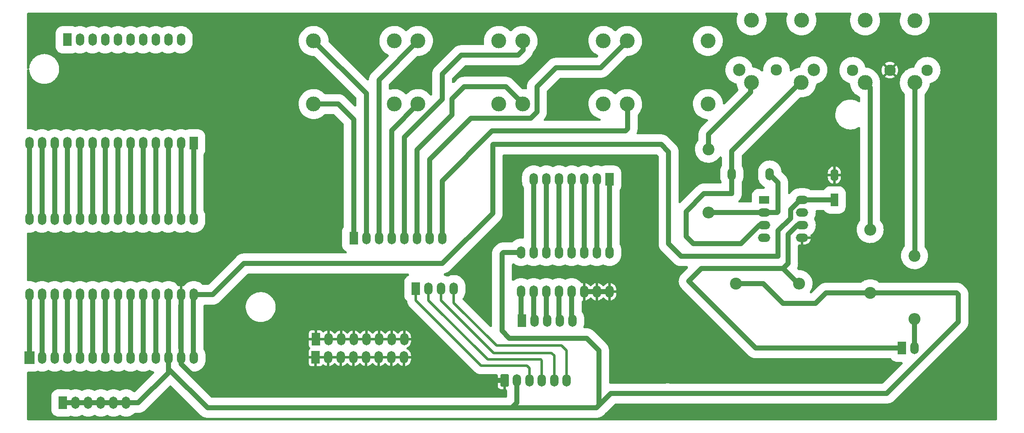
<source format=gbr>
%TF.GenerationSoftware,KiCad,Pcbnew,(6.0.7)*%
%TF.CreationDate,2022-09-07T14:00:19+02:00*%
%TF.ProjectId,Lunchbox_Sampler_Main_PCB,4c756e63-6862-46f7-985f-53616d706c65,rev?*%
%TF.SameCoordinates,Original*%
%TF.FileFunction,Copper,L2,Bot*%
%TF.FilePolarity,Positive*%
%FSLAX46Y46*%
G04 Gerber Fmt 4.6, Leading zero omitted, Abs format (unit mm)*
G04 Created by KiCad (PCBNEW (6.0.7)) date 2022-09-07 14:00:19*
%MOMM*%
%LPD*%
G01*
G04 APERTURE LIST*
G04 Aperture macros list*
%AMRoundRect*
0 Rectangle with rounded corners*
0 $1 Rounding radius*
0 $2 $3 $4 $5 $6 $7 $8 $9 X,Y pos of 4 corners*
0 Add a 4 corners polygon primitive as box body*
4,1,4,$2,$3,$4,$5,$6,$7,$8,$9,$2,$3,0*
0 Add four circle primitives for the rounded corners*
1,1,$1+$1,$2,$3*
1,1,$1+$1,$4,$5*
1,1,$1+$1,$6,$7*
1,1,$1+$1,$8,$9*
0 Add four rect primitives between the rounded corners*
20,1,$1+$1,$2,$3,$4,$5,0*
20,1,$1+$1,$4,$5,$6,$7,0*
20,1,$1+$1,$6,$7,$8,$9,0*
20,1,$1+$1,$8,$9,$2,$3,0*%
G04 Aperture macros list end*
%TA.AperFunction,ComponentPad*%
%ADD10R,1.700000X2.500000*%
%TD*%
%TA.AperFunction,ComponentPad*%
%ADD11O,1.700000X2.500000*%
%TD*%
%TA.AperFunction,ComponentPad*%
%ADD12R,2.000000X1.500000*%
%TD*%
%TA.AperFunction,ComponentPad*%
%ADD13O,2.500000X1.700000*%
%TD*%
%TA.AperFunction,ComponentPad*%
%ADD14RoundRect,0.250000X-0.600000X-1.000000X0.600000X-1.000000X0.600000X1.000000X-0.600000X1.000000X0*%
%TD*%
%TA.AperFunction,ComponentPad*%
%ADD15C,3.000000*%
%TD*%
%TA.AperFunction,ComponentPad*%
%ADD16C,2.300000*%
%TD*%
%TA.AperFunction,ComponentPad*%
%ADD17C,2.400000*%
%TD*%
%TA.AperFunction,ComponentPad*%
%ADD18O,2.400000X2.400000*%
%TD*%
%TA.AperFunction,ComponentPad*%
%ADD19C,2.500000*%
%TD*%
%TA.AperFunction,ComponentPad*%
%ADD20R,1.600000X2.500000*%
%TD*%
%TA.AperFunction,ComponentPad*%
%ADD21O,1.600000X2.500000*%
%TD*%
%TA.AperFunction,ComponentPad*%
%ADD22R,2.000000X2.500000*%
%TD*%
%TA.AperFunction,Conductor*%
%ADD23C,1.000000*%
%TD*%
%TA.AperFunction,Conductor*%
%ADD24C,0.500000*%
%TD*%
G04 APERTURE END LIST*
D10*
%TO.P,J15,1,Pin_1*%
%TO.N,GND*%
X76555484Y-88852634D03*
D11*
%TO.P,J15,2,Pin_2*%
X79095484Y-88852634D03*
%TO.P,J15,3,Pin_3*%
X81635484Y-88852634D03*
%TO.P,J15,4,Pin_4*%
X84175484Y-88852634D03*
%TO.P,J15,5,Pin_5*%
X86715484Y-88852634D03*
%TO.P,J15,6,Pin_6*%
X89255484Y-88852634D03*
%TO.P,J15,7,Pin_7*%
X91795484Y-88852634D03*
%TO.P,J15,8,Pin_8*%
X94335484Y-88852634D03*
%TD*%
D10*
%TO.P,J14,1,Pin_1*%
%TO.N,Net-(J14-Pad1)*%
X25753449Y-98009395D03*
D11*
%TO.P,J14,2,Pin_2*%
X28293449Y-98009395D03*
%TO.P,J14,3,Pin_3*%
X30833449Y-98009395D03*
%TO.P,J14,4,Pin_4*%
X33373449Y-98009395D03*
%TO.P,J14,5,Pin_5*%
X35913449Y-98009395D03*
%TO.P,J14,6,Pin_6*%
X38453449Y-98009395D03*
%TD*%
%TO.P,U7,1,GND*%
%TO.N,Net-(J1-Pad1)*%
X52020000Y-61000000D03*
%TO.P,U7,2,0_RX1_CRX2_CS1*%
%TO.N,Net-(J1-Pad2)*%
X49480000Y-61000000D03*
%TO.P,U7,3,1_TX1_CTX2_MISO1*%
%TO.N,Net-(J1-Pad3)*%
X46940000Y-61000000D03*
%TO.P,U7,4,2_OUT2*%
%TO.N,Net-(J1-Pad4)*%
X44400000Y-61000000D03*
%TO.P,U7,5,3_LRCLK2*%
%TO.N,Net-(J1-Pad5)*%
X41860000Y-61000000D03*
%TO.P,U7,6,4_BCLK2*%
%TO.N,Net-(J1-Pad6)*%
X39320000Y-61000000D03*
%TO.P,U7,7,5_IN2*%
%TO.N,Net-(J1-Pad7)*%
X36780000Y-61000000D03*
%TO.P,U7,8,6_OUT1D*%
%TO.N,Net-(J1-Pad8)*%
X34240000Y-61000000D03*
%TO.P,U7,9,7_RX2_OUT1A*%
%TO.N,Net-(J1-Pad9)*%
X31700000Y-61000000D03*
%TO.P,U7,10,8_TX2_IN1*%
%TO.N,Net-(J1-Pad10)*%
X29160000Y-61000000D03*
%TO.P,U7,11,9_OUT1C*%
%TO.N,Net-(J1-Pad11)*%
X26620000Y-61000000D03*
%TO.P,U7,12,10_CS_MQSR*%
%TO.N,Net-(J1-Pad12)*%
X24080000Y-61000000D03*
%TO.P,U7,13,11_MOSI_CTX1*%
%TO.N,Net-(J1-Pad13)*%
X21540000Y-61000000D03*
%TO.P,U7,14,12_MISO_MQSL*%
%TO.N,Net-(J1-Pad14)*%
X19000000Y-61000000D03*
%TO.P,U7,20,13_SCK_CRX1_LED*%
%TO.N,Net-(J2-Pad1)*%
X19000000Y-76240000D03*
%TO.P,U7,21,14_A0_TX3_SPDIF_OUT*%
%TO.N,Net-(J2-Pad2)*%
X21540000Y-76240000D03*
%TO.P,U7,22,15_A1_RX3_SPDIF_IN*%
%TO.N,Net-(J2-Pad3)*%
X24080000Y-76240000D03*
%TO.P,U7,23,16_A2_RX4_SCL1*%
%TO.N,Net-(J2-Pad4)*%
X26620000Y-76240000D03*
%TO.P,U7,24,17_A3_TX4_SDA1*%
%TO.N,Net-(J2-Pad5)*%
X29160000Y-76240000D03*
%TO.P,U7,25,18_A4_SDA0*%
%TO.N,Net-(J2-Pad6)*%
X31700000Y-76240000D03*
%TO.P,U7,26,19_A5_SCL0*%
%TO.N,Net-(J2-Pad7)*%
X34240000Y-76240000D03*
%TO.P,U7,27,20_A6_TX5_LRCLK1*%
%TO.N,Net-(J2-Pad8)*%
X36780000Y-76240000D03*
%TO.P,U7,28,21_A7_RX5_BCLK1*%
%TO.N,Net-(J2-Pad9)*%
X39320000Y-76240000D03*
%TO.P,U7,29,22_A8_CTX1*%
%TO.N,Net-(J2-Pad10)*%
X41860000Y-76240000D03*
%TO.P,U7,30,23_A9_CRX1_MCLK1*%
%TO.N,Net-(J2-Pad11)*%
X44400000Y-76240000D03*
%TO.P,U7,31,3V3*%
%TO.N,Net-(J14-Pad1)*%
X46940000Y-76240000D03*
%TO.P,U7,32,GND*%
%TO.N,GND*%
X49480000Y-76240000D03*
%TO.P,U7,33,VIN*%
%TO.N,Net-(C1-Pad1)*%
X52020000Y-76240000D03*
%TD*%
D12*
%TO.P,U6,1,NC*%
%TO.N,unconnected-(U6-Pad1)*%
X166690000Y-57180000D03*
D13*
%TO.P,U6,2,C1*%
%TO.N,Net-(D1-Pad1)*%
X166690000Y-59720000D03*
%TO.P,U6,3,C2*%
%TO.N,Net-(D1-Pad2)*%
X166690000Y-62260000D03*
%TO.P,U6,4,NC*%
%TO.N,unconnected-(U6-Pad4)*%
X166690000Y-64800000D03*
%TO.P,U6,5,GND*%
%TO.N,GND*%
X174310000Y-64800000D03*
%TO.P,U6,6,VO2*%
%TO.N,Net-(J10-Pad1)*%
X174310000Y-62260000D03*
%TO.P,U6,7,VO1*%
%TO.N,unconnected-(U6-Pad7)*%
X174310000Y-59720000D03*
%TO.P,U6,8,VCC*%
%TO.N,Net-(C1-Pad1)*%
X174310000Y-57180000D03*
%TD*%
D10*
%TO.P,J9,1,Pin_1*%
%TO.N,Net-(J9-Pad1)*%
X118000000Y-81500000D03*
D11*
%TO.P,J9,2,Pin_2*%
%TO.N,Net-(J9-Pad2)*%
X120540000Y-81500000D03*
%TO.P,J9,3,Pin_3*%
%TO.N,Net-(J9-Pad3)*%
X123080000Y-81500000D03*
%TO.P,J9,4,Pin_4*%
%TO.N,Net-(J9-Pad4)*%
X125620000Y-81500000D03*
%TO.P,J9,5,Pin_5*%
%TO.N,Net-(J9-Pad5)*%
X128160000Y-81500000D03*
%TD*%
D14*
%TO.P,J4,1,1*%
%TO.N,GND*%
X114500000Y-93500000D03*
D11*
%TO.P,J4,2,2*%
%TO.N,Net-(J14-Pad1)*%
X117000000Y-93500000D03*
%TO.P,J4,3,3*%
%TO.N,Net-(J4-Pad3)*%
X119500000Y-93500000D03*
%TO.P,J4,4,4*%
%TO.N,Net-(J4-Pad4)*%
X122000000Y-93500000D03*
%TO.P,J4,5,5*%
%TO.N,Net-(J4-Pad5)*%
X124500000Y-93500000D03*
%TO.P,J4,6,6*%
%TO.N,Net-(J4-Pad6)*%
X127000000Y-93500000D03*
%TD*%
D10*
%TO.P,J5,1,Pin_1*%
%TO.N,Net-(J5-Pad1)*%
X135625000Y-53000000D03*
D11*
%TO.P,J5,2,Pin_2*%
%TO.N,Net-(J5-Pad2)*%
X133085000Y-53000000D03*
%TO.P,J5,3,Pin_3*%
%TO.N,Net-(J5-Pad3)*%
X130545000Y-53000000D03*
%TO.P,J5,4,Pin_4*%
%TO.N,Net-(J5-Pad4)*%
X128005000Y-53000000D03*
%TO.P,J5,5,Pin_5*%
%TO.N,Net-(J5-Pad5)*%
X125465000Y-53000000D03*
%TO.P,J5,6,Pin_6*%
%TO.N,Net-(J5-Pad6)*%
X122925000Y-53000000D03*
%TO.P,J5,7,Pin_7*%
%TO.N,Net-(J5-Pad7)*%
X120385000Y-53000000D03*
%TD*%
D10*
%TO.P,J10,1,Pin_1*%
%TO.N,Net-(J10-Pad1)*%
X194340000Y-87010000D03*
D11*
%TO.P,J10,2,Pin_2*%
%TO.N,Net-(J10-Pad2)*%
X196880000Y-87010000D03*
%TD*%
D10*
%TO.P,J1,1,Pin_1*%
%TO.N,Net-(J1-Pad1)*%
X52010000Y-45720000D03*
D11*
%TO.P,J1,2,Pin_2*%
%TO.N,Net-(J1-Pad2)*%
X49470000Y-45720000D03*
%TO.P,J1,3,Pin_3*%
%TO.N,Net-(J1-Pad3)*%
X46930000Y-45720000D03*
%TO.P,J1,4,Pin_4*%
%TO.N,Net-(J1-Pad4)*%
X44390000Y-45720000D03*
%TO.P,J1,5,Pin_5*%
%TO.N,Net-(J1-Pad5)*%
X41850000Y-45720000D03*
%TO.P,J1,6,Pin_6*%
%TO.N,Net-(J1-Pad6)*%
X39310000Y-45720000D03*
%TO.P,J1,7,Pin_7*%
%TO.N,Net-(J1-Pad7)*%
X36770000Y-45720000D03*
%TO.P,J1,8,Pin_8*%
%TO.N,Net-(J1-Pad8)*%
X34230000Y-45720000D03*
%TO.P,J1,9,Pin_9*%
%TO.N,Net-(J1-Pad9)*%
X31690000Y-45720000D03*
%TO.P,J1,10,Pin_10*%
%TO.N,Net-(J1-Pad10)*%
X29150000Y-45720000D03*
%TO.P,J1,11,Pin_11*%
%TO.N,Net-(J1-Pad11)*%
X26610000Y-45720000D03*
%TO.P,J1,12,Pin_12*%
%TO.N,Net-(J1-Pad12)*%
X24070000Y-45720000D03*
%TO.P,J1,13,Pin_13*%
%TO.N,Net-(J1-Pad13)*%
X21530000Y-45720000D03*
%TO.P,J1,14,Pin_14*%
%TO.N,Net-(J1-Pad14)*%
X18990000Y-45720000D03*
%TD*%
D15*
%TO.P,J8,*%
%TO.N,*%
X196982056Y-21066973D03*
X186969129Y-21056684D03*
D16*
%TO.P,J8,1*%
%TO.N,unconnected-(J8-Pad1)*%
X184470000Y-31067500D03*
%TO.P,J8,2*%
%TO.N,GND*%
X191970000Y-31067500D03*
%TO.P,J8,3*%
%TO.N,unconnected-(J8-Pad3)*%
X199470000Y-31067500D03*
D15*
%TO.P,J8,4*%
%TO.N,Net-(J8-Pad4)*%
X186970000Y-33567500D03*
%TO.P,J8,5*%
%TO.N,Net-(J8-Pad5)*%
X196970000Y-33567500D03*
%TD*%
%TO.P,J17,1,TN*%
%TO.N,Net-(J17-Pad1)*%
X118154670Y-25190000D03*
%TO.P,J17,2,SN*%
%TO.N,Net-(J17-Pad2)*%
X118154670Y-37890000D03*
%TO.P,J17,3,S*%
%TO.N,unconnected-(J17-Pad3)*%
X134384670Y-37890000D03*
%TO.P,J17,4,T*%
%TO.N,unconnected-(J17-Pad4)*%
X134384670Y-25190000D03*
%TD*%
D17*
%TO.P,R8,1*%
%TO.N,Net-(J8-Pad5)*%
X196920000Y-68410000D03*
D18*
%TO.P,R8,2*%
%TO.N,Net-(J10-Pad2)*%
X196920000Y-81110000D03*
%TD*%
D15*
%TO.P,J16,1,TN*%
%TO.N,Net-(J16-Pad1)*%
X97124670Y-25190000D03*
%TO.P,J16,2,SN*%
%TO.N,Net-(J16-Pad2)*%
X97124670Y-37890000D03*
%TO.P,J16,3,S*%
%TO.N,unconnected-(J16-Pad3)*%
X113354670Y-37890000D03*
%TO.P,J16,4,T*%
%TO.N,unconnected-(J16-Pad4)*%
X113354670Y-25190000D03*
%TD*%
D17*
%TO.P,R6,1*%
%TO.N,Net-(J14-Pad1)*%
X161000000Y-74000000D03*
D18*
%TO.P,R6,2*%
%TO.N,Net-(J10-Pad1)*%
X173700000Y-74000000D03*
%TD*%
D10*
%TO.P,J12,1,Pin_1*%
%TO.N,Net-(J12-Pad1)*%
X26615723Y-24942131D03*
D11*
%TO.P,J12,3,Pin_3*%
%TO.N,Net-(J12-Pad3)*%
X31695723Y-24942131D03*
%TO.P,J12,4,Pin_4*%
%TO.N,Net-(J12-Pad4)*%
X34235723Y-24942131D03*
%TO.P,J12,5,Pin_5*%
%TO.N,Net-(J12-Pad5)*%
X36775723Y-24942131D03*
%TO.P,J12,6,Pin_6*%
%TO.N,Net-(J12-Pad6)*%
X39315723Y-24942131D03*
%TO.P,J12,7,Pin_7*%
%TO.N,Net-(J12-Pad7)*%
X41855723Y-24942131D03*
%TO.P,J12,8,Pin_8*%
%TO.N,Net-(J12-Pad8)*%
X44395723Y-24942131D03*
%TO.P,J12,9,Pin_9*%
%TO.N,Net-(J12-Pad9)*%
X46935723Y-24942131D03*
%TO.P,J12,10,Pin_10*%
%TO.N,Net-(J12-Pad10)*%
X49475723Y-24942131D03*
%TO.P,J12,e*%
%TO.N,N/C*%
X29155723Y-24942131D03*
%TD*%
D10*
%TO.P,J6,1,Pin_1*%
%TO.N,Net-(J4-Pad3)*%
X96700000Y-75040000D03*
D11*
%TO.P,J6,2,Pin_2*%
%TO.N,Net-(J4-Pad4)*%
X99240000Y-75040000D03*
%TO.P,J6,3,Pin_3*%
%TO.N,Net-(J4-Pad5)*%
X101780000Y-75040000D03*
%TO.P,J6,4,Pin_4*%
%TO.N,Net-(J4-Pad6)*%
X104320000Y-75040000D03*
%TD*%
D15*
%TO.P,J3,*%
%TO.N,*%
X174182056Y-21046973D03*
X164169129Y-21036684D03*
D19*
%TO.P,J3,1*%
%TO.N,unconnected-(J3-Pad1)*%
X161670000Y-31047500D03*
D16*
%TO.P,J3,2*%
%TO.N,unconnected-(J3-Pad2)*%
X169170000Y-31047500D03*
D19*
%TO.P,J3,3*%
%TO.N,unconnected-(J3-Pad3)*%
X176670000Y-31047500D03*
D15*
%TO.P,J3,4*%
%TO.N,Net-(J3-Pad4)*%
X164170000Y-33547500D03*
%TO.P,J3,5*%
%TO.N,Net-(D1-Pad2)*%
X174170000Y-33547500D03*
%TD*%
D20*
%TO.P,C1,1*%
%TO.N,Net-(C1-Pad1)*%
X180817621Y-57190000D03*
D21*
%TO.P,C1,2*%
%TO.N,GND*%
X180817621Y-52190000D03*
%TD*%
D10*
%TO.P,J7,1,Pin_1*%
%TO.N,Net-(J11-Pad2)*%
X84180000Y-64880000D03*
D11*
%TO.P,J7,2,Pin_2*%
%TO.N,Net-(J11-Pad1)*%
X86720000Y-64880000D03*
%TO.P,J7,3,Pin_3*%
%TO.N,Net-(J16-Pad1)*%
X89260000Y-64880000D03*
%TO.P,J7,4,Pin_4*%
%TO.N,Net-(J16-Pad2)*%
X91800000Y-64880000D03*
%TO.P,J7,5,Pin_5*%
%TO.N,Net-(J17-Pad1)*%
X94340000Y-64880000D03*
%TO.P,J7,6,Pin_6*%
%TO.N,Net-(J17-Pad2)*%
X96880000Y-64880000D03*
%TO.P,J7,7,Pin_7*%
%TO.N,Net-(J18-Pad1)*%
X99420000Y-64880000D03*
%TO.P,J7,8,Pin_8*%
%TO.N,Net-(J18-Pad2)*%
X101960000Y-64880000D03*
%TD*%
D15*
%TO.P,J18,1,TN*%
%TO.N,Net-(J18-Pad1)*%
X139154670Y-25190000D03*
%TO.P,J18,2,SN*%
%TO.N,Net-(J18-Pad2)*%
X139154670Y-37890000D03*
%TO.P,J18,3,S*%
%TO.N,unconnected-(J18-Pad3)*%
X155384670Y-37890000D03*
%TO.P,J18,4,T*%
%TO.N,unconnected-(J18-Pad4)*%
X155384670Y-25190000D03*
%TD*%
D17*
%TO.P,R7,1*%
%TO.N,Net-(J14-Pad1)*%
X188000000Y-75850000D03*
D18*
%TO.P,R7,2*%
%TO.N,Net-(J8-Pad4)*%
X188000000Y-63150000D03*
%TD*%
D11*
%TO.P,D1,1,K*%
%TO.N,Net-(D1-Pad1)*%
X167810000Y-51990000D03*
%TO.P,D1,2,A*%
%TO.N,Net-(D1-Pad2)*%
X160190000Y-51990000D03*
%TD*%
D22*
%TO.P,J2,1,Pin_1*%
%TO.N,Net-(J2-Pad1)*%
X19032663Y-88952663D03*
D11*
%TO.P,J2,2,Pin_2*%
%TO.N,Net-(J2-Pad2)*%
X21572663Y-88952663D03*
%TO.P,J2,3,Pin_3*%
%TO.N,Net-(J2-Pad3)*%
X24112663Y-88952663D03*
%TO.P,J2,4,Pin_4*%
%TO.N,Net-(J2-Pad4)*%
X26652663Y-88952663D03*
%TO.P,J2,5,Pin_5*%
%TO.N,Net-(J2-Pad5)*%
X29192663Y-88952663D03*
%TO.P,J2,6,Pin_6*%
%TO.N,Net-(J2-Pad6)*%
X31732663Y-88952663D03*
%TO.P,J2,7,Pin_7*%
%TO.N,Net-(J2-Pad7)*%
X34272663Y-88952663D03*
%TO.P,J2,8,Pin_8*%
%TO.N,Net-(J2-Pad8)*%
X36812663Y-88952663D03*
%TO.P,J2,9,Pin_9*%
%TO.N,Net-(J2-Pad9)*%
X39352663Y-88952663D03*
%TO.P,J2,10,Pin_10*%
%TO.N,Net-(J2-Pad10)*%
X41892663Y-88952663D03*
%TO.P,J2,11,Pin_11*%
%TO.N,Net-(J2-Pad11)*%
X44432663Y-88952663D03*
%TO.P,J2,12,Pin_12*%
%TO.N,Net-(J14-Pad1)*%
X46972663Y-88952663D03*
%TO.P,J2,13,Pin_13*%
%TO.N,GND*%
X49512663Y-88952663D03*
%TO.P,J2,14,Pin_14*%
%TO.N,Net-(C1-Pad1)*%
X52052663Y-88952663D03*
%TD*%
D15*
%TO.P,J11,1,TN*%
%TO.N,Net-(J11-Pad1)*%
X76124340Y-25190000D03*
%TO.P,J11,2,SN*%
%TO.N,Net-(J11-Pad2)*%
X76124340Y-37890000D03*
%TO.P,J11,3,S*%
%TO.N,unconnected-(J11-Pad3)*%
X92354340Y-37890000D03*
%TO.P,J11,4,T*%
%TO.N,unconnected-(J11-Pad4)*%
X92354340Y-25190000D03*
%TD*%
D10*
%TO.P,J13,1,Pin_1*%
%TO.N,GND*%
X76560000Y-85200000D03*
D11*
%TO.P,J13,2,Pin_2*%
X79100000Y-85200000D03*
%TO.P,J13,3,Pin_3*%
X81640000Y-85200000D03*
%TO.P,J13,4,Pin_4*%
X84180000Y-85200000D03*
%TO.P,J13,5,Pin_5*%
X86720000Y-85200000D03*
%TO.P,J13,6,Pin_6*%
X89260000Y-85200000D03*
%TO.P,J13,7,Pin_7*%
X91800000Y-85200000D03*
%TO.P,J13,8,Pin_8*%
X94340000Y-85200000D03*
%TD*%
%TO.P,U5,1,A4*%
%TO.N,Net-(J9-Pad1)*%
X117840000Y-75657960D03*
%TO.P,U5,2,A6*%
%TO.N,Net-(J9-Pad2)*%
X120380000Y-75657960D03*
%TO.P,U5,3,A*%
%TO.N,Net-(J9-Pad3)*%
X122920000Y-75657960D03*
%TO.P,U5,4,A7*%
%TO.N,Net-(J9-Pad4)*%
X125460000Y-75657960D03*
%TO.P,U5,5,A5*%
%TO.N,Net-(J9-Pad5)*%
X128000000Y-75657960D03*
%TO.P,U5,6,~{E}*%
%TO.N,GND*%
X130540000Y-75657960D03*
%TO.P,U5,7,VEE*%
X133080000Y-75657960D03*
%TO.P,U5,8,GND*%
X135620000Y-75657960D03*
%TO.P,U5,9,S2*%
%TO.N,Net-(J5-Pad1)*%
X135620000Y-67717960D03*
%TO.P,U5,10,S1*%
%TO.N,Net-(J5-Pad2)*%
X133080000Y-67717960D03*
%TO.P,U5,11,S0*%
%TO.N,Net-(J5-Pad3)*%
X130540000Y-67717960D03*
%TO.P,U5,12,A3*%
%TO.N,Net-(J5-Pad4)*%
X128000000Y-67717960D03*
%TO.P,U5,13,A0*%
%TO.N,Net-(J5-Pad5)*%
X125460000Y-67717960D03*
%TO.P,U5,14,A1*%
%TO.N,Net-(J5-Pad6)*%
X122920000Y-67717960D03*
%TO.P,U5,15,A2*%
%TO.N,Net-(J5-Pad7)*%
X120380000Y-67717960D03*
%TO.P,U5,16,VCC*%
%TO.N,Net-(J14-Pad1)*%
X117840000Y-67717960D03*
%TD*%
D17*
%TO.P,R5,1*%
%TO.N,Net-(J3-Pad4)*%
X155500000Y-46990000D03*
D18*
%TO.P,R5,2*%
%TO.N,Net-(D1-Pad1)*%
X155500000Y-59690000D03*
%TD*%
D23*
%TO.N,GND*%
X114500000Y-93500000D02*
X52860000Y-93500000D01*
X52860000Y-93500000D02*
X49512663Y-90152663D01*
X49512663Y-90152663D02*
X49512663Y-88952663D01*
D24*
%TO.N,Net-(J4-Pad4)*%
X99240000Y-75040000D02*
X99240000Y-77400000D01*
X99240000Y-77400000D02*
X111131342Y-89291342D01*
X111131342Y-89291342D02*
X121791342Y-89291342D01*
X121791342Y-89291342D02*
X122000000Y-89500000D01*
X122000000Y-89500000D02*
X122000000Y-93500000D01*
%TO.N,Net-(J4-Pad5)*%
X101780000Y-77400000D02*
X101780000Y-75040000D01*
X112340470Y-87960470D02*
X101780000Y-77400000D01*
X123960470Y-87960470D02*
X112340470Y-87960470D01*
X124500000Y-88500000D02*
X123960470Y-87960470D01*
X124500000Y-93500000D02*
X124500000Y-88500000D01*
D23*
%TO.N,Net-(J14-Pad1)*%
X46940000Y-76240000D02*
X46940000Y-87325038D01*
X46940000Y-87325038D02*
X46972663Y-87357701D01*
X46972663Y-87357701D02*
X46972663Y-91927337D01*
X46972663Y-91927337D02*
X40890605Y-98009395D01*
X40890605Y-98009395D02*
X25753449Y-98009395D01*
%TO.N,Net-(J1-Pad3)*%
X46940000Y-45730000D02*
X46940000Y-61000000D01*
X46940000Y-46630000D02*
X46930000Y-46620000D01*
%TO.N,Net-(J1-Pad5)*%
X41850000Y-45720000D02*
X41850000Y-60990000D01*
X41850000Y-60990000D02*
X41860000Y-61000000D01*
%TO.N,Net-(J1-Pad6)*%
X39310000Y-45720000D02*
X39310000Y-60990000D01*
X39310000Y-60990000D02*
X39320000Y-61000000D01*
%TO.N,Net-(J1-Pad7)*%
X36770000Y-45720000D02*
X36770000Y-60990000D01*
X36770000Y-60990000D02*
X36780000Y-61000000D01*
%TO.N,Net-(J1-Pad8)*%
X34230000Y-45720000D02*
X34230000Y-60990000D01*
X34230000Y-60990000D02*
X34240000Y-61000000D01*
%TO.N,Net-(J1-Pad9)*%
X31690000Y-60990000D02*
X31700000Y-61000000D01*
X31690000Y-45720000D02*
X31690000Y-60990000D01*
%TO.N,Net-(J1-Pad10)*%
X29150000Y-45720000D02*
X29150000Y-60990000D01*
X29150000Y-60990000D02*
X29160000Y-61000000D01*
%TO.N,Net-(J1-Pad11)*%
X26610000Y-45720000D02*
X26610000Y-60990000D01*
X26610000Y-60990000D02*
X26620000Y-61000000D01*
%TO.N,Net-(J1-Pad12)*%
X24070000Y-45720000D02*
X24070000Y-60990000D01*
X24070000Y-60990000D02*
X24080000Y-61000000D01*
%TO.N,Net-(J1-Pad13)*%
X21530000Y-60990000D02*
X21540000Y-61000000D01*
X21530000Y-45720000D02*
X21530000Y-60990000D01*
%TO.N,Net-(J1-Pad14)*%
X19000000Y-45730000D02*
X19000000Y-61000000D01*
%TO.N,Net-(J2-Pad1)*%
X19000000Y-88920000D02*
X19000000Y-76240000D01*
%TO.N,Net-(J2-Pad2)*%
X21540000Y-88920000D02*
X21540000Y-76240000D01*
X21540000Y-87325038D02*
X21572663Y-87357701D01*
%TO.N,Net-(J2-Pad3)*%
X24080000Y-88920000D02*
X24080000Y-76240000D01*
X24080000Y-87325038D02*
X24112663Y-87357701D01*
%TO.N,Net-(J2-Pad4)*%
X26620000Y-87325038D02*
X26652663Y-87357701D01*
X26620000Y-88920000D02*
X26620000Y-76240000D01*
%TO.N,Net-(J2-Pad5)*%
X29192663Y-88952663D02*
X29192663Y-76272663D01*
X29192663Y-76272663D02*
X29160000Y-76240000D01*
%TO.N,Net-(J2-Pad6)*%
X31700000Y-88920000D02*
X31700000Y-76240000D01*
X31700000Y-87325038D02*
X31732663Y-87357701D01*
%TO.N,Net-(J2-Pad7)*%
X34272663Y-76272663D02*
X34240000Y-76240000D01*
X34272663Y-88952663D02*
X34272663Y-76272663D01*
%TO.N,Net-(J2-Pad8)*%
X36780000Y-87325038D02*
X36812663Y-87357701D01*
X36780000Y-88920000D02*
X36780000Y-76240000D01*
%TO.N,Net-(J2-Pad9)*%
X39352663Y-88952663D02*
X39352663Y-76272663D01*
X39352663Y-76272663D02*
X39320000Y-76240000D01*
%TO.N,Net-(J2-Pad10)*%
X41860000Y-88920000D02*
X41860000Y-76240000D01*
X41860000Y-87325038D02*
X41892663Y-87357701D01*
%TO.N,Net-(J2-Pad11)*%
X44400000Y-88920000D02*
X44400000Y-76240000D01*
%TO.N,Net-(D1-Pad1)*%
X169494084Y-59538217D02*
X169312301Y-59720000D01*
X167810000Y-51990000D02*
X169494084Y-53674084D01*
X169494084Y-53674084D02*
X169494084Y-59538217D01*
X169312301Y-59720000D02*
X166690000Y-59720000D01*
X155530000Y-59720000D02*
X155500000Y-59690000D01*
X166690000Y-59720000D02*
X155530000Y-59720000D01*
X166610000Y-59800000D02*
X166690000Y-59720000D01*
%TO.N,Net-(D1-Pad2)*%
X162000000Y-66000000D02*
X165740000Y-62260000D01*
X174000000Y-33567500D02*
X160190000Y-47377500D01*
X160190000Y-47377500D02*
X160190000Y-49810000D01*
X160190000Y-49680000D02*
X160190000Y-49810000D01*
X154620000Y-55880000D02*
X151000000Y-59500000D01*
X151000000Y-59500000D02*
X151000000Y-64500000D01*
X165740000Y-62260000D02*
X166690000Y-62260000D01*
X160190000Y-51990000D02*
X160190000Y-55880000D01*
X160190000Y-55880000D02*
X154620000Y-55880000D01*
X160190000Y-49810000D02*
X160190000Y-51990000D01*
X152500000Y-66000000D02*
X162000000Y-66000000D01*
X151000000Y-64500000D02*
X152500000Y-66000000D01*
%TO.N,Net-(J3-Pad4)*%
X164000000Y-33567500D02*
X164000000Y-35500000D01*
X155500000Y-44000000D02*
X155500000Y-46990000D01*
X164000000Y-35500000D02*
X155500000Y-44000000D01*
%TO.N,Net-(J1-Pad2)*%
X49470000Y-60990000D02*
X49480000Y-61000000D01*
X49470000Y-45720000D02*
X49470000Y-60990000D01*
%TO.N,Net-(J1-Pad4)*%
X44390000Y-45720000D02*
X44390000Y-60990000D01*
X44390000Y-60990000D02*
X44400000Y-61000000D01*
%TO.N,Net-(J8-Pad5)*%
X196970000Y-33567500D02*
X196970000Y-68360000D01*
X196970000Y-68360000D02*
X196920000Y-68410000D01*
X196970000Y-36820000D02*
X196970000Y-36970000D01*
%TO.N,Net-(J8-Pad4)*%
X188000000Y-34597500D02*
X186970000Y-33567500D01*
X188000000Y-63150000D02*
X188000000Y-34597500D01*
%TO.N,Net-(J5-Pad1)*%
X135625000Y-67712960D02*
X135620000Y-67717960D01*
X135625000Y-53000000D02*
X135625000Y-67712960D01*
%TO.N,Net-(J5-Pad2)*%
X133085000Y-67712960D02*
X133080000Y-67717960D01*
X133085000Y-53000000D02*
X133085000Y-67712960D01*
%TO.N,Net-(J5-Pad3)*%
X130545000Y-67712960D02*
X130540000Y-67717960D01*
X130545000Y-53000000D02*
X130545000Y-67712960D01*
%TO.N,Net-(J9-Pad1)*%
X117840000Y-75657960D02*
X117840000Y-81215000D01*
X117840000Y-81215000D02*
X118125000Y-81500000D01*
%TO.N,Net-(J9-Pad2)*%
X120665000Y-81500000D02*
X120380000Y-81215000D01*
X120380000Y-81215000D02*
X120380000Y-75657960D01*
%TO.N,Net-(J9-Pad3)*%
X122920000Y-75657960D02*
X122920000Y-81215000D01*
%TO.N,Net-(J9-Pad4)*%
X125460000Y-75657960D02*
X125460000Y-81215000D01*
X125460000Y-81215000D02*
X125745000Y-81500000D01*
%TO.N,Net-(J9-Pad5)*%
X128000000Y-81215000D02*
X128285000Y-81500000D01*
X128000000Y-75657960D02*
X128000000Y-81215000D01*
%TO.N,Net-(J10-Pad1)*%
X171500000Y-64095532D02*
X171500000Y-69994282D01*
X173802141Y-74307859D02*
X170494282Y-71000000D01*
X173335532Y-62260000D02*
X171500000Y-64095532D01*
X154080960Y-71000000D02*
X151540480Y-73540480D01*
X151540480Y-73540480D02*
X165010000Y-87010000D01*
X174310000Y-62260000D02*
X173335532Y-62260000D01*
X173405489Y-73705489D02*
X173700000Y-74000000D01*
X171500000Y-69994282D02*
X170494282Y-71000000D01*
X170494282Y-71000000D02*
X154080960Y-71000000D01*
X165010000Y-87010000D02*
X194340000Y-87010000D01*
D24*
X173080000Y-73380000D02*
X173405489Y-73705489D01*
D23*
%TO.N,Net-(J10-Pad2)*%
X196880000Y-87010000D02*
X196880000Y-81150000D01*
X196880000Y-81150000D02*
X196920000Y-81110000D01*
%TO.N,Net-(J11-Pad1)*%
X86720000Y-35785660D02*
X86720000Y-64880000D01*
X76124340Y-25190000D02*
X86720000Y-35785660D01*
%TO.N,Net-(J16-Pad1)*%
X97124340Y-25190000D02*
X89260000Y-33054340D01*
X89260000Y-33054340D02*
X89260000Y-64880000D01*
%TO.N,Net-(J16-Pad2)*%
X97124670Y-37890000D02*
X91800000Y-43214670D01*
X91800000Y-43214670D02*
X91800000Y-64880000D01*
%TO.N,Net-(J17-Pad1)*%
X118254670Y-26995330D02*
X117200000Y-28050000D01*
X101960000Y-36940000D02*
X101960000Y-31860000D01*
X101960000Y-31860000D02*
X105770000Y-28050000D01*
X94340000Y-44560000D02*
X94340000Y-64880000D01*
X118254670Y-25190000D02*
X118254670Y-26995330D01*
X101960000Y-36940000D02*
X94340000Y-44560000D01*
X105770000Y-28050000D02*
X117200000Y-28050000D01*
%TO.N,Net-(J17-Pad2)*%
X106405000Y-34400000D02*
X103934745Y-36870255D01*
X114764670Y-34400000D02*
X106405000Y-34400000D01*
X96880000Y-47100000D02*
X96880000Y-64880000D01*
X103934745Y-36870255D02*
X103934745Y-40045255D01*
X103934745Y-40045255D02*
X96880000Y-47100000D01*
X118254670Y-37890000D02*
X114764670Y-34400000D01*
%TO.N,Net-(J18-Pad1)*%
X119740000Y-40750000D02*
X121010000Y-39480000D01*
X107750000Y-40750000D02*
X119740000Y-40750000D01*
X124820000Y-30590000D02*
X133854670Y-30590000D01*
X99420000Y-49080000D02*
X107750000Y-40750000D01*
X133854670Y-30590000D02*
X139254670Y-25190000D01*
X99420000Y-64880000D02*
X99420000Y-49080000D01*
X121010000Y-34400000D02*
X124820000Y-30590000D01*
X121010000Y-39480000D02*
X121010000Y-34400000D01*
%TO.N,Net-(J18-Pad2)*%
X139254670Y-42825330D02*
X139254670Y-37890000D01*
X138790000Y-43290000D02*
X139254670Y-42825330D01*
X112012647Y-43290000D02*
X138790000Y-43290000D01*
X101960000Y-53342647D02*
X101960000Y-64880000D01*
X112012647Y-43290000D02*
X101960000Y-53342647D01*
%TO.N,Net-(J5-Pad4)*%
X128000000Y-67717960D02*
X128000000Y-53005000D01*
X128000000Y-53005000D02*
X128005000Y-53000000D01*
%TO.N,Net-(J5-Pad5)*%
X125460000Y-53005000D02*
X125465000Y-53000000D01*
X125460000Y-67717960D02*
X125460000Y-53005000D01*
%TO.N,Net-(J5-Pad6)*%
X122920000Y-67717960D02*
X122920000Y-53005000D01*
X122920000Y-53005000D02*
X122925000Y-53000000D01*
%TO.N,Net-(J5-Pad7)*%
X120385000Y-67712960D02*
X120380000Y-67717960D01*
X120385000Y-53000000D02*
X120385000Y-67712960D01*
%TO.N,Net-(C1-Pad1)*%
X180817621Y-57190000D02*
X174320000Y-57190000D01*
X102020000Y-69960000D02*
X62120000Y-69960000D01*
X52000000Y-76260000D02*
X52020000Y-76240000D01*
X172000000Y-59140000D02*
X172000000Y-60880000D01*
X112240000Y-46000000D02*
X112120000Y-46120000D01*
X169500000Y-63380000D02*
X169500000Y-68460000D01*
X172000000Y-60880000D02*
X169500000Y-63380000D01*
X112120000Y-59860000D02*
X102020000Y-69960000D01*
X150000000Y-68500000D02*
X147500000Y-66000000D01*
X146000000Y-46000000D02*
X112240000Y-46000000D01*
X173960000Y-57180000D02*
X172000000Y-59140000D01*
X62120000Y-69960000D02*
X55840000Y-76240000D01*
X112120000Y-46120000D02*
X112120000Y-59860000D01*
X174310000Y-57180000D02*
X173960000Y-57180000D01*
X169460000Y-68500000D02*
X150000000Y-68500000D01*
X52000000Y-88900000D02*
X52000000Y-76260000D01*
X169500000Y-68460000D02*
X169460000Y-68500000D01*
X147500000Y-47500000D02*
X146000000Y-46000000D01*
X147500000Y-66000000D02*
X147500000Y-47500000D01*
X55840000Y-76240000D02*
X52020000Y-76240000D01*
X174320000Y-57190000D02*
X174310000Y-57180000D01*
%TO.N,GND*%
X49512663Y-88632663D02*
X49512663Y-87357701D01*
X133080000Y-75657960D02*
X135620000Y-75657960D01*
X49500000Y-76260000D02*
X49480000Y-76240000D01*
X49500000Y-88940000D02*
X49500000Y-76260000D01*
X133080000Y-75657960D02*
X130540000Y-75657960D01*
D24*
%TO.N,Net-(J4-Pad6)*%
X127000000Y-87500000D02*
X126000000Y-86500000D01*
X104320000Y-77900000D02*
X104320000Y-75040000D01*
X127000000Y-93500000D02*
X127000000Y-87500000D01*
X126000000Y-86500000D02*
X112920000Y-86500000D01*
X112920000Y-86500000D02*
X104320000Y-77900000D01*
%TO.N,Net-(J4-Pad3)*%
X119500000Y-91000000D02*
X119000000Y-90500000D01*
X96700000Y-77400000D02*
X96700000Y-75040000D01*
X119000000Y-90500000D02*
X109800000Y-90500000D01*
X109800000Y-90500000D02*
X96700000Y-77400000D01*
X119500000Y-93500000D02*
X119500000Y-91000000D01*
D23*
%TO.N,Net-(J11-Pad2)*%
X84180000Y-41000000D02*
X81070000Y-37890000D01*
X81070000Y-37890000D02*
X76124340Y-37890000D01*
X84180000Y-64880000D02*
X84180000Y-41000000D01*
%TO.N,Net-(J14-Pad1)*%
X133000000Y-99000000D02*
X135870126Y-96129874D01*
X117000000Y-98000000D02*
X116000000Y-99000000D01*
X135870126Y-96129874D02*
X147270126Y-96129874D01*
X133000000Y-99000000D02*
X133500000Y-98500000D01*
X116000000Y-99000000D02*
X54800000Y-99000000D01*
X166510000Y-74000000D02*
X161000000Y-74000000D01*
X115480000Y-85000000D02*
X114000000Y-83520000D01*
X114282040Y-67717960D02*
X117840000Y-67717960D01*
X188000000Y-75850000D02*
X179150000Y-75850000D01*
X166755000Y-74245000D02*
X170500000Y-77990000D01*
X131000000Y-85000000D02*
X115480000Y-85000000D01*
X191352230Y-96129874D02*
X205740000Y-81742104D01*
X147270126Y-96129874D02*
X191352230Y-96129874D01*
X170500000Y-77990000D02*
X170610000Y-77990000D01*
X170610000Y-77990000D02*
X177010000Y-77990000D01*
X114000000Y-83520000D02*
X114000000Y-68000000D01*
X147270126Y-96129874D02*
X147300000Y-96100000D01*
X166500000Y-73990000D02*
X166755000Y-74245000D01*
X116880000Y-99000000D02*
X133000000Y-99000000D01*
X116500000Y-99000000D02*
X116000000Y-99000000D01*
X116500000Y-99000000D02*
X116880000Y-99000000D01*
X114000000Y-68000000D02*
X114282040Y-67717960D01*
X205390000Y-75850000D02*
X188000000Y-75850000D01*
X54800000Y-99000000D02*
X46972663Y-91172663D01*
X133500000Y-98500000D02*
X133500000Y-87500000D01*
X179150000Y-75850000D02*
X177010000Y-77990000D01*
X205740000Y-76200000D02*
X205390000Y-75850000D01*
X166755000Y-74245000D02*
X166510000Y-74000000D01*
X117000000Y-93500000D02*
X117000000Y-98000000D01*
X133500000Y-87500000D02*
X131000000Y-85000000D01*
X205740000Y-81742104D02*
X205740000Y-76200000D01*
%TO.N,Net-(J1-Pad1)*%
X52020000Y-46630000D02*
X52010000Y-46620000D01*
X52020000Y-45730000D02*
X52020000Y-61000000D01*
%TD*%
%TA.AperFunction,Conductor*%
%TO.N,GND*%
G36*
X161279280Y-19519454D02*
G01*
X161360062Y-19573430D01*
X161414038Y-19654212D01*
X161432992Y-19749500D01*
X161414038Y-19844788D01*
X161409846Y-19854338D01*
X161374607Y-19930254D01*
X161265957Y-20258781D01*
X161264500Y-20265817D01*
X161244277Y-20363472D01*
X161195787Y-20597619D01*
X161165027Y-20942276D01*
X161167769Y-21046973D01*
X161173109Y-21250899D01*
X161174085Y-21288185D01*
X161222841Y-21630760D01*
X161224659Y-21637689D01*
X161224660Y-21637695D01*
X161293059Y-21898416D01*
X161310648Y-21965461D01*
X161436343Y-22287851D01*
X161439698Y-22294187D01*
X161439700Y-22294192D01*
X161572746Y-22545473D01*
X161598259Y-22593658D01*
X161794251Y-22878828D01*
X162021721Y-23139582D01*
X162027029Y-23144411D01*
X162027031Y-23144414D01*
X162272344Y-23367632D01*
X162272352Y-23367639D01*
X162277653Y-23372462D01*
X162283475Y-23376645D01*
X162283478Y-23376648D01*
X162325630Y-23406937D01*
X162558656Y-23574383D01*
X162564921Y-23577870D01*
X162564924Y-23577872D01*
X162854732Y-23739178D01*
X162854739Y-23739181D01*
X162861005Y-23742669D01*
X163180692Y-23875087D01*
X163187591Y-23877052D01*
X163187596Y-23877054D01*
X163506568Y-23967916D01*
X163506572Y-23967917D01*
X163513481Y-23969885D01*
X163854960Y-24025804D01*
X163892048Y-24027553D01*
X164193447Y-24041767D01*
X164193455Y-24041767D01*
X164200603Y-24042104D01*
X164310628Y-24034603D01*
X164538678Y-24019057D01*
X164538687Y-24019056D01*
X164545829Y-24018569D01*
X164578214Y-24012567D01*
X164879007Y-23956819D01*
X164879014Y-23956817D01*
X164886062Y-23955511D01*
X165216792Y-23853765D01*
X165231331Y-23847383D01*
X165527062Y-23717566D01*
X165527065Y-23717564D01*
X165533636Y-23714680D01*
X165539833Y-23711059D01*
X165826212Y-23543713D01*
X165826219Y-23543709D01*
X165832394Y-23540100D01*
X165838118Y-23535802D01*
X165838123Y-23535799D01*
X166103372Y-23336644D01*
X166109107Y-23332338D01*
X166360106Y-23094149D01*
X166471000Y-22961521D01*
X166577469Y-22834186D01*
X166577471Y-22834184D01*
X166582065Y-22828689D01*
X166772042Y-22539476D01*
X166927519Y-22230346D01*
X167046434Y-21905394D01*
X167084248Y-21747890D01*
X167125539Y-21575901D01*
X167125540Y-21575896D01*
X167127213Y-21568927D01*
X167168783Y-21225406D01*
X167173911Y-21062233D01*
X167174540Y-21042233D01*
X167174540Y-21042224D01*
X167174714Y-21036684D01*
X167154795Y-20691231D01*
X167100589Y-20380645D01*
X167096538Y-20357431D01*
X167096537Y-20357427D01*
X167095303Y-20350356D01*
X167079234Y-20296106D01*
X167005998Y-20048867D01*
X166997026Y-20018578D01*
X166970793Y-19957074D01*
X166923924Y-19847192D01*
X166903974Y-19752107D01*
X166921929Y-19656626D01*
X166975057Y-19575284D01*
X167055268Y-19520464D01*
X167152960Y-19500500D01*
X171201695Y-19500500D01*
X171296983Y-19519454D01*
X171377765Y-19573430D01*
X171431741Y-19654212D01*
X171450695Y-19749500D01*
X171431741Y-19844788D01*
X171427549Y-19854338D01*
X171387534Y-19940543D01*
X171278884Y-20269070D01*
X171277427Y-20276106D01*
X171210845Y-20597619D01*
X171208714Y-20607908D01*
X171177954Y-20952565D01*
X171180805Y-21061430D01*
X171186743Y-21288185D01*
X171187012Y-21298474D01*
X171235768Y-21641049D01*
X171237586Y-21647978D01*
X171237587Y-21647984D01*
X171240135Y-21657695D01*
X171323575Y-21975750D01*
X171449270Y-22298140D01*
X171452625Y-22304476D01*
X171452627Y-22304481D01*
X171585673Y-22555762D01*
X171611186Y-22603947D01*
X171807178Y-22889117D01*
X172034648Y-23149871D01*
X172039956Y-23154700D01*
X172039958Y-23154703D01*
X172285271Y-23377921D01*
X172285279Y-23377928D01*
X172290580Y-23382751D01*
X172296402Y-23386934D01*
X172296405Y-23386937D01*
X172311691Y-23397921D01*
X172571583Y-23584672D01*
X172577848Y-23588159D01*
X172577851Y-23588161D01*
X172867659Y-23749467D01*
X172867666Y-23749470D01*
X172873932Y-23752958D01*
X173193619Y-23885376D01*
X173200518Y-23887341D01*
X173200523Y-23887343D01*
X173519495Y-23978205D01*
X173519499Y-23978206D01*
X173526408Y-23980174D01*
X173867887Y-24036093D01*
X173920391Y-24038569D01*
X174206374Y-24052056D01*
X174206382Y-24052056D01*
X174213530Y-24052393D01*
X174327212Y-24044643D01*
X174551605Y-24029346D01*
X174551614Y-24029345D01*
X174558756Y-24028858D01*
X174621312Y-24017264D01*
X174891934Y-23967108D01*
X174891941Y-23967106D01*
X174898989Y-23965800D01*
X175229719Y-23864054D01*
X175238499Y-23860200D01*
X175539989Y-23727855D01*
X175539992Y-23727853D01*
X175546563Y-23724969D01*
X175564171Y-23714680D01*
X175839139Y-23554002D01*
X175839146Y-23553998D01*
X175845321Y-23550389D01*
X175851045Y-23546091D01*
X175851050Y-23546088D01*
X176116299Y-23346933D01*
X176122034Y-23342627D01*
X176373033Y-23104438D01*
X176492530Y-22961521D01*
X176590396Y-22844475D01*
X176590398Y-22844473D01*
X176594992Y-22838978D01*
X176784969Y-22549765D01*
X176940446Y-22240635D01*
X177059361Y-21915683D01*
X177125295Y-21641049D01*
X177138466Y-21586190D01*
X177138467Y-21586185D01*
X177140140Y-21579216D01*
X177181710Y-21235695D01*
X177186838Y-21072522D01*
X177187467Y-21052522D01*
X177187467Y-21052513D01*
X177187641Y-21046973D01*
X177167722Y-20701520D01*
X177148363Y-20590596D01*
X177109465Y-20367720D01*
X177109464Y-20367716D01*
X177108230Y-20360645D01*
X177009953Y-20028867D01*
X177005565Y-20018578D01*
X176932462Y-19847192D01*
X176912512Y-19752108D01*
X176930467Y-19656626D01*
X176983594Y-19575284D01*
X177063806Y-19520464D01*
X177161498Y-19500500D01*
X183993276Y-19500500D01*
X184088564Y-19519454D01*
X184169346Y-19573430D01*
X184223322Y-19654212D01*
X184242276Y-19749500D01*
X184223322Y-19844788D01*
X184219132Y-19854334D01*
X184174607Y-19950254D01*
X184065957Y-20278781D01*
X184064500Y-20285817D01*
X183999929Y-20597619D01*
X183995787Y-20617619D01*
X183965027Y-20962276D01*
X183967769Y-21066973D01*
X183972566Y-21250159D01*
X183974085Y-21308185D01*
X184022841Y-21650760D01*
X184024659Y-21657689D01*
X184024660Y-21657695D01*
X184087812Y-21898416D01*
X184110648Y-21985461D01*
X184236343Y-22307851D01*
X184239698Y-22314187D01*
X184239700Y-22314192D01*
X184390856Y-22599677D01*
X184398259Y-22613658D01*
X184594251Y-22898828D01*
X184821721Y-23159582D01*
X184827029Y-23164411D01*
X184827031Y-23164414D01*
X185072344Y-23387632D01*
X185072352Y-23387639D01*
X185077653Y-23392462D01*
X185083475Y-23396645D01*
X185083478Y-23396648D01*
X185097797Y-23406937D01*
X185358656Y-23594383D01*
X185364921Y-23597870D01*
X185364924Y-23597872D01*
X185654732Y-23759178D01*
X185654739Y-23759181D01*
X185661005Y-23762669D01*
X185980692Y-23895087D01*
X185987591Y-23897052D01*
X185987596Y-23897054D01*
X186306568Y-23987916D01*
X186306572Y-23987917D01*
X186313481Y-23989885D01*
X186654960Y-24045804D01*
X186692048Y-24047553D01*
X186993447Y-24061767D01*
X186993455Y-24061767D01*
X187000603Y-24062104D01*
X187110628Y-24054603D01*
X187338678Y-24039057D01*
X187338687Y-24039056D01*
X187345829Y-24038569D01*
X187398225Y-24028858D01*
X187679007Y-23976819D01*
X187679014Y-23976817D01*
X187686062Y-23975511D01*
X188016792Y-23873765D01*
X188076892Y-23847383D01*
X188327062Y-23737566D01*
X188327065Y-23737564D01*
X188333636Y-23734680D01*
X188345316Y-23727855D01*
X188626212Y-23563713D01*
X188626219Y-23563709D01*
X188632394Y-23560100D01*
X188638118Y-23555802D01*
X188638123Y-23555799D01*
X188903372Y-23356644D01*
X188909107Y-23352338D01*
X189160106Y-23114149D01*
X189170228Y-23102043D01*
X189377469Y-22854186D01*
X189377471Y-22854184D01*
X189382065Y-22848689D01*
X189572042Y-22559476D01*
X189727519Y-22250346D01*
X189846434Y-21925394D01*
X189913035Y-21647984D01*
X189925539Y-21595901D01*
X189925540Y-21595896D01*
X189927213Y-21588927D01*
X189968783Y-21245406D01*
X189969586Y-21219870D01*
X189974540Y-21062233D01*
X189974540Y-21062224D01*
X189974714Y-21056684D01*
X189954795Y-20711231D01*
X189933741Y-20590596D01*
X189896538Y-20377431D01*
X189896537Y-20377427D01*
X189895303Y-20370356D01*
X189892427Y-20360645D01*
X189802112Y-20055748D01*
X189797026Y-20038578D01*
X189791431Y-20025459D01*
X189715393Y-19847192D01*
X189695443Y-19752107D01*
X189713398Y-19656626D01*
X189766525Y-19575284D01*
X189846737Y-19520464D01*
X189944429Y-19500500D01*
X194010979Y-19500500D01*
X194106267Y-19519454D01*
X194187049Y-19573430D01*
X194241025Y-19654212D01*
X194259979Y-19749500D01*
X194241025Y-19844788D01*
X194236834Y-19854335D01*
X194187534Y-19960543D01*
X194078884Y-20289070D01*
X194077427Y-20296106D01*
X194010845Y-20617619D01*
X194008714Y-20627908D01*
X193977954Y-20972565D01*
X193983581Y-21187435D01*
X193986743Y-21308185D01*
X193987012Y-21318474D01*
X194035768Y-21661049D01*
X194123575Y-21995750D01*
X194249270Y-22318140D01*
X194252625Y-22324476D01*
X194252627Y-22324481D01*
X194405738Y-22613658D01*
X194411186Y-22623947D01*
X194607178Y-22909117D01*
X194834648Y-23169871D01*
X194839956Y-23174700D01*
X194839958Y-23174703D01*
X195085271Y-23397921D01*
X195085279Y-23397928D01*
X195090580Y-23402751D01*
X195371583Y-23604672D01*
X195377848Y-23608159D01*
X195377851Y-23608161D01*
X195667659Y-23769467D01*
X195667666Y-23769470D01*
X195673932Y-23772958D01*
X195993619Y-23905376D01*
X196000518Y-23907341D01*
X196000523Y-23907343D01*
X196319495Y-23998205D01*
X196319499Y-23998206D01*
X196326408Y-24000174D01*
X196667887Y-24056093D01*
X196723162Y-24058700D01*
X197006374Y-24072056D01*
X197006382Y-24072056D01*
X197013530Y-24072393D01*
X197123555Y-24064892D01*
X197351605Y-24049346D01*
X197351614Y-24049345D01*
X197358756Y-24048858D01*
X197425807Y-24036431D01*
X197691934Y-23987108D01*
X197691941Y-23987106D01*
X197698989Y-23985800D01*
X198029719Y-23884054D01*
X198036296Y-23881167D01*
X198339989Y-23747855D01*
X198339992Y-23747853D01*
X198346563Y-23744969D01*
X198352760Y-23741348D01*
X198639139Y-23574002D01*
X198639146Y-23573998D01*
X198645321Y-23570389D01*
X198651045Y-23566091D01*
X198651050Y-23566088D01*
X198916299Y-23366933D01*
X198922034Y-23362627D01*
X199173033Y-23124438D01*
X199181636Y-23114149D01*
X199390396Y-22864475D01*
X199390398Y-22864473D01*
X199394992Y-22858978D01*
X199584969Y-22569765D01*
X199740446Y-22260635D01*
X199859361Y-21935683D01*
X199925295Y-21661049D01*
X199938466Y-21606190D01*
X199938467Y-21606185D01*
X199940140Y-21599216D01*
X199981710Y-21255695D01*
X199987641Y-21066973D01*
X199967722Y-20721520D01*
X199908230Y-20380645D01*
X199904402Y-20367720D01*
X199811991Y-20055748D01*
X199809953Y-20048867D01*
X199807141Y-20042274D01*
X199807134Y-20042255D01*
X199723932Y-19847192D01*
X199703981Y-19752108D01*
X199721936Y-19656626D01*
X199775063Y-19575284D01*
X199855275Y-19520465D01*
X199952967Y-19500500D01*
X213250500Y-19500500D01*
X213345788Y-19519454D01*
X213426570Y-19573430D01*
X213480546Y-19654212D01*
X213499500Y-19749500D01*
X213499500Y-101250500D01*
X213480546Y-101345788D01*
X213426570Y-101426570D01*
X213345788Y-101480546D01*
X213250500Y-101499500D01*
X133125079Y-101499500D01*
X133070137Y-101488571D01*
X133011600Y-101499500D01*
X116125080Y-101499500D01*
X116070138Y-101488571D01*
X116011600Y-101499500D01*
X54926267Y-101499500D01*
X54916058Y-101497469D01*
X54905635Y-101499500D01*
X18749500Y-101499500D01*
X18654212Y-101480546D01*
X18573430Y-101426570D01*
X18519454Y-101345788D01*
X18500500Y-101250500D01*
X18500500Y-91952163D01*
X18519454Y-91856875D01*
X18573430Y-91776093D01*
X18654212Y-91722117D01*
X18749500Y-91703163D01*
X20112195Y-91703163D01*
X20116199Y-91702904D01*
X20116201Y-91702904D01*
X20135376Y-91701664D01*
X20226583Y-91695766D01*
X20365260Y-91666036D01*
X20457848Y-91646187D01*
X20457853Y-91646185D01*
X20467842Y-91644044D01*
X20477352Y-91640298D01*
X20477355Y-91640297D01*
X20634099Y-91578554D01*
X20729703Y-91561266D01*
X20805395Y-91574442D01*
X20955296Y-91625327D01*
X20955303Y-91625329D01*
X20963004Y-91627943D01*
X20970986Y-91629531D01*
X20970987Y-91629531D01*
X21257213Y-91686465D01*
X21257218Y-91686466D01*
X21265203Y-91688054D01*
X21273333Y-91688587D01*
X21273334Y-91688587D01*
X21564531Y-91707673D01*
X21572663Y-91708206D01*
X21580795Y-91707673D01*
X21871992Y-91688587D01*
X21871993Y-91688587D01*
X21880123Y-91688054D01*
X21888108Y-91686466D01*
X21888113Y-91686465D01*
X22174334Y-91629532D01*
X22174335Y-91629532D01*
X22182322Y-91627943D01*
X22474090Y-91528901D01*
X22732532Y-91401451D01*
X22826378Y-91376305D01*
X22922701Y-91388986D01*
X22952790Y-91401450D01*
X23211236Y-91528901D01*
X23503004Y-91627943D01*
X23510991Y-91629532D01*
X23510992Y-91629532D01*
X23797213Y-91686465D01*
X23797218Y-91686466D01*
X23805203Y-91688054D01*
X23813333Y-91688587D01*
X23813334Y-91688587D01*
X24104531Y-91707673D01*
X24112663Y-91708206D01*
X24120795Y-91707673D01*
X24411992Y-91688587D01*
X24411993Y-91688587D01*
X24420123Y-91688054D01*
X24428108Y-91686466D01*
X24428113Y-91686465D01*
X24714334Y-91629532D01*
X24714335Y-91629532D01*
X24722322Y-91627943D01*
X25014090Y-91528901D01*
X25272532Y-91401451D01*
X25366378Y-91376305D01*
X25462701Y-91388986D01*
X25492790Y-91401450D01*
X25751236Y-91528901D01*
X26043004Y-91627943D01*
X26050991Y-91629532D01*
X26050992Y-91629532D01*
X26337213Y-91686465D01*
X26337218Y-91686466D01*
X26345203Y-91688054D01*
X26353333Y-91688587D01*
X26353334Y-91688587D01*
X26644531Y-91707673D01*
X26652663Y-91708206D01*
X26660795Y-91707673D01*
X26951992Y-91688587D01*
X26951993Y-91688587D01*
X26960123Y-91688054D01*
X26968108Y-91686466D01*
X26968113Y-91686465D01*
X27254334Y-91629532D01*
X27254335Y-91629532D01*
X27262322Y-91627943D01*
X27554090Y-91528901D01*
X27812532Y-91401451D01*
X27906378Y-91376305D01*
X28002701Y-91388986D01*
X28032790Y-91401450D01*
X28291236Y-91528901D01*
X28583004Y-91627943D01*
X28590991Y-91629532D01*
X28590992Y-91629532D01*
X28877213Y-91686465D01*
X28877218Y-91686466D01*
X28885203Y-91688054D01*
X28893333Y-91688587D01*
X28893334Y-91688587D01*
X29184531Y-91707673D01*
X29192663Y-91708206D01*
X29200795Y-91707673D01*
X29491992Y-91688587D01*
X29491993Y-91688587D01*
X29500123Y-91688054D01*
X29508108Y-91686466D01*
X29508113Y-91686465D01*
X29794334Y-91629532D01*
X29794335Y-91629532D01*
X29802322Y-91627943D01*
X30094090Y-91528901D01*
X30352532Y-91401451D01*
X30446378Y-91376305D01*
X30542701Y-91388986D01*
X30572790Y-91401450D01*
X30831236Y-91528901D01*
X31123004Y-91627943D01*
X31130991Y-91629532D01*
X31130992Y-91629532D01*
X31417213Y-91686465D01*
X31417218Y-91686466D01*
X31425203Y-91688054D01*
X31433333Y-91688587D01*
X31433334Y-91688587D01*
X31724531Y-91707673D01*
X31732663Y-91708206D01*
X31740795Y-91707673D01*
X32031992Y-91688587D01*
X32031993Y-91688587D01*
X32040123Y-91688054D01*
X32048108Y-91686466D01*
X32048113Y-91686465D01*
X32334334Y-91629532D01*
X32334335Y-91629532D01*
X32342322Y-91627943D01*
X32634090Y-91528901D01*
X32892532Y-91401451D01*
X32986378Y-91376305D01*
X33082701Y-91388986D01*
X33112790Y-91401450D01*
X33371236Y-91528901D01*
X33663004Y-91627943D01*
X33670991Y-91629532D01*
X33670992Y-91629532D01*
X33957213Y-91686465D01*
X33957218Y-91686466D01*
X33965203Y-91688054D01*
X33973333Y-91688587D01*
X33973334Y-91688587D01*
X34264531Y-91707673D01*
X34272663Y-91708206D01*
X34280795Y-91707673D01*
X34571992Y-91688587D01*
X34571993Y-91688587D01*
X34580123Y-91688054D01*
X34588108Y-91686466D01*
X34588113Y-91686465D01*
X34874334Y-91629532D01*
X34874335Y-91629532D01*
X34882322Y-91627943D01*
X35174090Y-91528901D01*
X35432532Y-91401451D01*
X35526378Y-91376305D01*
X35622701Y-91388986D01*
X35652790Y-91401450D01*
X35911236Y-91528901D01*
X36203004Y-91627943D01*
X36210991Y-91629532D01*
X36210992Y-91629532D01*
X36497213Y-91686465D01*
X36497218Y-91686466D01*
X36505203Y-91688054D01*
X36513333Y-91688587D01*
X36513334Y-91688587D01*
X36804531Y-91707673D01*
X36812663Y-91708206D01*
X36820795Y-91707673D01*
X37111992Y-91688587D01*
X37111993Y-91688587D01*
X37120123Y-91688054D01*
X37128108Y-91686466D01*
X37128113Y-91686465D01*
X37414334Y-91629532D01*
X37414335Y-91629532D01*
X37422322Y-91627943D01*
X37714090Y-91528901D01*
X37972532Y-91401451D01*
X38066378Y-91376305D01*
X38162701Y-91388986D01*
X38192790Y-91401450D01*
X38451236Y-91528901D01*
X38743004Y-91627943D01*
X38750991Y-91629532D01*
X38750992Y-91629532D01*
X39037213Y-91686465D01*
X39037218Y-91686466D01*
X39045203Y-91688054D01*
X39053333Y-91688587D01*
X39053334Y-91688587D01*
X39344531Y-91707673D01*
X39352663Y-91708206D01*
X39360795Y-91707673D01*
X39651992Y-91688587D01*
X39651993Y-91688587D01*
X39660123Y-91688054D01*
X39668108Y-91686466D01*
X39668113Y-91686465D01*
X39954334Y-91629532D01*
X39954335Y-91629532D01*
X39962322Y-91627943D01*
X40254090Y-91528901D01*
X40512532Y-91401451D01*
X40606378Y-91376305D01*
X40702701Y-91388986D01*
X40732790Y-91401450D01*
X40991236Y-91528901D01*
X41283004Y-91627943D01*
X41290991Y-91629532D01*
X41290992Y-91629532D01*
X41577213Y-91686465D01*
X41577218Y-91686466D01*
X41585203Y-91688054D01*
X41593333Y-91688587D01*
X41593334Y-91688587D01*
X41884531Y-91707673D01*
X41892663Y-91708206D01*
X41900795Y-91707673D01*
X42191992Y-91688587D01*
X42191993Y-91688587D01*
X42200123Y-91688054D01*
X42208108Y-91686466D01*
X42208113Y-91686465D01*
X42494334Y-91629532D01*
X42494335Y-91629532D01*
X42502322Y-91627943D01*
X42794090Y-91528901D01*
X43052532Y-91401451D01*
X43146378Y-91376305D01*
X43242701Y-91388986D01*
X43272790Y-91401450D01*
X43531236Y-91528901D01*
X43823004Y-91627943D01*
X43830986Y-91629531D01*
X43831002Y-91629535D01*
X43883176Y-91639913D01*
X43972935Y-91677093D01*
X44041634Y-91745792D01*
X44078813Y-91835552D01*
X44078812Y-91932707D01*
X44041632Y-92022466D01*
X44010667Y-92060198D01*
X40288251Y-95782615D01*
X40207469Y-95836591D01*
X40112181Y-95855545D01*
X40016893Y-95836591D01*
X39948004Y-95793753D01*
X39893546Y-95745994D01*
X39893532Y-95745983D01*
X39887413Y-95740617D01*
X39880641Y-95736092D01*
X39880637Y-95736089D01*
X39637993Y-95573960D01*
X39631221Y-95569435D01*
X39481000Y-95495354D01*
X39362193Y-95436765D01*
X39362189Y-95436763D01*
X39354876Y-95433157D01*
X39063108Y-95334115D01*
X39028284Y-95327188D01*
X38768899Y-95275593D01*
X38768894Y-95275592D01*
X38760909Y-95274004D01*
X38752779Y-95273471D01*
X38752778Y-95273471D01*
X38461581Y-95254385D01*
X38453449Y-95253852D01*
X38445317Y-95254385D01*
X38154120Y-95273471D01*
X38154119Y-95273471D01*
X38145989Y-95274004D01*
X38138004Y-95275592D01*
X38137999Y-95275593D01*
X37878614Y-95327188D01*
X37843790Y-95334115D01*
X37552022Y-95433157D01*
X37544706Y-95436765D01*
X37293579Y-95560607D01*
X37199734Y-95585753D01*
X37103411Y-95573072D01*
X37073322Y-95560608D01*
X36814876Y-95433157D01*
X36523108Y-95334115D01*
X36488284Y-95327188D01*
X36228899Y-95275593D01*
X36228894Y-95275592D01*
X36220909Y-95274004D01*
X36212779Y-95273471D01*
X36212778Y-95273471D01*
X35921581Y-95254385D01*
X35913449Y-95253852D01*
X35905317Y-95254385D01*
X35614120Y-95273471D01*
X35614119Y-95273471D01*
X35605989Y-95274004D01*
X35598004Y-95275592D01*
X35597999Y-95275593D01*
X35338614Y-95327188D01*
X35303790Y-95334115D01*
X35012022Y-95433157D01*
X35004706Y-95436765D01*
X34753579Y-95560607D01*
X34659734Y-95585753D01*
X34563411Y-95573072D01*
X34533322Y-95560608D01*
X34274876Y-95433157D01*
X33983108Y-95334115D01*
X33948284Y-95327188D01*
X33688899Y-95275593D01*
X33688894Y-95275592D01*
X33680909Y-95274004D01*
X33672779Y-95273471D01*
X33672778Y-95273471D01*
X33381581Y-95254385D01*
X33373449Y-95253852D01*
X33365317Y-95254385D01*
X33074120Y-95273471D01*
X33074119Y-95273471D01*
X33065989Y-95274004D01*
X33058004Y-95275592D01*
X33057999Y-95275593D01*
X32798614Y-95327188D01*
X32763790Y-95334115D01*
X32472022Y-95433157D01*
X32464706Y-95436765D01*
X32213579Y-95560607D01*
X32119734Y-95585753D01*
X32023411Y-95573072D01*
X31993322Y-95560608D01*
X31734876Y-95433157D01*
X31443108Y-95334115D01*
X31408284Y-95327188D01*
X31148899Y-95275593D01*
X31148894Y-95275592D01*
X31140909Y-95274004D01*
X31132779Y-95273471D01*
X31132778Y-95273471D01*
X30841581Y-95254385D01*
X30833449Y-95253852D01*
X30825317Y-95254385D01*
X30534120Y-95273471D01*
X30534119Y-95273471D01*
X30525989Y-95274004D01*
X30518004Y-95275592D01*
X30517999Y-95275593D01*
X30258614Y-95327188D01*
X30223790Y-95334115D01*
X29932022Y-95433157D01*
X29924706Y-95436765D01*
X29673579Y-95560607D01*
X29579734Y-95585753D01*
X29483411Y-95573072D01*
X29453322Y-95560608D01*
X29194876Y-95433157D01*
X28903108Y-95334115D01*
X28868284Y-95327188D01*
X28608899Y-95275593D01*
X28608894Y-95275592D01*
X28600909Y-95274004D01*
X28592779Y-95273471D01*
X28592778Y-95273471D01*
X28301581Y-95254385D01*
X28293449Y-95253852D01*
X28285317Y-95254385D01*
X27994120Y-95273471D01*
X27994119Y-95273471D01*
X27985989Y-95274004D01*
X27978004Y-95275592D01*
X27977999Y-95275593D01*
X27718614Y-95327188D01*
X27683790Y-95334115D01*
X27676083Y-95336731D01*
X27676065Y-95336736D01*
X27444891Y-95415210D01*
X27348567Y-95427892D01*
X27268930Y-95406588D01*
X27268199Y-95408444D01*
X27048141Y-95321761D01*
X27048138Y-95321760D01*
X27038628Y-95318014D01*
X27028639Y-95315873D01*
X27028634Y-95315871D01*
X26873985Y-95282717D01*
X26797369Y-95266292D01*
X26705160Y-95260329D01*
X26686987Y-95259154D01*
X26686985Y-95259154D01*
X26682981Y-95258895D01*
X24823917Y-95258895D01*
X24819913Y-95259154D01*
X24819911Y-95259154D01*
X24801738Y-95260329D01*
X24709529Y-95266292D01*
X24632913Y-95282717D01*
X24478264Y-95315871D01*
X24478259Y-95315873D01*
X24468270Y-95318014D01*
X24458760Y-95321760D01*
X24458757Y-95321761D01*
X24341456Y-95367967D01*
X24238699Y-95408444D01*
X24088097Y-95498578D01*
X24075190Y-95506303D01*
X24026980Y-95535156D01*
X24019188Y-95541764D01*
X24019184Y-95541767D01*
X23967318Y-95585753D01*
X23838799Y-95694745D01*
X23832185Y-95702544D01*
X23702431Y-95855545D01*
X23679210Y-95882926D01*
X23552498Y-96094645D01*
X23548754Y-96104151D01*
X23548753Y-96104152D01*
X23487910Y-96258613D01*
X23462068Y-96324216D01*
X23410346Y-96565475D01*
X23402949Y-96679863D01*
X23402949Y-99338927D01*
X23410346Y-99453315D01*
X23412260Y-99462242D01*
X23457803Y-99674678D01*
X23462068Y-99694574D01*
X23465814Y-99704084D01*
X23465815Y-99704087D01*
X23523213Y-99849801D01*
X23552498Y-99924145D01*
X23679210Y-100135864D01*
X23685818Y-100143656D01*
X23685821Y-100143660D01*
X23795342Y-100272802D01*
X23838799Y-100324045D01*
X23846598Y-100330659D01*
X24019184Y-100477023D01*
X24019188Y-100477026D01*
X24026980Y-100483634D01*
X24035748Y-100488882D01*
X24035750Y-100488883D01*
X24085906Y-100518901D01*
X24238699Y-100610346D01*
X24248205Y-100614090D01*
X24248206Y-100614091D01*
X24458757Y-100697029D01*
X24458760Y-100697030D01*
X24468270Y-100700776D01*
X24478259Y-100702917D01*
X24478264Y-100702919D01*
X24630157Y-100735482D01*
X24709529Y-100752498D01*
X24801738Y-100758461D01*
X24819911Y-100759636D01*
X24819913Y-100759636D01*
X24823917Y-100759895D01*
X26682981Y-100759895D01*
X26686985Y-100759636D01*
X26686987Y-100759636D01*
X26705160Y-100758461D01*
X26797369Y-100752498D01*
X26876741Y-100735482D01*
X27028634Y-100702919D01*
X27028639Y-100702917D01*
X27038628Y-100700776D01*
X27048138Y-100697030D01*
X27048141Y-100697029D01*
X27268199Y-100610346D01*
X27268932Y-100612207D01*
X27348771Y-100590885D01*
X27444891Y-100603580D01*
X27676065Y-100682054D01*
X27676083Y-100682059D01*
X27683790Y-100684675D01*
X27691777Y-100686264D01*
X27691778Y-100686264D01*
X27977999Y-100743197D01*
X27978004Y-100743198D01*
X27985989Y-100744786D01*
X27994119Y-100745319D01*
X27994120Y-100745319D01*
X28285317Y-100764405D01*
X28293449Y-100764938D01*
X28301581Y-100764405D01*
X28592778Y-100745319D01*
X28592779Y-100745319D01*
X28600909Y-100744786D01*
X28608894Y-100743198D01*
X28608899Y-100743197D01*
X28895120Y-100686264D01*
X28895121Y-100686264D01*
X28903108Y-100684675D01*
X29194876Y-100585633D01*
X29330195Y-100518901D01*
X29453319Y-100458183D01*
X29547164Y-100433037D01*
X29643487Y-100445718D01*
X29673576Y-100458182D01*
X29932022Y-100585633D01*
X30223790Y-100684675D01*
X30231777Y-100686264D01*
X30231778Y-100686264D01*
X30517999Y-100743197D01*
X30518004Y-100743198D01*
X30525989Y-100744786D01*
X30534119Y-100745319D01*
X30534120Y-100745319D01*
X30825317Y-100764405D01*
X30833449Y-100764938D01*
X30841581Y-100764405D01*
X31132778Y-100745319D01*
X31132779Y-100745319D01*
X31140909Y-100744786D01*
X31148894Y-100743198D01*
X31148899Y-100743197D01*
X31435120Y-100686264D01*
X31435121Y-100686264D01*
X31443108Y-100684675D01*
X31734876Y-100585633D01*
X31870195Y-100518901D01*
X31993319Y-100458183D01*
X32087164Y-100433037D01*
X32183487Y-100445718D01*
X32213576Y-100458182D01*
X32472022Y-100585633D01*
X32763790Y-100684675D01*
X32771777Y-100686264D01*
X32771778Y-100686264D01*
X33057999Y-100743197D01*
X33058004Y-100743198D01*
X33065989Y-100744786D01*
X33074119Y-100745319D01*
X33074120Y-100745319D01*
X33365317Y-100764405D01*
X33373449Y-100764938D01*
X33381581Y-100764405D01*
X33672778Y-100745319D01*
X33672779Y-100745319D01*
X33680909Y-100744786D01*
X33688894Y-100743198D01*
X33688899Y-100743197D01*
X33975120Y-100686264D01*
X33975121Y-100686264D01*
X33983108Y-100684675D01*
X34274876Y-100585633D01*
X34410195Y-100518901D01*
X34533319Y-100458183D01*
X34627164Y-100433037D01*
X34723487Y-100445718D01*
X34753576Y-100458182D01*
X35012022Y-100585633D01*
X35303790Y-100684675D01*
X35311777Y-100686264D01*
X35311778Y-100686264D01*
X35597999Y-100743197D01*
X35598004Y-100743198D01*
X35605989Y-100744786D01*
X35614119Y-100745319D01*
X35614120Y-100745319D01*
X35905317Y-100764405D01*
X35913449Y-100764938D01*
X35921581Y-100764405D01*
X36212778Y-100745319D01*
X36212779Y-100745319D01*
X36220909Y-100744786D01*
X36228894Y-100743198D01*
X36228899Y-100743197D01*
X36515120Y-100686264D01*
X36515121Y-100686264D01*
X36523108Y-100684675D01*
X36814876Y-100585633D01*
X36950195Y-100518901D01*
X37073319Y-100458183D01*
X37167164Y-100433037D01*
X37263487Y-100445718D01*
X37293576Y-100458182D01*
X37552022Y-100585633D01*
X37843790Y-100684675D01*
X37851777Y-100686264D01*
X37851778Y-100686264D01*
X38137999Y-100743197D01*
X38138004Y-100743198D01*
X38145989Y-100744786D01*
X38154119Y-100745319D01*
X38154120Y-100745319D01*
X38445317Y-100764405D01*
X38453449Y-100764938D01*
X38461581Y-100764405D01*
X38752778Y-100745319D01*
X38752779Y-100745319D01*
X38760909Y-100744786D01*
X38768894Y-100743198D01*
X38768899Y-100743197D01*
X39055120Y-100686264D01*
X39055121Y-100686264D01*
X39063108Y-100684675D01*
X39354876Y-100585633D01*
X39631220Y-100449355D01*
X39637987Y-100444834D01*
X39637993Y-100444830D01*
X39806093Y-100332509D01*
X39887413Y-100278173D01*
X40119069Y-100075015D01*
X40120223Y-100076331D01*
X40191287Y-100028849D01*
X40286575Y-100009895D01*
X40859775Y-100009895D01*
X40865641Y-100009964D01*
X40985082Y-100012779D01*
X40993825Y-100011744D01*
X40993829Y-100011744D01*
X41020437Y-100008594D01*
X41073138Y-100002357D01*
X41084782Y-100001256D01*
X41173198Y-99994996D01*
X41181804Y-99993143D01*
X41181812Y-99993142D01*
X41207958Y-99987512D01*
X41231085Y-99983662D01*
X41266419Y-99979480D01*
X41352068Y-99956770D01*
X41363479Y-99954030D01*
X41369653Y-99952701D01*
X41450152Y-99935370D01*
X41483514Y-99923062D01*
X41505883Y-99915987D01*
X41531754Y-99909128D01*
X41531761Y-99909126D01*
X41540257Y-99906873D01*
X41548357Y-99903443D01*
X41548366Y-99903440D01*
X41621867Y-99872316D01*
X41632776Y-99867996D01*
X41665621Y-99855879D01*
X41715942Y-99837315D01*
X41723691Y-99833134D01*
X41723695Y-99833132D01*
X41747239Y-99820428D01*
X41768393Y-99810270D01*
X41793021Y-99799842D01*
X41793027Y-99799839D01*
X41801132Y-99796407D01*
X41877073Y-99750686D01*
X41887233Y-99744891D01*
X41965265Y-99702788D01*
X41993885Y-99681649D01*
X42013387Y-99668619D01*
X42036293Y-99654828D01*
X42043841Y-99650284D01*
X42112568Y-99594332D01*
X42121836Y-99587143D01*
X42186063Y-99539704D01*
X42186064Y-99539703D01*
X42193145Y-99534473D01*
X42222581Y-99505495D01*
X42228238Y-99500162D01*
X42232192Y-99496943D01*
X42289814Y-99439321D01*
X42291202Y-99437944D01*
X42388769Y-99341898D01*
X42388773Y-99341893D01*
X42395035Y-99335729D01*
X42398851Y-99330729D01*
X42405697Y-99323438D01*
X44748589Y-96980546D01*
X47173930Y-94555204D01*
X47254712Y-94501228D01*
X47350000Y-94482274D01*
X47445288Y-94501228D01*
X47526070Y-94555204D01*
X53363655Y-100392789D01*
X53367754Y-100396987D01*
X53444114Y-100477034D01*
X53444119Y-100477039D01*
X53450199Y-100483412D01*
X53519827Y-100538302D01*
X53528850Y-100545767D01*
X53589141Y-100598085D01*
X53589146Y-100598089D01*
X53595791Y-100603855D01*
X53625663Y-100623143D01*
X53644747Y-100636780D01*
X53665765Y-100653350D01*
X53665769Y-100653353D01*
X53672680Y-100658801D01*
X53749324Y-100703319D01*
X53759316Y-100709442D01*
X53826398Y-100752757D01*
X53826402Y-100752759D01*
X53833789Y-100757529D01*
X53866094Y-100772422D01*
X53886907Y-100783233D01*
X53917654Y-100801093D01*
X53942195Y-100811033D01*
X53999793Y-100834363D01*
X54010560Y-100839022D01*
X54091067Y-100876136D01*
X54099496Y-100878657D01*
X54099502Y-100878659D01*
X54125141Y-100886326D01*
X54147279Y-100894100D01*
X54180232Y-100907448D01*
X54266274Y-100928820D01*
X54277549Y-100931906D01*
X54354050Y-100954785D01*
X54354052Y-100954785D01*
X54362490Y-100957309D01*
X54371189Y-100958617D01*
X54371194Y-100958618D01*
X54397669Y-100962598D01*
X54420664Y-100967172D01*
X54455177Y-100975745D01*
X54502749Y-100980619D01*
X54543333Y-100984778D01*
X54554969Y-100986248D01*
X54623254Y-100996513D01*
X54642642Y-100999428D01*
X54672541Y-100999662D01*
X54683952Y-100999752D01*
X54691729Y-100999981D01*
X54696790Y-101000500D01*
X54778256Y-101000500D01*
X54780211Y-101000508D01*
X54907590Y-101001508D01*
X54910299Y-101002069D01*
X54910635Y-101001991D01*
X54917124Y-101001583D01*
X54925933Y-101001652D01*
X54932174Y-101000814D01*
X54942164Y-101000500D01*
X115969170Y-101000500D01*
X115975036Y-101000569D01*
X116014879Y-101001508D01*
X116017467Y-101001569D01*
X116063086Y-101011766D01*
X116095813Y-101003226D01*
X116104262Y-101002226D01*
X116133529Y-101000500D01*
X132969170Y-101000500D01*
X132975036Y-101000569D01*
X133014879Y-101001508D01*
X133017467Y-101001569D01*
X133063085Y-101011766D01*
X133095810Y-101003226D01*
X133182533Y-100992962D01*
X133194177Y-100991861D01*
X133282593Y-100985601D01*
X133291199Y-100983748D01*
X133291207Y-100983747D01*
X133317353Y-100978117D01*
X133340480Y-100974267D01*
X133375814Y-100970085D01*
X133386790Y-100967175D01*
X133461465Y-100947375D01*
X133472874Y-100944635D01*
X133479048Y-100943306D01*
X133559547Y-100925975D01*
X133592909Y-100913667D01*
X133615278Y-100906592D01*
X133641149Y-100899733D01*
X133641156Y-100899731D01*
X133649652Y-100897478D01*
X133657752Y-100894048D01*
X133657761Y-100894045D01*
X133731262Y-100862921D01*
X133742171Y-100858601D01*
X133825337Y-100827920D01*
X133833086Y-100823739D01*
X133833090Y-100823737D01*
X133856634Y-100811033D01*
X133877788Y-100800875D01*
X133902416Y-100790447D01*
X133902422Y-100790444D01*
X133910527Y-100787012D01*
X133986468Y-100741291D01*
X133996628Y-100735496D01*
X134074660Y-100693393D01*
X134103280Y-100672254D01*
X134122782Y-100659224D01*
X134126897Y-100656747D01*
X134153236Y-100640889D01*
X134221963Y-100584937D01*
X134231231Y-100577748D01*
X134295458Y-100530309D01*
X134295459Y-100530308D01*
X134302540Y-100525078D01*
X134331976Y-100496100D01*
X134337633Y-100490767D01*
X134341587Y-100487548D01*
X134399203Y-100429932D01*
X134400591Y-100428555D01*
X134498158Y-100332509D01*
X134498163Y-100332503D01*
X134504430Y-100326334D01*
X134508247Y-100321332D01*
X134515097Y-100314037D01*
X134652831Y-100176304D01*
X134892786Y-99936349D01*
X134896983Y-99932250D01*
X134905479Y-99924145D01*
X134983412Y-99849801D01*
X134989511Y-99842064D01*
X135008979Y-99820156D01*
X136625830Y-98203304D01*
X136706612Y-98149328D01*
X136801900Y-98130374D01*
X147239296Y-98130374D01*
X147245162Y-98130443D01*
X147364603Y-98133258D01*
X147373620Y-98132191D01*
X147374389Y-98132100D01*
X147403655Y-98130374D01*
X191321400Y-98130374D01*
X191327266Y-98130443D01*
X191446707Y-98133258D01*
X191455450Y-98132223D01*
X191455454Y-98132223D01*
X191482062Y-98129073D01*
X191534763Y-98122836D01*
X191546407Y-98121735D01*
X191634823Y-98115475D01*
X191643429Y-98113622D01*
X191643437Y-98113621D01*
X191669583Y-98107991D01*
X191692710Y-98104141D01*
X191728044Y-98099959D01*
X191813693Y-98077249D01*
X191825104Y-98074509D01*
X191831278Y-98073180D01*
X191911777Y-98055849D01*
X191945139Y-98043541D01*
X191967508Y-98036466D01*
X191993379Y-98029607D01*
X191993386Y-98029605D01*
X192001882Y-98027352D01*
X192009982Y-98023922D01*
X192009991Y-98023919D01*
X192083492Y-97992795D01*
X192094401Y-97988475D01*
X192177567Y-97957794D01*
X192185316Y-97953613D01*
X192185320Y-97953611D01*
X192208864Y-97940907D01*
X192230018Y-97930749D01*
X192254646Y-97920321D01*
X192254652Y-97920318D01*
X192262757Y-97916886D01*
X192338698Y-97871165D01*
X192348858Y-97865370D01*
X192426890Y-97823267D01*
X192455510Y-97802128D01*
X192475012Y-97789098D01*
X192497918Y-97775307D01*
X192505466Y-97770763D01*
X192574193Y-97714811D01*
X192583461Y-97707622D01*
X192647688Y-97660183D01*
X192647689Y-97660182D01*
X192654770Y-97654952D01*
X192684206Y-97625974D01*
X192689863Y-97620641D01*
X192693817Y-97617422D01*
X192751439Y-97559800D01*
X192752827Y-97558423D01*
X192850394Y-97462377D01*
X192850398Y-97462372D01*
X192856660Y-97456208D01*
X192860476Y-97451208D01*
X192867322Y-97443917D01*
X207132811Y-83178428D01*
X207137009Y-83174329D01*
X207148432Y-83163432D01*
X207223412Y-83091905D01*
X207278302Y-83022278D01*
X207285753Y-83013270D01*
X207343855Y-82946313D01*
X207363143Y-82916441D01*
X207376780Y-82897357D01*
X207393350Y-82876339D01*
X207393353Y-82876335D01*
X207398801Y-82869424D01*
X207443319Y-82792780D01*
X207449442Y-82782788D01*
X207492757Y-82715706D01*
X207492759Y-82715702D01*
X207497529Y-82708315D01*
X207501211Y-82700327D01*
X207501216Y-82700319D01*
X207512422Y-82676011D01*
X207523230Y-82655204D01*
X207541093Y-82624450D01*
X207544396Y-82616295D01*
X207544404Y-82616279D01*
X207574369Y-82542300D01*
X207579027Y-82531535D01*
X207612447Y-82459040D01*
X207616136Y-82451038D01*
X207626334Y-82416939D01*
X207634094Y-82394842D01*
X207647448Y-82361872D01*
X207668812Y-82275866D01*
X207671900Y-82264576D01*
X207697309Y-82179615D01*
X207698617Y-82170914D01*
X207698620Y-82170901D01*
X207702599Y-82144435D01*
X207707174Y-82121432D01*
X207713621Y-82095476D01*
X207715745Y-82086927D01*
X207724775Y-81998786D01*
X207726245Y-81987145D01*
X207738119Y-81908167D01*
X207739428Y-81899462D01*
X207739752Y-81858152D01*
X207739981Y-81850375D01*
X207740500Y-81845314D01*
X207740500Y-81763848D01*
X207740508Y-81761893D01*
X207741583Y-81624981D01*
X207741583Y-81624979D01*
X207741652Y-81616171D01*
X207740814Y-81609930D01*
X207740500Y-81599940D01*
X207740500Y-76230831D01*
X207740569Y-76224964D01*
X207741675Y-76178031D01*
X207743384Y-76105523D01*
X207732962Y-76017467D01*
X207731860Y-76005808D01*
X207731522Y-76001025D01*
X207725601Y-75917407D01*
X207723748Y-75908801D01*
X207723747Y-75908793D01*
X207718117Y-75882647D01*
X207714267Y-75859520D01*
X207710085Y-75824186D01*
X207691892Y-75755569D01*
X207687375Y-75738535D01*
X207684635Y-75727126D01*
X207683306Y-75720952D01*
X207665975Y-75640453D01*
X207653667Y-75607091D01*
X207646592Y-75584722D01*
X207639733Y-75558851D01*
X207639731Y-75558844D01*
X207637478Y-75550348D01*
X207634048Y-75542248D01*
X207634045Y-75542239D01*
X207602921Y-75468738D01*
X207598601Y-75457829D01*
X207570966Y-75382921D01*
X207567920Y-75374663D01*
X207551033Y-75343366D01*
X207540875Y-75322212D01*
X207530447Y-75297584D01*
X207530444Y-75297578D01*
X207527012Y-75289473D01*
X207481296Y-75213538D01*
X207475488Y-75203356D01*
X207437570Y-75133081D01*
X207437569Y-75133079D01*
X207433393Y-75125340D01*
X207428163Y-75118259D01*
X207412265Y-75096734D01*
X207399233Y-75077231D01*
X207385432Y-75054307D01*
X207385426Y-75054299D01*
X207380890Y-75046764D01*
X207374434Y-75038833D01*
X207324929Y-74978027D01*
X207317754Y-74968777D01*
X207265078Y-74897460D01*
X207258904Y-74891188D01*
X207258896Y-74891179D01*
X207236086Y-74868009D01*
X207230759Y-74862359D01*
X207227548Y-74858414D01*
X207169989Y-74800855D01*
X207168612Y-74799467D01*
X207146022Y-74776519D01*
X207066334Y-74695570D01*
X207061329Y-74691751D01*
X207054039Y-74684905D01*
X206826345Y-74457211D01*
X206822246Y-74453013D01*
X206745886Y-74372966D01*
X206745881Y-74372961D01*
X206739801Y-74366588D01*
X206670173Y-74311698D01*
X206661150Y-74304233D01*
X206600859Y-74251915D01*
X206600854Y-74251911D01*
X206594209Y-74246145D01*
X206564337Y-74226857D01*
X206545253Y-74213220D01*
X206524235Y-74196650D01*
X206524231Y-74196647D01*
X206517320Y-74191199D01*
X206440676Y-74146681D01*
X206430684Y-74140558D01*
X206363602Y-74097243D01*
X206363598Y-74097241D01*
X206356211Y-74092471D01*
X206323906Y-74077578D01*
X206303094Y-74066767D01*
X206279957Y-74053328D01*
X206272346Y-74048907D01*
X206190207Y-74015637D01*
X206179440Y-74010978D01*
X206165171Y-74004400D01*
X206098933Y-73973864D01*
X206090504Y-73971343D01*
X206090498Y-73971341D01*
X206064859Y-73963674D01*
X206042722Y-73955900D01*
X206017925Y-73945856D01*
X206009768Y-73942552D01*
X205923726Y-73921180D01*
X205912451Y-73918094D01*
X205835950Y-73895215D01*
X205835948Y-73895215D01*
X205827510Y-73892691D01*
X205818811Y-73891383D01*
X205818806Y-73891382D01*
X205792331Y-73887402D01*
X205769336Y-73882828D01*
X205734823Y-73874255D01*
X205687251Y-73869381D01*
X205646667Y-73865222D01*
X205635031Y-73863752D01*
X205566746Y-73853487D01*
X205547358Y-73850572D01*
X205517459Y-73850338D01*
X205506048Y-73850248D01*
X205498271Y-73850019D01*
X205493210Y-73849500D01*
X205411744Y-73849500D01*
X205409789Y-73849492D01*
X205272877Y-73848417D01*
X205272875Y-73848417D01*
X205264067Y-73848348D01*
X205257826Y-73849186D01*
X205247836Y-73849500D01*
X189910797Y-73849500D01*
X189815509Y-73830546D01*
X189756642Y-73796044D01*
X189750513Y-73791212D01*
X189544029Y-73628433D01*
X189537634Y-73624537D01*
X189537628Y-73624533D01*
X189272363Y-73462933D01*
X189272358Y-73462930D01*
X189265954Y-73459029D01*
X189259123Y-73455923D01*
X189259119Y-73455921D01*
X188976372Y-73327363D01*
X188976366Y-73327361D01*
X188969542Y-73324258D01*
X188659085Y-73226073D01*
X188339081Y-73165897D01*
X188331594Y-73165406D01*
X188331592Y-73165406D01*
X188224579Y-73158392D01*
X188014166Y-73144601D01*
X188006679Y-73145013D01*
X188006675Y-73145013D01*
X187696526Y-73162082D01*
X187696521Y-73162083D01*
X187689045Y-73162494D01*
X187681669Y-73163801D01*
X187681662Y-73163802D01*
X187375813Y-73218006D01*
X187375807Y-73218007D01*
X187368429Y-73219315D01*
X187056961Y-73314244D01*
X186908057Y-73380073D01*
X186766022Y-73442866D01*
X186766018Y-73442868D01*
X186759153Y-73445903D01*
X186752701Y-73449741D01*
X186752700Y-73449742D01*
X186559439Y-73564720D01*
X186479319Y-73612386D01*
X186239184Y-73797649D01*
X186152163Y-73840846D01*
X186087088Y-73849500D01*
X179180830Y-73849500D01*
X179174963Y-73849431D01*
X179055523Y-73846616D01*
X179046780Y-73847651D01*
X179046776Y-73847651D01*
X179022682Y-73850503D01*
X178967467Y-73857038D01*
X178955823Y-73858139D01*
X178867407Y-73864399D01*
X178858801Y-73866252D01*
X178858793Y-73866253D01*
X178832647Y-73871883D01*
X178809520Y-73875733D01*
X178774186Y-73879915D01*
X178765679Y-73882171D01*
X178765677Y-73882171D01*
X178688535Y-73902625D01*
X178677125Y-73905365D01*
X178590453Y-73924025D01*
X178582200Y-73927070D01*
X178582199Y-73927070D01*
X178557091Y-73936333D01*
X178534722Y-73943408D01*
X178508851Y-73950267D01*
X178508844Y-73950269D01*
X178500348Y-73952522D01*
X178492248Y-73955952D01*
X178492239Y-73955955D01*
X178418738Y-73987079D01*
X178407834Y-73991397D01*
X178324663Y-74022080D01*
X178316914Y-74026261D01*
X178316910Y-74026263D01*
X178293366Y-74038967D01*
X178272212Y-74049125D01*
X178247584Y-74059553D01*
X178247578Y-74059556D01*
X178239473Y-74062988D01*
X178163532Y-74108709D01*
X178153372Y-74114504D01*
X178075340Y-74156607D01*
X178068260Y-74161836D01*
X178068259Y-74161837D01*
X178046720Y-74177746D01*
X178027218Y-74190776D01*
X178023103Y-74193253D01*
X177996764Y-74209111D01*
X177989932Y-74214673D01*
X177928038Y-74265062D01*
X177918774Y-74272248D01*
X177847460Y-74324922D01*
X177841187Y-74331097D01*
X177841185Y-74331099D01*
X177818031Y-74353893D01*
X177812367Y-74359233D01*
X177808413Y-74362452D01*
X177750792Y-74420073D01*
X177749404Y-74421450D01*
X177651836Y-74517497D01*
X177651832Y-74517502D01*
X177645570Y-74523666D01*
X177641754Y-74528666D01*
X177634908Y-74535957D01*
X176911158Y-75259708D01*
X176284556Y-75886310D01*
X176203774Y-75940286D01*
X176108486Y-75959240D01*
X176013198Y-75940286D01*
X175932416Y-75886310D01*
X175878440Y-75805528D01*
X175859486Y-75710240D01*
X175878440Y-75614952D01*
X175897900Y-75577370D01*
X176066794Y-75309691D01*
X176066796Y-75309686D01*
X176070792Y-75303354D01*
X176173157Y-75087288D01*
X176206994Y-75015867D01*
X176206996Y-75015862D01*
X176210202Y-75009095D01*
X176213210Y-75000081D01*
X176310875Y-74707340D01*
X176310875Y-74707339D01*
X176313251Y-74700218D01*
X176315275Y-74690317D01*
X176364180Y-74451007D01*
X176378446Y-74381199D01*
X176379605Y-74366949D01*
X176404485Y-74061064D01*
X176404485Y-74061054D01*
X176404843Y-74056658D01*
X176405436Y-74000000D01*
X176404918Y-73991399D01*
X176386292Y-73682461D01*
X176385841Y-73674977D01*
X176327342Y-73354663D01*
X176230784Y-73043696D01*
X176218925Y-73017247D01*
X176100637Y-72753428D01*
X176100634Y-72753422D01*
X176097567Y-72746582D01*
X176080803Y-72718736D01*
X175933488Y-72474047D01*
X175933488Y-72474046D01*
X175929621Y-72467624D01*
X175729377Y-72210863D01*
X175692549Y-72173841D01*
X175505020Y-71985328D01*
X175499738Y-71980018D01*
X175464547Y-71952275D01*
X175339942Y-71854045D01*
X175244029Y-71778433D01*
X175237634Y-71774537D01*
X175237628Y-71774533D01*
X174972363Y-71612933D01*
X174972358Y-71612930D01*
X174965954Y-71609029D01*
X174959123Y-71605923D01*
X174959119Y-71605921D01*
X174676372Y-71477363D01*
X174676366Y-71477361D01*
X174669542Y-71474258D01*
X174612150Y-71456107D01*
X174514314Y-71425166D01*
X174359085Y-71376073D01*
X174039081Y-71315897D01*
X174031594Y-71315406D01*
X174031592Y-71315406D01*
X173876623Y-71305249D01*
X173719777Y-71294969D01*
X173719773Y-71294968D01*
X173714166Y-71294601D01*
X173714216Y-71293833D01*
X173625156Y-71275633D01*
X173545575Y-71222158D01*
X173388612Y-71065196D01*
X173334635Y-70984415D01*
X173315681Y-70889127D01*
X173333891Y-70795654D01*
X173334360Y-70794496D01*
X173339022Y-70783722D01*
X173372449Y-70711212D01*
X173376136Y-70703215D01*
X173386326Y-70669141D01*
X173394100Y-70647004D01*
X173404144Y-70622207D01*
X173407448Y-70614050D01*
X173428820Y-70528008D01*
X173431906Y-70516733D01*
X173454785Y-70440232D01*
X173454785Y-70440230D01*
X173457309Y-70431792D01*
X173460651Y-70409567D01*
X173462598Y-70396613D01*
X173467172Y-70373618D01*
X173475745Y-70339105D01*
X173482074Y-70277337D01*
X173484778Y-70250949D01*
X173486248Y-70239313D01*
X173498118Y-70160353D01*
X173499428Y-70151640D01*
X173499752Y-70110330D01*
X173499981Y-70102553D01*
X173500500Y-70097492D01*
X173500500Y-70016026D01*
X173500508Y-70014071D01*
X173501583Y-69877159D01*
X173501583Y-69877157D01*
X173501652Y-69868349D01*
X173500814Y-69862108D01*
X173500500Y-69852118D01*
X173500500Y-66403257D01*
X173519454Y-66307969D01*
X173573430Y-66227187D01*
X173654212Y-66173211D01*
X173749500Y-66154257D01*
X173777584Y-66155846D01*
X173789928Y-66157247D01*
X173802978Y-66157863D01*
X173808814Y-66158000D01*
X174031473Y-66158000D01*
X174051931Y-66153931D01*
X174056000Y-66133473D01*
X174056000Y-64859500D01*
X174074954Y-64764212D01*
X174128930Y-64683430D01*
X174209712Y-64629454D01*
X174305000Y-64610500D01*
X174415513Y-64610500D01*
X174510801Y-64629454D01*
X174591583Y-64683430D01*
X174645559Y-64764212D01*
X174664513Y-64859500D01*
X174645559Y-64954788D01*
X174591583Y-65035570D01*
X174570518Y-65052857D01*
X174568508Y-65055866D01*
X174564000Y-65078527D01*
X174564000Y-66133473D01*
X174568069Y-66153931D01*
X174588527Y-66158000D01*
X174762588Y-66158000D01*
X174773130Y-66157553D01*
X174929127Y-66144317D01*
X174949845Y-66140775D01*
X175152492Y-66088179D01*
X175172321Y-66081197D01*
X175363219Y-65995203D01*
X175381580Y-65984983D01*
X175555251Y-65868061D01*
X175571640Y-65854884D01*
X175723123Y-65710376D01*
X175737058Y-65694625D01*
X175862033Y-65526652D01*
X175873106Y-65508794D01*
X175967996Y-65322159D01*
X175975901Y-65302691D01*
X176037991Y-65102731D01*
X176042501Y-65082216D01*
X176043019Y-65078312D01*
X176041673Y-65057499D01*
X176031393Y-65054000D01*
X175240019Y-65054000D01*
X175144731Y-65035046D01*
X175063949Y-64981070D01*
X175009973Y-64900288D01*
X174991019Y-64805000D01*
X175009973Y-64709712D01*
X175063949Y-64628930D01*
X175144731Y-64574954D01*
X175191441Y-64560785D01*
X175241714Y-64550785D01*
X175290292Y-64546000D01*
X176019780Y-64546000D01*
X176040238Y-64541931D01*
X176041756Y-64534299D01*
X176041662Y-64533392D01*
X176015426Y-64408353D01*
X176017621Y-64407893D01*
X176009916Y-64327125D01*
X176038404Y-64234240D01*
X176100268Y-64159328D01*
X176119306Y-64145254D01*
X176137185Y-64133308D01*
X176137189Y-64133305D01*
X176143964Y-64128778D01*
X176375620Y-63925620D01*
X176578778Y-63693964D01*
X176591263Y-63675280D01*
X176745435Y-63444544D01*
X176749960Y-63437772D01*
X176831066Y-63273305D01*
X176882630Y-63168744D01*
X176882632Y-63168740D01*
X176886238Y-63161427D01*
X176985280Y-62869659D01*
X177045391Y-62567460D01*
X177049977Y-62497499D01*
X177065010Y-62268132D01*
X177065543Y-62260000D01*
X177059464Y-62167247D01*
X177045924Y-61960671D01*
X177045924Y-61960670D01*
X177045391Y-61952540D01*
X177042678Y-61938897D01*
X176986869Y-61658329D01*
X176986869Y-61658328D01*
X176985280Y-61650341D01*
X176886238Y-61358573D01*
X176778529Y-61140161D01*
X176758788Y-61100130D01*
X176733642Y-61006285D01*
X176746323Y-60909962D01*
X176758788Y-60879870D01*
X176789190Y-60818222D01*
X176886238Y-60621427D01*
X176985280Y-60329659D01*
X176991675Y-60297510D01*
X177043802Y-60035450D01*
X177043803Y-60035445D01*
X177045391Y-60027460D01*
X177051576Y-59933103D01*
X177065010Y-59728132D01*
X177065543Y-59720000D01*
X177048225Y-59455783D01*
X177060906Y-59359462D01*
X177109484Y-59275323D01*
X177186562Y-59216179D01*
X177280406Y-59191033D01*
X177296692Y-59190500D01*
X178576827Y-59190500D01*
X178672115Y-59209454D01*
X178752897Y-59263430D01*
X178781388Y-59299964D01*
X178782186Y-59299392D01*
X178788133Y-59307699D01*
X178793382Y-59316469D01*
X178799990Y-59324261D01*
X178799993Y-59324265D01*
X178883073Y-59422229D01*
X178952971Y-59504650D01*
X178960770Y-59511264D01*
X179133356Y-59657628D01*
X179133360Y-59657631D01*
X179141152Y-59664239D01*
X179149920Y-59669487D01*
X179149922Y-59669488D01*
X179198520Y-59698573D01*
X179352871Y-59790951D01*
X179362377Y-59794695D01*
X179362378Y-59794696D01*
X179572929Y-59877634D01*
X179572932Y-59877635D01*
X179582442Y-59881381D01*
X179592431Y-59883522D01*
X179592436Y-59883524D01*
X179747086Y-59916678D01*
X179823701Y-59933103D01*
X179915910Y-59939066D01*
X179934083Y-59940241D01*
X179934085Y-59940241D01*
X179938089Y-59940500D01*
X181697153Y-59940500D01*
X181701157Y-59940241D01*
X181701159Y-59940241D01*
X181719332Y-59939066D01*
X181811541Y-59933103D01*
X181888156Y-59916678D01*
X182042806Y-59883524D01*
X182042811Y-59883522D01*
X182052800Y-59881381D01*
X182062310Y-59877635D01*
X182062313Y-59877634D01*
X182272864Y-59794696D01*
X182272865Y-59794695D01*
X182282371Y-59790951D01*
X182436722Y-59698573D01*
X182485320Y-59669488D01*
X182485322Y-59669487D01*
X182494090Y-59664239D01*
X182501882Y-59657631D01*
X182501886Y-59657628D01*
X182674472Y-59511264D01*
X182682271Y-59504650D01*
X182752169Y-59422229D01*
X182835249Y-59324265D01*
X182835252Y-59324261D01*
X182841860Y-59316469D01*
X182852081Y-59299392D01*
X182901883Y-59216179D01*
X182968572Y-59104750D01*
X183059002Y-58875179D01*
X183110724Y-58633920D01*
X183118121Y-58519532D01*
X183118121Y-55860468D01*
X183110724Y-55746080D01*
X183069445Y-55553531D01*
X183061145Y-55514815D01*
X183061143Y-55514810D01*
X183059002Y-55504821D01*
X182980959Y-55306695D01*
X182972317Y-55284757D01*
X182972316Y-55284756D01*
X182968572Y-55275250D01*
X182854288Y-55084296D01*
X182847109Y-55072301D01*
X182847108Y-55072299D01*
X182841860Y-55063531D01*
X182791173Y-55003762D01*
X182688885Y-54883149D01*
X182682271Y-54875350D01*
X182647896Y-54846198D01*
X182501886Y-54722372D01*
X182501882Y-54722369D01*
X182494090Y-54715761D01*
X182458887Y-54694692D01*
X182409743Y-54665280D01*
X182282371Y-54589049D01*
X182224462Y-54566238D01*
X182062313Y-54502366D01*
X182062310Y-54502365D01*
X182052800Y-54498619D01*
X182042811Y-54496478D01*
X182042806Y-54496476D01*
X181859497Y-54457178D01*
X181811541Y-54446897D01*
X181719332Y-54440934D01*
X181701159Y-54439759D01*
X181701157Y-54439759D01*
X181697153Y-54439500D01*
X179938089Y-54439500D01*
X179934085Y-54439759D01*
X179934083Y-54439759D01*
X179915910Y-54440934D01*
X179823701Y-54446897D01*
X179775745Y-54457178D01*
X179592436Y-54496476D01*
X179592431Y-54496478D01*
X179582442Y-54498619D01*
X179572932Y-54502365D01*
X179572929Y-54502366D01*
X179410780Y-54566238D01*
X179352871Y-54589049D01*
X179225499Y-54665280D01*
X179176356Y-54694692D01*
X179141152Y-54715761D01*
X179133360Y-54722369D01*
X179133356Y-54722372D01*
X178987346Y-54846198D01*
X178952971Y-54875350D01*
X178946357Y-54883149D01*
X178844070Y-55003762D01*
X178793382Y-55063531D01*
X178788134Y-55072300D01*
X178782186Y-55080608D01*
X178780500Y-55079401D01*
X178725295Y-55140395D01*
X178637497Y-55181996D01*
X178576827Y-55189500D01*
X176037327Y-55189500D01*
X175942039Y-55170546D01*
X175898994Y-55147538D01*
X175894553Y-55144571D01*
X175894543Y-55144565D01*
X175887771Y-55140040D01*
X175611427Y-55003762D01*
X175319659Y-54904720D01*
X175311671Y-54903131D01*
X175025450Y-54846198D01*
X175025445Y-54846197D01*
X175017460Y-54844609D01*
X175009330Y-54844076D01*
X175009329Y-54844076D01*
X174948608Y-54840096D01*
X174786941Y-54829500D01*
X173833059Y-54829500D01*
X173671392Y-54840096D01*
X173610671Y-54844076D01*
X173610670Y-54844076D01*
X173602540Y-54844609D01*
X173594555Y-54846197D01*
X173594550Y-54846198D01*
X173308329Y-54903131D01*
X173300341Y-54904720D01*
X173008573Y-55003762D01*
X172732229Y-55140040D01*
X172725462Y-55144561D01*
X172725456Y-55144565D01*
X172641726Y-55200512D01*
X172476036Y-55311222D01*
X172244380Y-55514380D01*
X172041222Y-55746036D01*
X172036697Y-55752808D01*
X172036694Y-55752812D01*
X171950620Y-55881631D01*
X171881921Y-55950330D01*
X171792161Y-55987510D01*
X171695006Y-55987509D01*
X171605247Y-55950330D01*
X171536548Y-55881631D01*
X171499368Y-55791871D01*
X171494584Y-55743294D01*
X171494584Y-53704914D01*
X171494653Y-53699047D01*
X171495761Y-53652046D01*
X171497468Y-53579606D01*
X171495203Y-53560464D01*
X171487059Y-53491661D01*
X171487046Y-53491549D01*
X171485944Y-53479890D01*
X171485736Y-53476941D01*
X171479685Y-53391491D01*
X171477832Y-53382885D01*
X171477831Y-53382877D01*
X171472201Y-53356731D01*
X171468351Y-53333604D01*
X171464169Y-53298270D01*
X171461913Y-53289761D01*
X171461911Y-53289751D01*
X171441451Y-53212585D01*
X171438713Y-53201180D01*
X171421913Y-53123148D01*
X171421913Y-53123147D01*
X171420059Y-53114537D01*
X171407752Y-53081177D01*
X171400677Y-53058809D01*
X171393818Y-53032940D01*
X171391562Y-53024431D01*
X171356998Y-52942805D01*
X171352680Y-52931897D01*
X171325051Y-52857005D01*
X171325049Y-52857000D01*
X171322004Y-52848747D01*
X171305114Y-52817444D01*
X171294956Y-52796291D01*
X171284531Y-52771671D01*
X171281095Y-52763556D01*
X171237823Y-52691680D01*
X179509621Y-52691680D01*
X179510093Y-52702504D01*
X179523625Y-52857176D01*
X179527384Y-52878493D01*
X179580996Y-53078576D01*
X179588400Y-53098919D01*
X179675941Y-53286651D01*
X179686764Y-53305397D01*
X179805575Y-53475077D01*
X179819491Y-53491661D01*
X179965960Y-53638130D01*
X179982544Y-53652046D01*
X180152224Y-53770857D01*
X180170970Y-53781680D01*
X180358702Y-53869221D01*
X180379045Y-53876625D01*
X180539934Y-53919735D01*
X180560744Y-53921099D01*
X180562633Y-53917268D01*
X180563621Y-53909763D01*
X180563621Y-53901555D01*
X181071621Y-53901555D01*
X181075690Y-53922013D01*
X181079881Y-53922846D01*
X181087382Y-53921859D01*
X181256197Y-53876625D01*
X181276540Y-53869221D01*
X181464272Y-53781680D01*
X181483018Y-53770857D01*
X181652698Y-53652046D01*
X181669282Y-53638130D01*
X181815751Y-53491661D01*
X181829667Y-53475077D01*
X181948478Y-53305397D01*
X181959301Y-53286651D01*
X182046842Y-53098919D01*
X182054246Y-53078576D01*
X182107858Y-52878493D01*
X182111617Y-52857176D01*
X182125149Y-52702504D01*
X182125621Y-52691680D01*
X182125621Y-52468527D01*
X182121552Y-52448069D01*
X182101094Y-52444000D01*
X181096148Y-52444000D01*
X181075690Y-52448069D01*
X181071621Y-52468527D01*
X181071621Y-53901555D01*
X180563621Y-53901555D01*
X180563621Y-52468527D01*
X180559552Y-52448069D01*
X180539094Y-52444000D01*
X179534148Y-52444000D01*
X179513690Y-52448069D01*
X179509621Y-52468527D01*
X179509621Y-52691680D01*
X171237823Y-52691680D01*
X171235385Y-52687631D01*
X171229574Y-52677443D01*
X171191657Y-52607171D01*
X171187477Y-52599424D01*
X171182249Y-52592346D01*
X171182244Y-52592338D01*
X171166343Y-52570811D01*
X171153313Y-52551312D01*
X171134973Y-52520848D01*
X171092378Y-52468527D01*
X171079024Y-52452124D01*
X171071836Y-52442858D01*
X171024384Y-52378614D01*
X171019162Y-52371544D01*
X170990168Y-52342091D01*
X170984846Y-52336445D01*
X170981631Y-52332497D01*
X170924073Y-52274939D01*
X170922696Y-52273551D01*
X170826592Y-52175926D01*
X170820418Y-52169654D01*
X170815413Y-52165835D01*
X170808123Y-52158989D01*
X170560607Y-51911473D01*
X179509621Y-51911473D01*
X179513690Y-51931931D01*
X179534148Y-51936000D01*
X180539094Y-51936000D01*
X180559552Y-51931931D01*
X180563621Y-51911473D01*
X181071621Y-51911473D01*
X181075690Y-51931931D01*
X181096148Y-51936000D01*
X182101094Y-51936000D01*
X182121552Y-51931931D01*
X182125621Y-51911473D01*
X182125621Y-51688320D01*
X182125149Y-51677496D01*
X182111617Y-51522824D01*
X182107858Y-51501507D01*
X182054246Y-51301424D01*
X182046842Y-51281081D01*
X181959301Y-51093349D01*
X181948478Y-51074603D01*
X181829667Y-50904923D01*
X181815751Y-50888339D01*
X181669282Y-50741870D01*
X181652698Y-50727954D01*
X181483018Y-50609143D01*
X181464272Y-50598320D01*
X181276540Y-50510779D01*
X181256197Y-50503375D01*
X181095308Y-50460265D01*
X181074498Y-50458901D01*
X181072609Y-50462732D01*
X181071621Y-50470237D01*
X181071621Y-51911473D01*
X180563621Y-51911473D01*
X180563621Y-50478445D01*
X180559552Y-50457987D01*
X180555361Y-50457154D01*
X180547860Y-50458141D01*
X180379045Y-50503375D01*
X180358702Y-50510779D01*
X180170970Y-50598320D01*
X180152224Y-50609143D01*
X179982544Y-50727954D01*
X179965960Y-50741870D01*
X179819491Y-50888339D01*
X179805575Y-50904923D01*
X179686764Y-51074603D01*
X179675941Y-51093349D01*
X179588400Y-51281081D01*
X179580996Y-51301424D01*
X179527384Y-51501507D01*
X179523625Y-51522824D01*
X179510093Y-51677496D01*
X179509621Y-51688320D01*
X179509621Y-51911473D01*
X170560607Y-51911473D01*
X170226649Y-51577515D01*
X170172673Y-51496733D01*
X170154252Y-51417731D01*
X170145924Y-51290670D01*
X170145924Y-51290668D01*
X170145391Y-51282540D01*
X170085280Y-50980341D01*
X169986238Y-50688573D01*
X169849960Y-50412229D01*
X169845439Y-50405462D01*
X169845435Y-50405456D01*
X169737859Y-50244457D01*
X169678778Y-50156036D01*
X169475620Y-49924380D01*
X169243964Y-49721222D01*
X169237189Y-49716695D01*
X169237188Y-49716694D01*
X168994544Y-49554565D01*
X168987772Y-49550040D01*
X168837551Y-49475959D01*
X168718744Y-49417370D01*
X168718740Y-49417368D01*
X168711427Y-49413762D01*
X168419659Y-49314720D01*
X168411671Y-49313131D01*
X168125450Y-49256198D01*
X168125445Y-49256197D01*
X168117460Y-49254609D01*
X168109330Y-49254076D01*
X168109329Y-49254076D01*
X167818132Y-49234990D01*
X167810000Y-49234457D01*
X167801868Y-49234990D01*
X167510671Y-49254076D01*
X167510670Y-49254076D01*
X167502540Y-49254609D01*
X167494555Y-49256197D01*
X167494550Y-49256198D01*
X167208329Y-49313131D01*
X167200341Y-49314720D01*
X166908573Y-49413762D01*
X166632229Y-49550040D01*
X166625462Y-49554561D01*
X166625456Y-49554565D01*
X166547160Y-49606881D01*
X166376036Y-49721222D01*
X166144380Y-49924380D01*
X165941222Y-50156036D01*
X165882141Y-50244457D01*
X165774565Y-50405456D01*
X165774561Y-50405462D01*
X165770040Y-50412229D01*
X165633762Y-50688573D01*
X165534720Y-50980341D01*
X165474609Y-51282540D01*
X165459500Y-51513059D01*
X165459500Y-52466941D01*
X165474609Y-52697460D01*
X165476197Y-52705445D01*
X165476198Y-52705450D01*
X165521241Y-52931897D01*
X165534720Y-52999659D01*
X165633762Y-53291427D01*
X165770040Y-53567771D01*
X165774561Y-53574538D01*
X165774565Y-53574544D01*
X165855301Y-53695374D01*
X165941222Y-53823964D01*
X166144380Y-54055620D01*
X166376036Y-54258778D01*
X166382808Y-54263303D01*
X166382812Y-54263306D01*
X166529170Y-54361099D01*
X166632228Y-54429960D01*
X166687424Y-54457180D01*
X166764501Y-54516322D01*
X166813078Y-54600461D01*
X166825760Y-54696785D01*
X166800615Y-54790629D01*
X166741471Y-54867708D01*
X166657332Y-54916285D01*
X166577293Y-54929500D01*
X165610468Y-54929500D01*
X165606464Y-54929759D01*
X165606462Y-54929759D01*
X165588289Y-54930934D01*
X165496080Y-54936897D01*
X165419464Y-54953322D01*
X165264815Y-54986476D01*
X165264810Y-54986478D01*
X165254821Y-54988619D01*
X165245311Y-54992365D01*
X165245308Y-54992366D01*
X165084436Y-55055735D01*
X165025250Y-55079049D01*
X164813531Y-55205761D01*
X164805739Y-55212369D01*
X164805735Y-55212372D01*
X164682842Y-55316593D01*
X164625350Y-55365350D01*
X164618736Y-55373149D01*
X164493766Y-55520509D01*
X164465761Y-55553531D01*
X164339049Y-55765250D01*
X164335305Y-55774756D01*
X164335304Y-55774757D01*
X164253193Y-55983210D01*
X164248619Y-55994821D01*
X164246478Y-56004810D01*
X164246476Y-56004815D01*
X164232459Y-56070200D01*
X164196897Y-56236080D01*
X164189500Y-56350468D01*
X164189500Y-57470500D01*
X164170546Y-57565788D01*
X164116570Y-57646570D01*
X164035788Y-57700546D01*
X163940500Y-57719500D01*
X161781833Y-57719500D01*
X161686545Y-57700546D01*
X161605763Y-57646570D01*
X161551787Y-57565788D01*
X161532833Y-57470500D01*
X161551787Y-57375212D01*
X161609961Y-57290331D01*
X161667037Y-57235884D01*
X161667048Y-57235872D01*
X161673412Y-57229801D01*
X161678862Y-57222888D01*
X161683515Y-57217774D01*
X161688151Y-57212515D01*
X161694430Y-57206334D01*
X161769704Y-57107702D01*
X161771964Y-57104787D01*
X161848801Y-57007320D01*
X161853226Y-56999702D01*
X161857166Y-56993904D01*
X161860960Y-56988128D01*
X161866304Y-56981126D01*
X161926897Y-56872930D01*
X161928832Y-56869537D01*
X161986672Y-56769958D01*
X161986674Y-56769954D01*
X161991093Y-56762346D01*
X161994398Y-56754188D01*
X161997461Y-56747934D01*
X162000428Y-56741628D01*
X162004730Y-56733947D01*
X162049465Y-56618314D01*
X162050905Y-56614676D01*
X162094144Y-56507926D01*
X162094145Y-56507922D01*
X162097448Y-56499768D01*
X162099570Y-56491228D01*
X162101734Y-56484567D01*
X162103773Y-56477937D01*
X162106948Y-56469730D01*
X162134948Y-56348931D01*
X162135861Y-56345128D01*
X162163623Y-56233366D01*
X162163623Y-56233365D01*
X162165745Y-56224823D01*
X162166641Y-56216073D01*
X162167846Y-56209171D01*
X162168932Y-56202315D01*
X162170918Y-56193747D01*
X162181619Y-56070190D01*
X162181986Y-56066304D01*
X162189853Y-55989527D01*
X162189853Y-55989522D01*
X162190500Y-55983210D01*
X162190500Y-55976863D01*
X162190825Y-55970502D01*
X162190842Y-55970503D01*
X162191429Y-55956926D01*
X162194603Y-55920274D01*
X162195363Y-55911503D01*
X162190876Y-55829974D01*
X162190500Y-55816291D01*
X162190500Y-53701771D01*
X162209454Y-53606483D01*
X162223858Y-53577273D01*
X162225428Y-53574554D01*
X162229960Y-53567771D01*
X162366238Y-53291427D01*
X162465280Y-52999659D01*
X162478759Y-52931897D01*
X162523802Y-52705450D01*
X162523803Y-52705445D01*
X162525391Y-52697460D01*
X162540500Y-52466941D01*
X162540500Y-51513059D01*
X162525391Y-51282540D01*
X162465280Y-50980341D01*
X162366238Y-50688573D01*
X162229960Y-50412229D01*
X162225428Y-50405446D01*
X162223858Y-50402727D01*
X162192630Y-50310727D01*
X162190500Y-50278229D01*
X162190500Y-48309275D01*
X162209454Y-48213987D01*
X162263430Y-48133205D01*
X170270773Y-40125861D01*
X180997051Y-40125861D01*
X181031419Y-40470177D01*
X181105133Y-40808261D01*
X181217217Y-41135633D01*
X181366186Y-41447952D01*
X181369997Y-41454027D01*
X181546247Y-41734995D01*
X181546251Y-41735001D01*
X181550064Y-41741079D01*
X181554550Y-41746679D01*
X181554554Y-41746684D01*
X181761922Y-42005521D01*
X181766415Y-42011129D01*
X182012371Y-42254523D01*
X182018008Y-42258943D01*
X182279033Y-42463613D01*
X182279039Y-42463617D01*
X182284672Y-42468034D01*
X182290771Y-42471772D01*
X182290779Y-42471777D01*
X182370609Y-42520696D01*
X182579709Y-42648832D01*
X182893570Y-42794522D01*
X183222097Y-42903172D01*
X183229134Y-42904629D01*
X183229133Y-42904629D01*
X183553912Y-42971888D01*
X183553919Y-42971889D01*
X183560935Y-42973342D01*
X183703650Y-42986079D01*
X183859717Y-43000008D01*
X183859724Y-43000008D01*
X183865233Y-43000500D01*
X184088189Y-43000500D01*
X184091777Y-43000293D01*
X184091781Y-43000293D01*
X184151102Y-42996872D01*
X184345453Y-42985666D01*
X184466976Y-42964457D01*
X184679253Y-42927409D01*
X184679257Y-42927408D01*
X184686328Y-42926174D01*
X185018106Y-42827897D01*
X185024700Y-42825085D01*
X185024704Y-42825083D01*
X185246014Y-42730686D01*
X185336389Y-42692138D01*
X185342612Y-42688589D01*
X185342617Y-42688586D01*
X185627131Y-42526302D01*
X185719292Y-42495554D01*
X185816205Y-42502416D01*
X185903114Y-42545843D01*
X185966789Y-42619222D01*
X185997537Y-42711383D01*
X185999500Y-42742591D01*
X185999500Y-61240045D01*
X185980546Y-61335333D01*
X185945234Y-61395221D01*
X185786548Y-61594360D01*
X185782614Y-61600742D01*
X185782612Y-61600745D01*
X185619630Y-61865151D01*
X185619625Y-61865160D01*
X185615690Y-61871544D01*
X185479369Y-62167247D01*
X185477073Y-62174377D01*
X185477071Y-62174382D01*
X185406101Y-62394768D01*
X185379560Y-62477185D01*
X185378138Y-62484536D01*
X185378136Y-62484543D01*
X185326094Y-62753531D01*
X185317709Y-62796870D01*
X185294712Y-63121669D01*
X185310902Y-63446879D01*
X185312172Y-63454272D01*
X185312173Y-63454278D01*
X185328702Y-63550468D01*
X185366045Y-63767789D01*
X185459341Y-64079749D01*
X185589439Y-64378242D01*
X185593235Y-64384700D01*
X185593238Y-64384705D01*
X185696750Y-64560785D01*
X185754455Y-64658944D01*
X185759004Y-64664905D01*
X185759009Y-64664912D01*
X185907514Y-64859500D01*
X185951998Y-64917788D01*
X186179208Y-65151025D01*
X186432792Y-65355276D01*
X186576107Y-65444655D01*
X186702713Y-65523614D01*
X186702720Y-65523618D01*
X186709078Y-65527583D01*
X187004063Y-65665451D01*
X187011189Y-65667787D01*
X187306350Y-65764546D01*
X187306356Y-65764547D01*
X187313474Y-65766881D01*
X187632830Y-65830405D01*
X187640310Y-65830974D01*
X187950036Y-65854534D01*
X187950038Y-65854534D01*
X187957505Y-65855102D01*
X188127822Y-65847517D01*
X188275305Y-65840949D01*
X188275312Y-65840948D01*
X188282795Y-65840615D01*
X188290183Y-65839385D01*
X188290186Y-65839385D01*
X188476583Y-65808360D01*
X188603989Y-65787154D01*
X188916434Y-65695493D01*
X189215604Y-65566959D01*
X189222085Y-65563194D01*
X189222090Y-65563192D01*
X189409125Y-65454553D01*
X189497165Y-65403415D01*
X189503150Y-65398897D01*
X189751056Y-65211748D01*
X189751062Y-65211743D01*
X189757040Y-65207230D01*
X189991464Y-64981245D01*
X190197040Y-64728733D01*
X190201048Y-64722381D01*
X190366794Y-64459691D01*
X190366796Y-64459686D01*
X190370792Y-64453354D01*
X190474601Y-64234240D01*
X190506994Y-64165867D01*
X190506996Y-64165862D01*
X190510202Y-64159095D01*
X190522109Y-64123407D01*
X190610875Y-63857340D01*
X190610875Y-63857339D01*
X190613251Y-63850218D01*
X190628628Y-63774977D01*
X190668706Y-63578858D01*
X190678446Y-63531199D01*
X190679054Y-63523728D01*
X190704485Y-63211064D01*
X190704485Y-63211054D01*
X190704843Y-63206658D01*
X190705436Y-63150000D01*
X190699980Y-63059491D01*
X190686292Y-62832461D01*
X190685841Y-62824977D01*
X190627342Y-62504663D01*
X190530784Y-62193696D01*
X190527718Y-62186857D01*
X190400637Y-61903428D01*
X190400634Y-61903422D01*
X190397567Y-61896582D01*
X190386597Y-61878360D01*
X190233488Y-61624047D01*
X190233488Y-61624046D01*
X190229621Y-61617624D01*
X190169566Y-61540619D01*
X190053152Y-61391348D01*
X190009498Y-61304552D01*
X190000500Y-61238219D01*
X190000500Y-34628330D01*
X190000569Y-34622463D01*
X190003384Y-34503023D01*
X190001766Y-34489347D01*
X189993906Y-34422945D01*
X189992962Y-34414967D01*
X189991860Y-34403308D01*
X189990153Y-34379192D01*
X189985601Y-34314907D01*
X189983748Y-34306301D01*
X189983747Y-34306293D01*
X189978117Y-34280147D01*
X189974267Y-34257020D01*
X189970085Y-34221686D01*
X189950859Y-34149173D01*
X189947374Y-34136031D01*
X189944635Y-34124624D01*
X189940906Y-34107304D01*
X189937131Y-34024981D01*
X189944693Y-33962490D01*
X189969654Y-33756222D01*
X189972809Y-33655827D01*
X189975411Y-33573049D01*
X189975411Y-33573040D01*
X189975585Y-33567500D01*
X189970141Y-33473092D01*
X193965898Y-33473092D01*
X193969471Y-33609524D01*
X193972717Y-33733481D01*
X193974956Y-33819001D01*
X194023712Y-34161576D01*
X194025530Y-34168505D01*
X194025531Y-34168511D01*
X194066243Y-34323694D01*
X194111519Y-34496277D01*
X194237214Y-34818667D01*
X194240569Y-34825003D01*
X194240571Y-34825008D01*
X194344846Y-35021950D01*
X194399130Y-35124474D01*
X194595122Y-35409644D01*
X194822592Y-35670398D01*
X194888080Y-35729988D01*
X194945801Y-35808135D01*
X194969224Y-35902424D01*
X194969500Y-35914155D01*
X194969500Y-66438131D01*
X194950546Y-66533419D01*
X194908971Y-66599313D01*
X194909469Y-66599710D01*
X194706548Y-66854360D01*
X194702614Y-66860742D01*
X194702612Y-66860745D01*
X194539630Y-67125151D01*
X194539625Y-67125160D01*
X194535690Y-67131544D01*
X194522540Y-67160068D01*
X194417109Y-67388767D01*
X194399369Y-67427247D01*
X194397073Y-67434377D01*
X194397071Y-67434382D01*
X194313398Y-67694215D01*
X194299560Y-67737185D01*
X194298138Y-67744536D01*
X194298136Y-67744543D01*
X194239131Y-68049519D01*
X194237709Y-68056870D01*
X194237180Y-68064344D01*
X194218748Y-68324673D01*
X194214712Y-68381669D01*
X194230902Y-68706879D01*
X194232172Y-68714272D01*
X194232173Y-68714278D01*
X194244107Y-68783728D01*
X194286045Y-69027789D01*
X194353001Y-69251674D01*
X194363992Y-69288424D01*
X194379341Y-69339749D01*
X194509439Y-69638242D01*
X194513235Y-69644700D01*
X194513238Y-69644705D01*
X194644360Y-69867751D01*
X194674455Y-69918944D01*
X194679004Y-69924905D01*
X194679009Y-69924912D01*
X194800820Y-70084522D01*
X194871998Y-70177788D01*
X195099208Y-70411025D01*
X195352792Y-70615276D01*
X195439162Y-70669141D01*
X195622713Y-70783614D01*
X195622720Y-70783618D01*
X195629078Y-70787583D01*
X195924063Y-70925451D01*
X195931189Y-70927787D01*
X196226350Y-71024546D01*
X196226356Y-71024547D01*
X196233474Y-71026881D01*
X196552830Y-71090405D01*
X196560310Y-71090974D01*
X196870036Y-71114534D01*
X196870038Y-71114534D01*
X196877505Y-71115102D01*
X197047822Y-71107517D01*
X197195305Y-71100949D01*
X197195312Y-71100948D01*
X197202795Y-71100615D01*
X197210183Y-71099385D01*
X197210186Y-71099385D01*
X197363392Y-71073884D01*
X197523989Y-71047154D01*
X197836434Y-70955493D01*
X198135604Y-70826959D01*
X198142085Y-70823194D01*
X198142090Y-70823192D01*
X198410681Y-70667181D01*
X198417165Y-70663415D01*
X198471751Y-70622207D01*
X198671056Y-70471748D01*
X198671062Y-70471743D01*
X198677040Y-70467230D01*
X198911464Y-70241245D01*
X199117040Y-69988733D01*
X199161074Y-69918944D01*
X199286794Y-69719691D01*
X199286796Y-69719686D01*
X199290792Y-69713354D01*
X199367272Y-69551924D01*
X199426994Y-69425867D01*
X199426996Y-69425862D01*
X199430202Y-69419095D01*
X199533251Y-69110218D01*
X199548628Y-69034977D01*
X199596946Y-68798538D01*
X199598446Y-68791199D01*
X199599054Y-68783728D01*
X199624485Y-68471064D01*
X199624485Y-68471054D01*
X199624843Y-68466658D01*
X199625436Y-68410000D01*
X199619957Y-68319111D01*
X199613902Y-68218692D01*
X199605841Y-68084977D01*
X199547342Y-67764663D01*
X199450784Y-67453696D01*
X199447718Y-67446857D01*
X199320637Y-67163428D01*
X199320634Y-67163422D01*
X199317567Y-67156582D01*
X199306597Y-67138360D01*
X199153488Y-66884047D01*
X199153488Y-66884046D01*
X199149621Y-66877624D01*
X199084989Y-66794750D01*
X199023152Y-66715460D01*
X198979498Y-66628664D01*
X198970500Y-66562331D01*
X198970500Y-35912699D01*
X198989454Y-35817411D01*
X199048100Y-35732081D01*
X199065021Y-35716024D01*
X199160977Y-35624965D01*
X199165575Y-35619466D01*
X199378340Y-35365002D01*
X199378342Y-35365000D01*
X199382936Y-35359505D01*
X199572913Y-35070292D01*
X199728390Y-34761162D01*
X199847305Y-34436210D01*
X199890330Y-34256997D01*
X199926410Y-34106717D01*
X199926411Y-34106712D01*
X199928084Y-34099743D01*
X199953365Y-33890827D01*
X199959116Y-33843306D01*
X199989381Y-33750985D01*
X200052671Y-33677273D01*
X200136219Y-33634290D01*
X200362258Y-33567978D01*
X200362264Y-33567976D01*
X200369466Y-33565863D01*
X200631947Y-33453092D01*
X200656203Y-33442671D01*
X200656204Y-33442670D01*
X200663097Y-33439709D01*
X200669578Y-33435944D01*
X200669583Y-33435942D01*
X200907791Y-33297579D01*
X200939445Y-33279193D01*
X200948073Y-33272680D01*
X201138596Y-33128850D01*
X201194509Y-33086640D01*
X201424592Y-32864839D01*
X201626362Y-32617003D01*
X201763325Y-32399931D01*
X201792895Y-32353065D01*
X201792896Y-32353063D01*
X201796897Y-32346722D01*
X201835081Y-32266126D01*
X201894312Y-32141102D01*
X201933725Y-32057911D01*
X202034866Y-31754754D01*
X202038572Y-31736623D01*
X202097354Y-31448982D01*
X202097354Y-31448979D01*
X202098854Y-31441641D01*
X202099601Y-31432464D01*
X202124405Y-31127513D01*
X202124405Y-31127507D01*
X202124763Y-31123109D01*
X202125345Y-31067500D01*
X202124881Y-31059793D01*
X202108297Y-30784717D01*
X202106113Y-30748495D01*
X202104768Y-30741131D01*
X202104767Y-30741122D01*
X202057468Y-30482137D01*
X202048697Y-30434111D01*
X201953927Y-30128902D01*
X201948170Y-30116061D01*
X201855150Y-29908601D01*
X201823176Y-29837289D01*
X201658339Y-29563496D01*
X201584989Y-29469443D01*
X201466418Y-29317405D01*
X201466416Y-29317403D01*
X201461804Y-29311489D01*
X201441909Y-29291489D01*
X201241704Y-29090234D01*
X201236416Y-29084918D01*
X200985441Y-28887066D01*
X200712515Y-28720797D01*
X200684183Y-28707915D01*
X200614721Y-28676333D01*
X200421591Y-28588522D01*
X200400106Y-28581727D01*
X200124034Y-28494417D01*
X200124036Y-28494417D01*
X200116882Y-28492155D01*
X199986878Y-28467708D01*
X199810164Y-28434477D01*
X199810160Y-28434477D01*
X199802803Y-28433093D01*
X199795333Y-28432603D01*
X199795330Y-28432603D01*
X199670524Y-28424423D01*
X199483903Y-28412191D01*
X199476417Y-28412603D01*
X199476412Y-28412603D01*
X199172283Y-28429341D01*
X199172278Y-28429342D01*
X199164802Y-28429753D01*
X199157426Y-28431060D01*
X199157419Y-28431061D01*
X198857506Y-28484213D01*
X198857500Y-28484214D01*
X198850122Y-28485522D01*
X198544421Y-28578693D01*
X198537559Y-28581726D01*
X198537558Y-28581727D01*
X198268228Y-28700797D01*
X198252127Y-28707915D01*
X197977475Y-28871316D01*
X197971545Y-28875891D01*
X197971539Y-28875895D01*
X197733304Y-29059692D01*
X197724442Y-29066529D01*
X197719103Y-29071785D01*
X197719097Y-29071790D01*
X197689114Y-29101306D01*
X197496694Y-29290727D01*
X197492020Y-29296593D01*
X197492016Y-29296597D01*
X197475435Y-29317405D01*
X197297530Y-29540663D01*
X197293600Y-29547038D01*
X197293599Y-29547040D01*
X197146100Y-29786329D01*
X197129835Y-29812715D01*
X197126698Y-29819519D01*
X197126694Y-29819527D01*
X197083639Y-29912921D01*
X196996038Y-30102943D01*
X196898078Y-30407143D01*
X196896046Y-30406489D01*
X196859720Y-30482137D01*
X196787351Y-30546958D01*
X196695684Y-30579150D01*
X196685345Y-30580401D01*
X196499823Y-30598919D01*
X196161739Y-30672633D01*
X195834367Y-30784717D01*
X195522048Y-30933686D01*
X195464090Y-30970043D01*
X195235005Y-31113747D01*
X195234999Y-31113751D01*
X195228921Y-31117564D01*
X195223321Y-31122050D01*
X195223316Y-31122054D01*
X194999577Y-31301303D01*
X194958871Y-31333915D01*
X194953820Y-31339019D01*
X194953818Y-31339021D01*
X194859661Y-31434169D01*
X194715477Y-31579871D01*
X194711057Y-31585508D01*
X194506387Y-31846533D01*
X194506383Y-31846539D01*
X194501966Y-31852172D01*
X194498228Y-31858271D01*
X194498223Y-31858279D01*
X194451436Y-31934630D01*
X194321168Y-32147209D01*
X194175478Y-32461070D01*
X194066828Y-32789597D01*
X194057084Y-32836647D01*
X193999459Y-33114911D01*
X193996658Y-33128435D01*
X193965898Y-33473092D01*
X189970141Y-33473092D01*
X189955666Y-33222047D01*
X189932822Y-33091158D01*
X189897409Y-32888247D01*
X189897408Y-32888243D01*
X189896174Y-32881172D01*
X189890410Y-32861711D01*
X189845743Y-32710919D01*
X189797897Y-32549394D01*
X189793620Y-32539365D01*
X189738005Y-32408978D01*
X190993486Y-32408978D01*
X190998463Y-32416426D01*
X191000783Y-32418112D01*
X191206605Y-32544240D01*
X191224003Y-32553104D01*
X191447023Y-32645483D01*
X191465584Y-32651513D01*
X191700308Y-32707865D01*
X191719594Y-32710919D01*
X191960242Y-32729859D01*
X191979758Y-32729859D01*
X192220406Y-32710919D01*
X192239692Y-32707865D01*
X192474416Y-32651513D01*
X192492977Y-32645483D01*
X192715997Y-32553104D01*
X192733395Y-32544240D01*
X192938752Y-32418397D01*
X192946531Y-32408527D01*
X192939799Y-32396509D01*
X191987341Y-31444051D01*
X191970000Y-31432464D01*
X191952659Y-31444051D01*
X191005073Y-32391637D01*
X190993486Y-32408978D01*
X189738005Y-32408978D01*
X189733500Y-32398417D01*
X189662138Y-32231111D01*
X189628419Y-32171994D01*
X189494252Y-31936775D01*
X189494250Y-31936773D01*
X189490696Y-31930541D01*
X189285843Y-31651668D01*
X189050295Y-31398188D01*
X189044842Y-31393531D01*
X189044835Y-31393524D01*
X188792633Y-31178124D01*
X188792629Y-31178121D01*
X188787174Y-31173462D01*
X188781221Y-31169461D01*
X188781216Y-31169458D01*
X188644008Y-31077258D01*
X190307641Y-31077258D01*
X190326581Y-31317906D01*
X190329635Y-31337192D01*
X190385987Y-31571916D01*
X190392017Y-31590477D01*
X190484396Y-31813497D01*
X190493260Y-31830895D01*
X190619103Y-32036252D01*
X190628973Y-32044031D01*
X190640991Y-32037299D01*
X191593449Y-31084841D01*
X191605036Y-31067500D01*
X192334964Y-31067500D01*
X192346551Y-31084841D01*
X193294137Y-32032427D01*
X193311478Y-32044014D01*
X193318926Y-32039037D01*
X193320612Y-32036717D01*
X193446740Y-31830895D01*
X193455604Y-31813497D01*
X193547983Y-31590477D01*
X193554013Y-31571916D01*
X193610365Y-31337192D01*
X193613419Y-31317906D01*
X193632359Y-31077258D01*
X193632359Y-31057742D01*
X193613419Y-30817094D01*
X193610365Y-30797808D01*
X193554013Y-30563084D01*
X193547983Y-30544523D01*
X193455604Y-30321503D01*
X193446740Y-30304105D01*
X193320897Y-30098748D01*
X193311027Y-30090969D01*
X193299009Y-30097701D01*
X192346551Y-31050159D01*
X192334964Y-31067500D01*
X191605036Y-31067500D01*
X191593449Y-31050159D01*
X190645863Y-30102573D01*
X190628522Y-30090986D01*
X190621074Y-30095963D01*
X190619388Y-30098283D01*
X190493260Y-30304105D01*
X190484396Y-30321503D01*
X190392017Y-30544523D01*
X190385987Y-30563084D01*
X190329635Y-30797808D01*
X190326581Y-30817094D01*
X190307641Y-31057742D01*
X190307641Y-31077258D01*
X188644008Y-31077258D01*
X188505919Y-30984466D01*
X188505912Y-30984462D01*
X188499967Y-30980467D01*
X188493602Y-30977182D01*
X188493594Y-30977177D01*
X188198862Y-30825054D01*
X188192482Y-30821761D01*
X188041518Y-30764717D01*
X187875497Y-30701983D01*
X187875494Y-30701982D01*
X187868793Y-30699450D01*
X187533190Y-30615152D01*
X187244690Y-30577171D01*
X187152692Y-30545942D01*
X187079646Y-30481883D01*
X187039391Y-30404140D01*
X186956150Y-30136061D01*
X186956150Y-30136060D01*
X186953927Y-30128902D01*
X186948170Y-30116061D01*
X186855150Y-29908601D01*
X186823176Y-29837289D01*
X186756459Y-29726473D01*
X190993469Y-29726473D01*
X191000201Y-29738491D01*
X191952659Y-30690949D01*
X191970000Y-30702536D01*
X191987341Y-30690949D01*
X192934927Y-29743363D01*
X192946514Y-29726022D01*
X192941537Y-29718574D01*
X192939217Y-29716888D01*
X192733395Y-29590760D01*
X192715997Y-29581896D01*
X192492977Y-29489517D01*
X192474416Y-29483487D01*
X192239692Y-29427135D01*
X192220406Y-29424081D01*
X191979758Y-29405141D01*
X191960242Y-29405141D01*
X191719594Y-29424081D01*
X191700308Y-29427135D01*
X191465584Y-29483487D01*
X191447023Y-29489517D01*
X191224003Y-29581896D01*
X191206605Y-29590760D01*
X191001248Y-29716603D01*
X190993469Y-29726473D01*
X186756459Y-29726473D01*
X186658339Y-29563496D01*
X186584989Y-29469443D01*
X186466418Y-29317405D01*
X186466416Y-29317403D01*
X186461804Y-29311489D01*
X186441909Y-29291489D01*
X186241704Y-29090234D01*
X186236416Y-29084918D01*
X185985441Y-28887066D01*
X185712515Y-28720797D01*
X185684183Y-28707915D01*
X185614721Y-28676333D01*
X185421591Y-28588522D01*
X185400106Y-28581727D01*
X185124034Y-28494417D01*
X185124036Y-28494417D01*
X185116882Y-28492155D01*
X184986878Y-28467708D01*
X184810164Y-28434477D01*
X184810160Y-28434477D01*
X184802803Y-28433093D01*
X184795333Y-28432603D01*
X184795330Y-28432603D01*
X184670524Y-28424423D01*
X184483903Y-28412191D01*
X184476417Y-28412603D01*
X184476412Y-28412603D01*
X184172283Y-28429341D01*
X184172278Y-28429342D01*
X184164802Y-28429753D01*
X184157426Y-28431060D01*
X184157419Y-28431061D01*
X183857506Y-28484213D01*
X183857500Y-28484214D01*
X183850122Y-28485522D01*
X183544421Y-28578693D01*
X183537559Y-28581726D01*
X183537558Y-28581727D01*
X183268228Y-28700797D01*
X183252127Y-28707915D01*
X182977475Y-28871316D01*
X182971545Y-28875891D01*
X182971539Y-28875895D01*
X182733304Y-29059692D01*
X182724442Y-29066529D01*
X182719103Y-29071785D01*
X182719097Y-29071790D01*
X182689114Y-29101306D01*
X182496694Y-29290727D01*
X182492020Y-29296593D01*
X182492016Y-29296597D01*
X182475435Y-29317405D01*
X182297530Y-29540663D01*
X182293600Y-29547038D01*
X182293599Y-29547040D01*
X182146100Y-29786329D01*
X182129835Y-29812715D01*
X182126698Y-29819519D01*
X182126694Y-29819527D01*
X182083639Y-29912921D01*
X181996038Y-30102943D01*
X181993740Y-30110079D01*
X181905835Y-30383055D01*
X181898078Y-30407143D01*
X181837372Y-30720908D01*
X181836843Y-30728379D01*
X181836842Y-30728387D01*
X181815330Y-31032217D01*
X181814801Y-31039694D01*
X181830691Y-31358882D01*
X181845162Y-31443096D01*
X181875919Y-31622094D01*
X181884812Y-31673850D01*
X181909616Y-31756790D01*
X181953655Y-31904043D01*
X181976381Y-31980035D01*
X182104070Y-32273001D01*
X182107866Y-32279459D01*
X182107869Y-32279464D01*
X182251545Y-32523864D01*
X182266031Y-32548506D01*
X182270580Y-32554467D01*
X182270585Y-32554474D01*
X182408144Y-32734718D01*
X182459917Y-32802557D01*
X182465153Y-32807932D01*
X182465154Y-32807933D01*
X182472099Y-32815062D01*
X182682920Y-33031476D01*
X182931809Y-33231946D01*
X183202979Y-33401063D01*
X183492502Y-33536377D01*
X183543359Y-33553049D01*
X183755596Y-33622624D01*
X183796185Y-33635930D01*
X183796676Y-33636028D01*
X183882096Y-33677599D01*
X183946536Y-33750308D01*
X183978065Y-33840848D01*
X183984061Y-33882975D01*
X184023712Y-34161576D01*
X184025530Y-34168505D01*
X184025531Y-34168511D01*
X184066243Y-34323694D01*
X184111519Y-34496277D01*
X184237214Y-34818667D01*
X184240569Y-34825003D01*
X184240571Y-34825008D01*
X184344846Y-35021950D01*
X184399130Y-35124474D01*
X184595122Y-35409644D01*
X184822592Y-35670398D01*
X184827900Y-35675227D01*
X184827902Y-35675230D01*
X185073215Y-35898448D01*
X185073223Y-35898455D01*
X185078524Y-35903278D01*
X185084346Y-35907461D01*
X185084349Y-35907464D01*
X185122969Y-35935215D01*
X185359527Y-36105199D01*
X185365792Y-36108686D01*
X185365795Y-36108688D01*
X185655603Y-36269994D01*
X185655610Y-36269997D01*
X185661876Y-36273485D01*
X185668514Y-36276235D01*
X185668515Y-36276235D01*
X185845787Y-36349663D01*
X185926569Y-36403639D01*
X185980546Y-36484420D01*
X185999500Y-36579709D01*
X185999500Y-37261485D01*
X185980546Y-37356773D01*
X185926570Y-37437555D01*
X185845788Y-37491531D01*
X185750500Y-37510485D01*
X185655212Y-37491531D01*
X185620398Y-37473793D01*
X185561262Y-37437555D01*
X185420291Y-37351168D01*
X185106430Y-37205478D01*
X184777903Y-37096828D01*
X184660867Y-37072591D01*
X184446088Y-37028112D01*
X184446081Y-37028111D01*
X184439065Y-37026658D01*
X184279421Y-37012410D01*
X184140283Y-36999992D01*
X184140276Y-36999992D01*
X184134767Y-36999500D01*
X183911811Y-36999500D01*
X183908223Y-36999707D01*
X183908219Y-36999707D01*
X183848898Y-37003128D01*
X183654547Y-37014334D01*
X183647470Y-37015569D01*
X183647471Y-37015569D01*
X183320747Y-37072591D01*
X183320743Y-37072592D01*
X183313672Y-37073826D01*
X182981894Y-37172103D01*
X182975300Y-37174915D01*
X182975296Y-37174917D01*
X182891294Y-37210747D01*
X182663611Y-37307862D01*
X182657388Y-37311411D01*
X182657383Y-37311414D01*
X182369275Y-37475748D01*
X182363041Y-37479304D01*
X182084168Y-37684157D01*
X181830688Y-37919705D01*
X181826031Y-37925158D01*
X181826024Y-37925165D01*
X181635189Y-38148605D01*
X181605962Y-38182826D01*
X181601961Y-38188779D01*
X181601958Y-38188784D01*
X181416966Y-38464081D01*
X181416962Y-38464088D01*
X181412967Y-38470033D01*
X181409682Y-38476398D01*
X181409677Y-38476406D01*
X181270211Y-38746616D01*
X181254261Y-38777518D01*
X181251726Y-38784227D01*
X181135892Y-39090776D01*
X181131950Y-39101207D01*
X181047652Y-39436810D01*
X181002487Y-39779876D01*
X180997051Y-40125861D01*
X170270773Y-40125861D01*
X173781986Y-36614648D01*
X173862768Y-36560672D01*
X173958056Y-36541718D01*
X173969785Y-36541994D01*
X174194317Y-36552583D01*
X174194326Y-36552583D01*
X174201474Y-36552920D01*
X174331202Y-36544076D01*
X174539549Y-36529873D01*
X174539558Y-36529872D01*
X174546700Y-36529385D01*
X174579085Y-36523383D01*
X174879878Y-36467635D01*
X174879885Y-36467633D01*
X174886933Y-36466327D01*
X175217663Y-36364581D01*
X175418921Y-36276235D01*
X175527933Y-36228382D01*
X175527936Y-36228380D01*
X175534507Y-36225496D01*
X175549166Y-36216930D01*
X175827083Y-36054529D01*
X175827090Y-36054525D01*
X175833265Y-36050916D01*
X175838989Y-36046618D01*
X175838994Y-36046615D01*
X176104243Y-35847460D01*
X176109978Y-35843154D01*
X176360977Y-35604965D01*
X176455466Y-35491958D01*
X176578340Y-35345002D01*
X176578342Y-35345000D01*
X176582936Y-35339505D01*
X176772913Y-35050292D01*
X176928390Y-34741162D01*
X177047305Y-34416210D01*
X177111574Y-34148511D01*
X177126410Y-34086717D01*
X177126411Y-34086712D01*
X177128084Y-34079743D01*
X177146040Y-33931358D01*
X177176304Y-33839038D01*
X177239594Y-33765326D01*
X177323142Y-33722342D01*
X177499113Y-33670717D01*
X177603401Y-33640122D01*
X177610288Y-33637163D01*
X177610294Y-33637161D01*
X177901217Y-33512171D01*
X177901219Y-33512170D01*
X177908111Y-33509209D01*
X177914592Y-33505444D01*
X177914597Y-33505442D01*
X178088831Y-33404238D01*
X178194885Y-33342637D01*
X178252477Y-33299160D01*
X178362749Y-33215913D01*
X178459572Y-33142819D01*
X178637340Y-32971450D01*
X178692937Y-32917854D01*
X178692939Y-32917851D01*
X178698335Y-32912650D01*
X178907718Y-32655464D01*
X178936748Y-32609454D01*
X179080689Y-32381322D01*
X179080691Y-32381318D01*
X179084687Y-32374985D01*
X179129942Y-32279464D01*
X179223470Y-32082050D01*
X179223472Y-32082045D01*
X179226678Y-32075278D01*
X179230211Y-32064690D01*
X179329259Y-31767805D01*
X179329259Y-31767804D01*
X179331635Y-31760683D01*
X179334350Y-31747401D01*
X179381807Y-31515177D01*
X179398037Y-31435757D01*
X179401986Y-31387206D01*
X179424565Y-31109613D01*
X179424565Y-31109603D01*
X179424923Y-31105207D01*
X179425527Y-31047500D01*
X179425057Y-31039694D01*
X179407057Y-30741122D01*
X179405570Y-30716460D01*
X179383973Y-30598206D01*
X179347335Y-30397593D01*
X179347333Y-30397584D01*
X179345987Y-30390215D01*
X179339969Y-30370832D01*
X179264847Y-30128902D01*
X179247641Y-30073491D01*
X179111958Y-29770875D01*
X179074841Y-29709224D01*
X178944764Y-29493166D01*
X178944760Y-29493161D01*
X178940902Y-29486752D01*
X178936302Y-29480853D01*
X178936296Y-29480845D01*
X178788620Y-29291489D01*
X178736951Y-29225237D01*
X178673436Y-29161388D01*
X178583623Y-29071104D01*
X178503060Y-28990118D01*
X178497181Y-28985483D01*
X178248506Y-28789443D01*
X178248500Y-28789439D01*
X178242617Y-28784801D01*
X177959393Y-28612260D01*
X177952562Y-28609154D01*
X177664323Y-28478099D01*
X177664317Y-28478097D01*
X177657493Y-28474994D01*
X177648517Y-28472155D01*
X177396976Y-28392603D01*
X177341288Y-28374991D01*
X177015359Y-28313701D01*
X177007873Y-28313210D01*
X177007870Y-28313210D01*
X176897220Y-28305958D01*
X176684428Y-28292011D01*
X176676941Y-28292423D01*
X176676937Y-28292423D01*
X176360769Y-28309823D01*
X176360764Y-28309824D01*
X176353288Y-28310235D01*
X176345912Y-28311542D01*
X176345905Y-28311543D01*
X176034119Y-28366799D01*
X176034113Y-28366800D01*
X176026735Y-28368108D01*
X176019565Y-28370293D01*
X176019562Y-28370294D01*
X175716679Y-28462606D01*
X175709500Y-28464794D01*
X175702638Y-28467827D01*
X175702637Y-28467828D01*
X175422608Y-28591628D01*
X175406179Y-28598891D01*
X175121164Y-28768457D01*
X175115231Y-28773035D01*
X175115230Y-28773035D01*
X174864521Y-28966456D01*
X174864517Y-28966459D01*
X174858585Y-28971036D01*
X174622244Y-29203693D01*
X174415566Y-29463058D01*
X174411632Y-29469440D01*
X174411630Y-29469443D01*
X174245788Y-29738491D01*
X174241545Y-29745374D01*
X174158446Y-29925629D01*
X174108603Y-30033747D01*
X174102700Y-30046551D01*
X174084540Y-30102943D01*
X174003716Y-30353928D01*
X174001043Y-30362228D01*
X173999621Y-30369579D01*
X173999620Y-30369582D01*
X173999450Y-30370463D01*
X173999300Y-30370832D01*
X173997753Y-30376855D01*
X173996928Y-30376643D01*
X173962745Y-30460418D01*
X173894410Y-30529478D01*
X173804848Y-30567132D01*
X173779713Y-30570945D01*
X173699823Y-30578919D01*
X173361739Y-30652633D01*
X173034367Y-30764717D01*
X172722048Y-30913686D01*
X172715973Y-30917497D01*
X172435005Y-31093747D01*
X172434999Y-31093751D01*
X172428921Y-31097564D01*
X172229882Y-31257025D01*
X172143668Y-31301809D01*
X172046875Y-31310192D01*
X171954243Y-31280896D01*
X171879872Y-31218382D01*
X171835086Y-31132165D01*
X171825213Y-31060086D01*
X171825299Y-31051897D01*
X171825299Y-31051896D01*
X171825345Y-31047500D01*
X171824875Y-31039694D01*
X171808297Y-30764717D01*
X171806113Y-30728495D01*
X171804768Y-30721131D01*
X171804767Y-30721122D01*
X171765134Y-30504114D01*
X171748697Y-30414111D01*
X171653927Y-30108902D01*
X171649375Y-30098748D01*
X171574758Y-29932333D01*
X171523176Y-29817289D01*
X171358339Y-29543496D01*
X171285571Y-29450190D01*
X171166418Y-29297405D01*
X171166416Y-29297403D01*
X171161804Y-29291489D01*
X171155808Y-29285461D01*
X171031012Y-29160011D01*
X170936416Y-29064918D01*
X170685441Y-28867066D01*
X170412515Y-28700797D01*
X170389356Y-28690267D01*
X170327570Y-28662175D01*
X170121591Y-28568522D01*
X170100106Y-28561727D01*
X169939803Y-28511030D01*
X169816882Y-28472155D01*
X169609159Y-28433093D01*
X169510164Y-28414477D01*
X169510160Y-28414477D01*
X169502803Y-28413093D01*
X169495333Y-28412603D01*
X169495330Y-28412603D01*
X169370524Y-28404423D01*
X169183903Y-28392191D01*
X169176417Y-28392603D01*
X169176412Y-28392603D01*
X168872283Y-28409341D01*
X168872278Y-28409342D01*
X168864802Y-28409753D01*
X168857426Y-28411060D01*
X168857419Y-28411061D01*
X168557506Y-28464213D01*
X168557500Y-28464214D01*
X168550122Y-28465522D01*
X168244421Y-28558693D01*
X168237559Y-28561726D01*
X168237558Y-28561727D01*
X167962322Y-28683408D01*
X167952127Y-28687915D01*
X167945681Y-28691750D01*
X167789277Y-28784801D01*
X167677475Y-28851316D01*
X167671545Y-28855891D01*
X167671539Y-28855895D01*
X167468857Y-29012263D01*
X167424442Y-29046529D01*
X167419103Y-29051785D01*
X167419097Y-29051790D01*
X167363070Y-29106944D01*
X167196694Y-29270727D01*
X167192020Y-29276593D01*
X167192016Y-29276597D01*
X167164212Y-29311489D01*
X166997530Y-29520663D01*
X166993600Y-29527038D01*
X166993599Y-29527040D01*
X166839081Y-29777716D01*
X166829835Y-29792715D01*
X166826698Y-29799519D01*
X166826694Y-29799527D01*
X166776411Y-29908601D01*
X166696038Y-30082943D01*
X166693740Y-30090079D01*
X166687679Y-30108902D01*
X166598078Y-30387143D01*
X166537372Y-30700908D01*
X166536843Y-30708379D01*
X166536842Y-30708387D01*
X166515330Y-31012217D01*
X166514801Y-31019694D01*
X166515174Y-31027183D01*
X166516473Y-31053289D01*
X166502280Y-31149401D01*
X166452386Y-31232766D01*
X166374387Y-31290692D01*
X166280159Y-31314359D01*
X166184047Y-31300166D01*
X166106072Y-31255010D01*
X165987174Y-31153462D01*
X165981221Y-31149461D01*
X165981216Y-31149458D01*
X165705919Y-30964466D01*
X165705912Y-30964462D01*
X165699967Y-30960467D01*
X165693602Y-30957182D01*
X165693594Y-30957177D01*
X165398862Y-30805054D01*
X165392482Y-30801761D01*
X165251517Y-30748495D01*
X165075497Y-30681983D01*
X165075494Y-30681982D01*
X165068793Y-30679450D01*
X164733190Y-30595152D01*
X164670436Y-30586890D01*
X164553306Y-30571470D01*
X164461307Y-30540240D01*
X164388262Y-30476182D01*
X164346853Y-30389946D01*
X164345987Y-30390215D01*
X164344167Y-30384352D01*
X164344166Y-30384349D01*
X164342819Y-30380010D01*
X164264847Y-30128902D01*
X164247641Y-30073491D01*
X164111958Y-29770875D01*
X164074841Y-29709224D01*
X163944764Y-29493166D01*
X163944760Y-29493161D01*
X163940902Y-29486752D01*
X163936302Y-29480853D01*
X163936296Y-29480845D01*
X163788620Y-29291489D01*
X163736951Y-29225237D01*
X163673436Y-29161388D01*
X163583623Y-29071104D01*
X163503060Y-28990118D01*
X163497181Y-28985483D01*
X163248506Y-28789443D01*
X163248500Y-28789439D01*
X163242617Y-28784801D01*
X162959393Y-28612260D01*
X162952562Y-28609154D01*
X162664323Y-28478099D01*
X162664317Y-28478097D01*
X162657493Y-28474994D01*
X162648517Y-28472155D01*
X162396976Y-28392603D01*
X162341288Y-28374991D01*
X162015359Y-28313701D01*
X162007873Y-28313210D01*
X162007870Y-28313210D01*
X161897220Y-28305958D01*
X161684428Y-28292011D01*
X161676941Y-28292423D01*
X161676937Y-28292423D01*
X161360769Y-28309823D01*
X161360764Y-28309824D01*
X161353288Y-28310235D01*
X161345912Y-28311542D01*
X161345905Y-28311543D01*
X161034119Y-28366799D01*
X161034113Y-28366800D01*
X161026735Y-28368108D01*
X161019565Y-28370293D01*
X161019562Y-28370294D01*
X160716679Y-28462606D01*
X160709500Y-28464794D01*
X160702638Y-28467827D01*
X160702637Y-28467828D01*
X160422608Y-28591628D01*
X160406179Y-28598891D01*
X160121164Y-28768457D01*
X160115231Y-28773035D01*
X160115230Y-28773035D01*
X159864521Y-28966456D01*
X159864517Y-28966459D01*
X159858585Y-28971036D01*
X159622244Y-29203693D01*
X159415566Y-29463058D01*
X159411632Y-29469440D01*
X159411630Y-29469443D01*
X159245788Y-29738491D01*
X159241545Y-29745374D01*
X159158446Y-29925629D01*
X159108603Y-30033747D01*
X159102700Y-30046551D01*
X159084540Y-30102943D01*
X159003716Y-30353928D01*
X159001043Y-30362228D01*
X158999621Y-30369579D01*
X158999619Y-30369586D01*
X158939469Y-30680481D01*
X158938047Y-30687832D01*
X158936020Y-30716460D01*
X158916949Y-30985812D01*
X158914624Y-31018645D01*
X158931114Y-31349876D01*
X158932384Y-31357269D01*
X158932385Y-31357275D01*
X158982067Y-31646405D01*
X158987277Y-31676727D01*
X158989424Y-31683908D01*
X158989425Y-31683910D01*
X159079928Y-31986531D01*
X159082300Y-31994464D01*
X159214807Y-32298483D01*
X159218603Y-32304941D01*
X159218606Y-32304946D01*
X159255803Y-32368220D01*
X159382879Y-32584382D01*
X159387428Y-32590343D01*
X159387433Y-32590350D01*
X159541157Y-32791775D01*
X159584080Y-32848018D01*
X159815496Y-33085573D01*
X159873176Y-33132032D01*
X160067933Y-33288902D01*
X160067938Y-33288906D01*
X160073775Y-33293607D01*
X160080145Y-33297579D01*
X160080144Y-33297579D01*
X160348811Y-33465135D01*
X160348818Y-33465139D01*
X160355176Y-33469104D01*
X160361966Y-33472277D01*
X160361967Y-33472278D01*
X160384855Y-33482975D01*
X160655623Y-33609524D01*
X160662749Y-33611860D01*
X160937565Y-33701949D01*
X160970763Y-33712832D01*
X160978113Y-33714294D01*
X160995213Y-33717696D01*
X161084972Y-33754877D01*
X161153670Y-33823577D01*
X161190848Y-33913337D01*
X161193148Y-33926826D01*
X161223712Y-34141576D01*
X161225530Y-34148505D01*
X161225531Y-34148511D01*
X161269184Y-34314907D01*
X161311519Y-34476277D01*
X161437214Y-34798667D01*
X161440569Y-34805003D01*
X161440571Y-34805008D01*
X161501738Y-34920532D01*
X161529575Y-35013613D01*
X161519672Y-35110262D01*
X161473538Y-35195765D01*
X161457750Y-35213116D01*
X158804239Y-37866627D01*
X158723457Y-37920603D01*
X158628169Y-37939557D01*
X158532881Y-37920603D01*
X158452099Y-37866627D01*
X158398123Y-37785845D01*
X158379582Y-37704891D01*
X158370749Y-37551716D01*
X158370336Y-37544547D01*
X158358329Y-37475748D01*
X158312079Y-37210747D01*
X158312078Y-37210743D01*
X158310844Y-37203672D01*
X158212567Y-36871894D01*
X158076808Y-36553611D01*
X158070025Y-36541718D01*
X157908922Y-36259275D01*
X157908920Y-36259273D01*
X157905366Y-36253041D01*
X157700513Y-35974168D01*
X157546226Y-35808135D01*
X157469854Y-35725949D01*
X157469852Y-35725947D01*
X157464965Y-35720688D01*
X157459512Y-35716031D01*
X157459505Y-35716024D01*
X157207303Y-35500624D01*
X157207299Y-35500621D01*
X157201844Y-35495962D01*
X157195891Y-35491961D01*
X157195886Y-35491958D01*
X156920589Y-35306966D01*
X156920582Y-35306962D01*
X156914637Y-35302967D01*
X156908272Y-35299682D01*
X156908264Y-35299677D01*
X156613532Y-35147554D01*
X156607152Y-35144261D01*
X156427268Y-35076289D01*
X156290167Y-35024483D01*
X156290164Y-35024482D01*
X156283463Y-35021950D01*
X155947860Y-34937652D01*
X155604794Y-34892487D01*
X155597617Y-34892374D01*
X155597614Y-34892374D01*
X155438376Y-34889872D01*
X155258809Y-34887051D01*
X154914493Y-34921419D01*
X154576409Y-34995133D01*
X154249037Y-35107217D01*
X153936718Y-35256186D01*
X153930643Y-35259997D01*
X153649675Y-35436247D01*
X153649669Y-35436251D01*
X153643591Y-35440064D01*
X153637991Y-35444550D01*
X153637986Y-35444554D01*
X153444625Y-35599466D01*
X153373541Y-35656415D01*
X153368490Y-35661519D01*
X153368488Y-35661521D01*
X153354923Y-35675229D01*
X153130147Y-35902371D01*
X153125727Y-35908008D01*
X152921057Y-36169033D01*
X152921053Y-36169039D01*
X152916636Y-36174672D01*
X152912898Y-36180771D01*
X152912893Y-36180779D01*
X152839708Y-36300207D01*
X152735838Y-36469709D01*
X152590148Y-36783570D01*
X152481498Y-37112097D01*
X152480041Y-37119133D01*
X152414099Y-37437555D01*
X152411328Y-37450935D01*
X152380568Y-37795592D01*
X152389626Y-38141501D01*
X152438382Y-38484076D01*
X152440200Y-38491005D01*
X152440201Y-38491011D01*
X152507363Y-38747016D01*
X152526189Y-38818777D01*
X152651884Y-39141167D01*
X152655239Y-39147503D01*
X152655241Y-39147508D01*
X152760067Y-39345490D01*
X152813800Y-39446974D01*
X153009792Y-39732144D01*
X153237262Y-39992898D01*
X153242570Y-39997727D01*
X153242572Y-39997730D01*
X153487885Y-40220948D01*
X153487893Y-40220955D01*
X153493194Y-40225778D01*
X153774197Y-40427699D01*
X153780462Y-40431186D01*
X153780465Y-40431188D01*
X154070273Y-40592494D01*
X154070280Y-40592497D01*
X154076546Y-40595985D01*
X154396233Y-40728403D01*
X154403132Y-40730368D01*
X154403137Y-40730370D01*
X154722109Y-40821232D01*
X154722113Y-40821233D01*
X154729022Y-40823201D01*
X155070501Y-40879120D01*
X155095870Y-40880316D01*
X155196662Y-40885070D01*
X155290952Y-40908492D01*
X155369101Y-40966215D01*
X155419212Y-41049449D01*
X155433656Y-41145524D01*
X155410234Y-41239814D01*
X155361002Y-41309864D01*
X154107211Y-42563655D01*
X154103013Y-42567754D01*
X154022966Y-42644114D01*
X154022961Y-42644119D01*
X154016588Y-42650199D01*
X153961698Y-42719827D01*
X153954233Y-42728850D01*
X153901915Y-42789141D01*
X153901911Y-42789146D01*
X153896145Y-42795791D01*
X153876857Y-42825663D01*
X153863220Y-42844747D01*
X153841199Y-42872680D01*
X153807536Y-42930637D01*
X153796689Y-42949311D01*
X153790558Y-42959316D01*
X153750846Y-43020819D01*
X153742471Y-43033789D01*
X153737432Y-43044720D01*
X153727582Y-43066087D01*
X153716767Y-43086906D01*
X153698907Y-43117654D01*
X153674184Y-43178691D01*
X153665637Y-43199793D01*
X153660978Y-43210560D01*
X153623864Y-43291067D01*
X153621343Y-43299496D01*
X153621341Y-43299502D01*
X153613674Y-43325141D01*
X153605900Y-43347278D01*
X153592552Y-43380232D01*
X153571180Y-43466274D01*
X153568094Y-43477549D01*
X153561323Y-43500189D01*
X153542691Y-43562490D01*
X153541383Y-43571189D01*
X153541382Y-43571194D01*
X153537402Y-43597669D01*
X153532828Y-43620664D01*
X153524255Y-43655177D01*
X153523358Y-43663935D01*
X153515222Y-43743333D01*
X153513752Y-43754969D01*
X153507511Y-43796484D01*
X153500572Y-43842642D01*
X153500503Y-43851453D01*
X153500248Y-43883952D01*
X153500019Y-43891729D01*
X153499500Y-43896790D01*
X153499500Y-43978256D01*
X153499492Y-43980211D01*
X153498348Y-44125933D01*
X153499186Y-44132174D01*
X153499500Y-44142164D01*
X153499500Y-45080045D01*
X153480546Y-45175333D01*
X153445234Y-45235221D01*
X153286548Y-45434360D01*
X153282614Y-45440742D01*
X153282612Y-45440745D01*
X153119630Y-45705151D01*
X153119625Y-45705160D01*
X153115690Y-45711544D01*
X152979369Y-46007247D01*
X152977073Y-46014377D01*
X152977071Y-46014382D01*
X152892166Y-46278040D01*
X152879560Y-46317185D01*
X152878138Y-46324536D01*
X152878136Y-46324543D01*
X152820545Y-46622211D01*
X152817709Y-46636870D01*
X152810177Y-46743251D01*
X152795606Y-46949048D01*
X152794712Y-46961669D01*
X152810902Y-47286879D01*
X152812172Y-47294272D01*
X152812173Y-47294278D01*
X152845807Y-47490014D01*
X152866045Y-47607789D01*
X152959341Y-47919749D01*
X153089439Y-48218242D01*
X153093235Y-48224700D01*
X153093238Y-48224705D01*
X153198698Y-48404098D01*
X153254455Y-48498944D01*
X153259004Y-48504905D01*
X153259009Y-48504912D01*
X153302868Y-48562381D01*
X153451998Y-48757788D01*
X153679208Y-48991025D01*
X153932792Y-49195276D01*
X154027075Y-49254076D01*
X154202713Y-49363614D01*
X154202720Y-49363618D01*
X154209078Y-49367583D01*
X154504063Y-49505451D01*
X154511189Y-49507787D01*
X154806350Y-49604546D01*
X154806356Y-49604547D01*
X154813474Y-49606881D01*
X155132830Y-49670405D01*
X155140310Y-49670974D01*
X155450036Y-49694534D01*
X155450038Y-49694534D01*
X155457505Y-49695102D01*
X155627822Y-49687517D01*
X155775305Y-49680949D01*
X155775312Y-49680948D01*
X155782795Y-49680615D01*
X155790183Y-49679385D01*
X155790186Y-49679385D01*
X155943392Y-49653885D01*
X156103989Y-49627154D01*
X156416434Y-49535493D01*
X156715604Y-49406959D01*
X156722085Y-49403194D01*
X156722090Y-49403192D01*
X156893070Y-49303878D01*
X156997165Y-49243415D01*
X157009031Y-49234457D01*
X157251056Y-49051748D01*
X157251062Y-49051743D01*
X157257040Y-49047230D01*
X157491464Y-48821245D01*
X157697040Y-48568733D01*
X157729914Y-48516631D01*
X157796791Y-48446157D01*
X157885547Y-48406641D01*
X157982668Y-48404098D01*
X158073370Y-48438915D01*
X158143844Y-48505792D01*
X158183360Y-48594548D01*
X158189500Y-48649501D01*
X158189500Y-50278229D01*
X158170546Y-50373517D01*
X158156142Y-50402727D01*
X158154572Y-50405446D01*
X158150040Y-50412229D01*
X158013762Y-50688573D01*
X157914720Y-50980341D01*
X157854609Y-51282540D01*
X157839500Y-51513059D01*
X157839500Y-52466941D01*
X157854609Y-52697460D01*
X157856197Y-52705445D01*
X157856198Y-52705450D01*
X157901241Y-52931897D01*
X157914720Y-52999659D01*
X158013762Y-53291427D01*
X158017368Y-53298740D01*
X158017370Y-53298744D01*
X158126664Y-53520370D01*
X158151810Y-53614215D01*
X158139129Y-53710539D01*
X158090551Y-53794677D01*
X158013473Y-53853821D01*
X157919628Y-53878967D01*
X157903343Y-53879500D01*
X154650830Y-53879500D01*
X154644963Y-53879431D01*
X154525523Y-53876616D01*
X154516780Y-53877651D01*
X154516776Y-53877651D01*
X154490168Y-53880801D01*
X154437467Y-53887038D01*
X154425823Y-53888139D01*
X154337407Y-53894399D01*
X154328801Y-53896252D01*
X154328793Y-53896253D01*
X154302647Y-53901883D01*
X154279520Y-53905733D01*
X154244186Y-53909915D01*
X154235679Y-53912171D01*
X154235677Y-53912171D01*
X154158535Y-53932625D01*
X154147125Y-53935365D01*
X154060453Y-53954025D01*
X154052200Y-53957070D01*
X154052199Y-53957070D01*
X154027091Y-53966333D01*
X154004722Y-53973408D01*
X153978851Y-53980267D01*
X153978844Y-53980269D01*
X153970348Y-53982522D01*
X153962248Y-53985952D01*
X153962239Y-53985955D01*
X153888738Y-54017079D01*
X153877834Y-54021397D01*
X153794663Y-54052080D01*
X153786914Y-54056261D01*
X153786910Y-54056263D01*
X153763366Y-54068967D01*
X153742212Y-54079125D01*
X153717584Y-54089553D01*
X153717578Y-54089556D01*
X153709473Y-54092988D01*
X153633532Y-54138709D01*
X153623372Y-54144504D01*
X153545340Y-54186607D01*
X153538260Y-54191836D01*
X153538259Y-54191837D01*
X153516720Y-54207746D01*
X153497218Y-54220776D01*
X153466764Y-54239111D01*
X153459932Y-54244673D01*
X153398038Y-54295062D01*
X153388774Y-54302248D01*
X153317460Y-54354922D01*
X153311187Y-54361097D01*
X153311185Y-54361099D01*
X153288031Y-54383893D01*
X153282367Y-54389233D01*
X153278413Y-54392452D01*
X153220792Y-54450073D01*
X153219404Y-54451450D01*
X153121836Y-54547497D01*
X153121832Y-54547502D01*
X153115570Y-54553666D01*
X153111754Y-54558666D01*
X153104908Y-54565957D01*
X151392293Y-56278573D01*
X149925570Y-57745296D01*
X149844788Y-57799272D01*
X149749500Y-57818226D01*
X149654212Y-57799272D01*
X149573430Y-57745296D01*
X149519454Y-57664514D01*
X149500500Y-57569226D01*
X149500500Y-47530830D01*
X149500569Y-47524963D01*
X149501076Y-47503433D01*
X149503384Y-47405523D01*
X149502161Y-47395185D01*
X149497604Y-47356692D01*
X149492962Y-47317467D01*
X149491860Y-47305808D01*
X149489629Y-47274290D01*
X149485601Y-47217407D01*
X149483748Y-47208801D01*
X149483747Y-47208793D01*
X149478117Y-47182647D01*
X149474267Y-47159520D01*
X149470085Y-47124186D01*
X149449227Y-47045518D01*
X149447375Y-47038535D01*
X149444635Y-47027126D01*
X149432154Y-46969154D01*
X149425975Y-46940453D01*
X149413667Y-46907091D01*
X149406592Y-46884722D01*
X149399733Y-46858854D01*
X149397478Y-46850348D01*
X149394046Y-46842244D01*
X149394044Y-46842237D01*
X149362919Y-46768731D01*
X149358601Y-46757826D01*
X149330965Y-46682917D01*
X149327920Y-46674663D01*
X149311025Y-46643351D01*
X149300874Y-46622211D01*
X149290444Y-46597580D01*
X149287011Y-46589472D01*
X149241301Y-46513547D01*
X149235490Y-46503359D01*
X149197573Y-46433087D01*
X149193393Y-46425340D01*
X149188165Y-46418262D01*
X149188160Y-46418254D01*
X149172259Y-46396727D01*
X149159229Y-46377228D01*
X149140889Y-46346764D01*
X149116808Y-46317185D01*
X149084940Y-46278040D01*
X149077752Y-46268774D01*
X149030300Y-46204530D01*
X149025078Y-46197460D01*
X148996084Y-46168007D01*
X148990762Y-46162361D01*
X148987547Y-46158413D01*
X148929989Y-46100855D01*
X148928612Y-46099467D01*
X148870913Y-46040855D01*
X148826334Y-45995570D01*
X148821329Y-45991751D01*
X148814039Y-45984905D01*
X147436345Y-44607211D01*
X147432246Y-44603013D01*
X147355886Y-44522966D01*
X147355881Y-44522961D01*
X147349801Y-44516588D01*
X147280173Y-44461698D01*
X147271150Y-44454233D01*
X147210859Y-44401915D01*
X147210854Y-44401911D01*
X147204209Y-44396145D01*
X147174337Y-44376857D01*
X147155253Y-44363220D01*
X147134235Y-44346650D01*
X147134231Y-44346647D01*
X147127320Y-44341199D01*
X147050676Y-44296681D01*
X147040684Y-44290558D01*
X146973602Y-44247243D01*
X146973598Y-44247241D01*
X146966211Y-44242471D01*
X146933906Y-44227578D01*
X146913094Y-44216767D01*
X146889957Y-44203328D01*
X146882346Y-44198907D01*
X146800207Y-44165637D01*
X146789440Y-44160978D01*
X146748629Y-44142164D01*
X146708933Y-44123864D01*
X146700504Y-44121343D01*
X146700498Y-44121341D01*
X146674859Y-44113674D01*
X146652722Y-44105900D01*
X146627925Y-44095856D01*
X146619768Y-44092552D01*
X146533726Y-44071180D01*
X146522451Y-44068094D01*
X146445950Y-44045215D01*
X146445948Y-44045215D01*
X146437510Y-44042691D01*
X146428811Y-44041383D01*
X146428806Y-44041382D01*
X146402331Y-44037402D01*
X146379336Y-44032828D01*
X146344823Y-44024255D01*
X146297251Y-44019381D01*
X146256667Y-44015222D01*
X146245031Y-44013752D01*
X146176746Y-44003487D01*
X146157358Y-44000572D01*
X146127459Y-44000338D01*
X146116048Y-44000248D01*
X146108271Y-44000019D01*
X146103210Y-43999500D01*
X146021744Y-43999500D01*
X146019789Y-43999492D01*
X145882877Y-43998417D01*
X145882875Y-43998417D01*
X145874067Y-43998348D01*
X145867826Y-43999186D01*
X145857836Y-43999500D01*
X141307067Y-43999500D01*
X141211779Y-43980546D01*
X141130997Y-43926570D01*
X141077021Y-43845788D01*
X141058067Y-43750500D01*
X141076281Y-43657018D01*
X141089038Y-43625524D01*
X141093696Y-43614760D01*
X141121684Y-43554050D01*
X141130806Y-43534263D01*
X141140996Y-43500189D01*
X141148770Y-43478052D01*
X141158814Y-43453255D01*
X141162118Y-43445098D01*
X141183490Y-43359056D01*
X141186576Y-43347781D01*
X141209455Y-43271280D01*
X141209455Y-43271278D01*
X141211979Y-43262840D01*
X141217268Y-43227660D01*
X141221842Y-43204666D01*
X141230415Y-43170153D01*
X141239448Y-43081997D01*
X141240918Y-43070361D01*
X141252788Y-42991402D01*
X141252788Y-42991401D01*
X141254098Y-42982688D01*
X141254423Y-42941372D01*
X141254652Y-42933601D01*
X141255170Y-42928540D01*
X141255170Y-42847136D01*
X141255178Y-42845180D01*
X141256254Y-42708205D01*
X141256254Y-42708202D01*
X141256323Y-42699397D01*
X141255484Y-42693152D01*
X141255170Y-42683149D01*
X141255170Y-40140304D01*
X141274124Y-40045016D01*
X141332768Y-39959687D01*
X141340448Y-39952399D01*
X141340451Y-39952396D01*
X141345647Y-39947465D01*
X141393277Y-39890500D01*
X141563010Y-39687502D01*
X141563012Y-39687500D01*
X141567606Y-39682005D01*
X141757583Y-39392792D01*
X141913060Y-39083662D01*
X142031975Y-38758710D01*
X142097909Y-38484076D01*
X142111080Y-38429217D01*
X142111081Y-38429212D01*
X142112754Y-38422243D01*
X142154324Y-38078722D01*
X142159150Y-37925165D01*
X142160081Y-37895549D01*
X142160081Y-37895540D01*
X142160255Y-37890000D01*
X142140336Y-37544547D01*
X142128329Y-37475748D01*
X142082079Y-37210747D01*
X142082078Y-37210743D01*
X142080844Y-37203672D01*
X141982567Y-36871894D01*
X141846808Y-36553611D01*
X141840025Y-36541718D01*
X141678922Y-36259275D01*
X141678920Y-36259273D01*
X141675366Y-36253041D01*
X141470513Y-35974168D01*
X141316226Y-35808135D01*
X141239854Y-35725949D01*
X141239852Y-35725947D01*
X141234965Y-35720688D01*
X141229512Y-35716031D01*
X141229505Y-35716024D01*
X140977303Y-35500624D01*
X140977299Y-35500621D01*
X140971844Y-35495962D01*
X140965891Y-35491961D01*
X140965886Y-35491958D01*
X140690589Y-35306966D01*
X140690582Y-35306962D01*
X140684637Y-35302967D01*
X140678272Y-35299682D01*
X140678264Y-35299677D01*
X140383532Y-35147554D01*
X140377152Y-35144261D01*
X140197268Y-35076289D01*
X140060167Y-35024483D01*
X140060164Y-35024482D01*
X140053463Y-35021950D01*
X139717860Y-34937652D01*
X139374794Y-34892487D01*
X139367617Y-34892374D01*
X139367614Y-34892374D01*
X139208376Y-34889872D01*
X139028809Y-34887051D01*
X138684493Y-34921419D01*
X138346409Y-34995133D01*
X138019037Y-35107217D01*
X137706718Y-35256186D01*
X137700643Y-35259997D01*
X137419675Y-35436247D01*
X137419669Y-35436251D01*
X137413591Y-35440064D01*
X137407991Y-35444550D01*
X137407986Y-35444554D01*
X137214625Y-35599466D01*
X137143541Y-35656415D01*
X136945422Y-35856619D01*
X136864927Y-35911017D01*
X136769739Y-35930470D01*
X136674353Y-35912015D01*
X136593290Y-35858462D01*
X136586032Y-35850972D01*
X136582777Y-35847469D01*
X136464965Y-35720688D01*
X136459512Y-35716031D01*
X136459505Y-35716024D01*
X136207303Y-35500624D01*
X136207299Y-35500621D01*
X136201844Y-35495962D01*
X136195891Y-35491961D01*
X136195886Y-35491958D01*
X135920589Y-35306966D01*
X135920582Y-35306962D01*
X135914637Y-35302967D01*
X135908272Y-35299682D01*
X135908264Y-35299677D01*
X135613532Y-35147554D01*
X135607152Y-35144261D01*
X135427268Y-35076289D01*
X135290167Y-35024483D01*
X135290164Y-35024482D01*
X135283463Y-35021950D01*
X134947860Y-34937652D01*
X134604794Y-34892487D01*
X134597617Y-34892374D01*
X134597614Y-34892374D01*
X134438376Y-34889872D01*
X134258809Y-34887051D01*
X133914493Y-34921419D01*
X133576409Y-34995133D01*
X133249037Y-35107217D01*
X132936718Y-35256186D01*
X132930643Y-35259997D01*
X132649675Y-35436247D01*
X132649669Y-35436251D01*
X132643591Y-35440064D01*
X132637991Y-35444550D01*
X132637986Y-35444554D01*
X132444625Y-35599466D01*
X132373541Y-35656415D01*
X132368490Y-35661519D01*
X132368488Y-35661521D01*
X132354923Y-35675229D01*
X132130147Y-35902371D01*
X132125727Y-35908008D01*
X131921057Y-36169033D01*
X131921053Y-36169039D01*
X131916636Y-36174672D01*
X131912898Y-36180771D01*
X131912893Y-36180779D01*
X131839708Y-36300207D01*
X131735838Y-36469709D01*
X131590148Y-36783570D01*
X131481498Y-37112097D01*
X131480041Y-37119133D01*
X131414099Y-37437555D01*
X131411328Y-37450935D01*
X131380568Y-37795592D01*
X131389626Y-38141501D01*
X131438382Y-38484076D01*
X131440200Y-38491005D01*
X131440201Y-38491011D01*
X131507363Y-38747016D01*
X131526189Y-38818777D01*
X131651884Y-39141167D01*
X131655239Y-39147503D01*
X131655241Y-39147508D01*
X131760067Y-39345490D01*
X131813800Y-39446974D01*
X132009792Y-39732144D01*
X132237262Y-39992898D01*
X132242570Y-39997727D01*
X132242572Y-39997730D01*
X132487885Y-40220948D01*
X132487893Y-40220955D01*
X132493194Y-40225778D01*
X132774197Y-40427699D01*
X132780462Y-40431186D01*
X132780465Y-40431188D01*
X133070273Y-40592494D01*
X133070280Y-40592497D01*
X133076546Y-40595985D01*
X133396233Y-40728403D01*
X133403132Y-40730368D01*
X133403137Y-40730370D01*
X133651180Y-40801027D01*
X133737630Y-40845361D01*
X133800533Y-40919403D01*
X133830314Y-41011881D01*
X133822437Y-41108716D01*
X133778103Y-41195166D01*
X133704061Y-41258069D01*
X133611583Y-41287850D01*
X133582964Y-41289500D01*
X122633280Y-41289500D01*
X122537992Y-41270546D01*
X122457210Y-41216570D01*
X122403234Y-41135788D01*
X122384280Y-41040500D01*
X122403234Y-40945212D01*
X122461406Y-40860333D01*
X122493412Y-40829801D01*
X122548302Y-40760173D01*
X122555767Y-40751150D01*
X122608085Y-40690859D01*
X122608089Y-40690854D01*
X122613855Y-40684209D01*
X122633143Y-40654337D01*
X122646780Y-40635253D01*
X122663350Y-40614235D01*
X122663353Y-40614231D01*
X122668801Y-40607320D01*
X122713319Y-40530676D01*
X122719442Y-40520684D01*
X122762757Y-40453602D01*
X122762759Y-40453598D01*
X122767529Y-40446211D01*
X122782422Y-40413906D01*
X122793233Y-40393094D01*
X122806672Y-40369957D01*
X122811093Y-40362346D01*
X122844363Y-40280207D01*
X122849022Y-40269440D01*
X122854880Y-40256733D01*
X122886136Y-40188933D01*
X122896326Y-40154859D01*
X122904100Y-40132722D01*
X122914144Y-40107925D01*
X122917448Y-40099768D01*
X122938820Y-40013726D01*
X122941906Y-40002451D01*
X122964785Y-39925950D01*
X122964785Y-39925948D01*
X122967309Y-39917510D01*
X122968884Y-39907038D01*
X122972598Y-39882331D01*
X122977172Y-39859336D01*
X122985745Y-39824823D01*
X122990619Y-39777251D01*
X122994778Y-39736667D01*
X122996248Y-39725031D01*
X123008118Y-39646071D01*
X123009428Y-39637358D01*
X123009752Y-39596048D01*
X123009981Y-39588271D01*
X123010500Y-39583210D01*
X123010500Y-39501744D01*
X123010508Y-39499789D01*
X123011583Y-39362877D01*
X123011583Y-39362875D01*
X123011652Y-39354067D01*
X123010814Y-39347826D01*
X123010500Y-39337836D01*
X123010500Y-35331775D01*
X123029454Y-35236487D01*
X123083430Y-35155705D01*
X125575704Y-32663430D01*
X125656486Y-32609454D01*
X125751774Y-32590500D01*
X133823840Y-32590500D01*
X133829706Y-32590569D01*
X133949147Y-32593384D01*
X133957890Y-32592349D01*
X133957894Y-32592349D01*
X133986390Y-32588976D01*
X134037203Y-32582962D01*
X134048847Y-32581861D01*
X134137263Y-32575601D01*
X134145869Y-32573748D01*
X134145877Y-32573747D01*
X134172023Y-32568117D01*
X134195150Y-32564267D01*
X134230484Y-32560085D01*
X134244854Y-32556275D01*
X134316135Y-32537375D01*
X134327544Y-32534635D01*
X134333718Y-32533306D01*
X134414217Y-32515975D01*
X134447579Y-32503667D01*
X134469948Y-32496592D01*
X134495819Y-32489733D01*
X134495826Y-32489731D01*
X134504322Y-32487478D01*
X134512422Y-32484048D01*
X134512431Y-32484045D01*
X134585932Y-32452921D01*
X134596841Y-32448601D01*
X134680007Y-32417920D01*
X134687756Y-32413739D01*
X134687760Y-32413737D01*
X134711304Y-32401033D01*
X134732458Y-32390875D01*
X134757086Y-32380447D01*
X134757092Y-32380444D01*
X134765197Y-32377012D01*
X134841138Y-32331291D01*
X134851298Y-32325496D01*
X134929330Y-32283393D01*
X134957950Y-32262254D01*
X134977452Y-32249224D01*
X135000358Y-32235433D01*
X135007906Y-32230889D01*
X135076633Y-32174937D01*
X135085901Y-32167748D01*
X135113709Y-32147209D01*
X135157210Y-32115078D01*
X135186646Y-32086100D01*
X135192303Y-32080767D01*
X135196257Y-32077548D01*
X135253879Y-32019926D01*
X135255267Y-32018549D01*
X135352834Y-31922503D01*
X135352838Y-31922498D01*
X135359100Y-31916334D01*
X135362916Y-31911334D01*
X135369762Y-31904043D01*
X137183726Y-30090079D01*
X139005808Y-28267996D01*
X139086590Y-28214020D01*
X139179198Y-28195092D01*
X139186144Y-28195420D01*
X139332441Y-28185447D01*
X139524219Y-28172373D01*
X139524228Y-28172372D01*
X139531370Y-28171885D01*
X139646312Y-28150582D01*
X139864548Y-28110135D01*
X139864555Y-28110133D01*
X139871603Y-28108827D01*
X140202333Y-28007081D01*
X140228294Y-27995685D01*
X140512603Y-27870882D01*
X140512606Y-27870880D01*
X140519177Y-27867996D01*
X140537743Y-27857147D01*
X140811753Y-27697029D01*
X140811760Y-27697025D01*
X140817935Y-27693416D01*
X140823659Y-27689118D01*
X140823664Y-27689115D01*
X141088913Y-27489960D01*
X141094648Y-27485654D01*
X141345647Y-27247465D01*
X141350245Y-27241966D01*
X141563010Y-26987502D01*
X141563012Y-26987500D01*
X141567606Y-26982005D01*
X141757583Y-26692792D01*
X141913060Y-26383662D01*
X142031975Y-26058710D01*
X142097909Y-25784076D01*
X142111080Y-25729217D01*
X142111081Y-25729212D01*
X142112754Y-25722243D01*
X142154324Y-25378722D01*
X142155023Y-25356483D01*
X142160081Y-25195549D01*
X142160081Y-25195540D01*
X142160255Y-25190000D01*
X142154811Y-25095592D01*
X152380568Y-25095592D01*
X152389626Y-25441501D01*
X152438382Y-25784076D01*
X152440200Y-25791005D01*
X152440201Y-25791011D01*
X152507363Y-26047016D01*
X152526189Y-26118777D01*
X152651884Y-26441167D01*
X152655239Y-26447503D01*
X152655241Y-26447508D01*
X152715494Y-26561306D01*
X152813800Y-26746974D01*
X153009792Y-27032144D01*
X153237262Y-27292898D01*
X153242570Y-27297727D01*
X153242572Y-27297730D01*
X153487885Y-27520948D01*
X153487893Y-27520955D01*
X153493194Y-27525778D01*
X153499016Y-27529961D01*
X153499019Y-27529964D01*
X153578607Y-27587153D01*
X153774197Y-27727699D01*
X153780462Y-27731186D01*
X153780465Y-27731188D01*
X154070273Y-27892494D01*
X154070280Y-27892497D01*
X154076546Y-27895985D01*
X154396233Y-28028403D01*
X154403132Y-28030368D01*
X154403137Y-28030370D01*
X154722109Y-28121232D01*
X154722113Y-28121233D01*
X154729022Y-28123201D01*
X155070501Y-28179120D01*
X155125776Y-28181727D01*
X155408988Y-28195083D01*
X155408996Y-28195083D01*
X155416144Y-28195420D01*
X155526169Y-28187919D01*
X155754219Y-28172373D01*
X155754228Y-28172372D01*
X155761370Y-28171885D01*
X155876312Y-28150582D01*
X156094548Y-28110135D01*
X156094555Y-28110133D01*
X156101603Y-28108827D01*
X156432333Y-28007081D01*
X156458294Y-27995685D01*
X156742603Y-27870882D01*
X156742606Y-27870880D01*
X156749177Y-27867996D01*
X156767743Y-27857147D01*
X157041753Y-27697029D01*
X157041760Y-27697025D01*
X157047935Y-27693416D01*
X157053659Y-27689118D01*
X157053664Y-27689115D01*
X157318913Y-27489960D01*
X157324648Y-27485654D01*
X157575647Y-27247465D01*
X157580245Y-27241966D01*
X157793010Y-26987502D01*
X157793012Y-26987500D01*
X157797606Y-26982005D01*
X157987583Y-26692792D01*
X158143060Y-26383662D01*
X158261975Y-26058710D01*
X158327909Y-25784076D01*
X158341080Y-25729217D01*
X158341081Y-25729212D01*
X158342754Y-25722243D01*
X158384324Y-25378722D01*
X158385023Y-25356483D01*
X158390081Y-25195549D01*
X158390081Y-25195540D01*
X158390255Y-25190000D01*
X158370336Y-24844547D01*
X158310844Y-24503672D01*
X158212567Y-24171894D01*
X158076808Y-23853611D01*
X158032372Y-23775705D01*
X157908922Y-23559275D01*
X157908920Y-23559273D01*
X157905366Y-23553041D01*
X157700513Y-23274168D01*
X157464965Y-23020688D01*
X157459512Y-23016031D01*
X157459505Y-23016024D01*
X157207303Y-22800624D01*
X157207299Y-22800621D01*
X157201844Y-22795962D01*
X157195891Y-22791961D01*
X157195886Y-22791958D01*
X156920589Y-22606966D01*
X156920582Y-22606962D01*
X156914637Y-22602967D01*
X156908272Y-22599682D01*
X156908264Y-22599677D01*
X156613532Y-22447554D01*
X156607152Y-22444261D01*
X156348240Y-22346427D01*
X156290167Y-22324483D01*
X156290161Y-22324481D01*
X156283463Y-22321950D01*
X155947860Y-22237652D01*
X155604794Y-22192487D01*
X155597617Y-22192374D01*
X155597614Y-22192374D01*
X155438376Y-22189872D01*
X155258809Y-22187051D01*
X154914493Y-22221419D01*
X154576409Y-22295133D01*
X154249037Y-22407217D01*
X153936718Y-22556186D01*
X153930643Y-22559997D01*
X153649675Y-22736247D01*
X153649669Y-22736251D01*
X153643591Y-22740064D01*
X153637991Y-22744550D01*
X153637986Y-22744554D01*
X153379149Y-22951922D01*
X153373541Y-22956415D01*
X153130147Y-23202371D01*
X153125727Y-23208008D01*
X152921057Y-23469033D01*
X152921053Y-23469039D01*
X152916636Y-23474672D01*
X152912898Y-23480771D01*
X152912893Y-23480779D01*
X152832115Y-23612599D01*
X152735838Y-23769709D01*
X152590148Y-24083570D01*
X152481498Y-24412097D01*
X152411328Y-24750935D01*
X152380568Y-25095592D01*
X142154811Y-25095592D01*
X142140336Y-24844547D01*
X142080844Y-24503672D01*
X141982567Y-24171894D01*
X141846808Y-23853611D01*
X141802372Y-23775705D01*
X141678922Y-23559275D01*
X141678920Y-23559273D01*
X141675366Y-23553041D01*
X141470513Y-23274168D01*
X141234965Y-23020688D01*
X141229512Y-23016031D01*
X141229505Y-23016024D01*
X140977303Y-22800624D01*
X140977299Y-22800621D01*
X140971844Y-22795962D01*
X140965891Y-22791961D01*
X140965886Y-22791958D01*
X140690589Y-22606966D01*
X140690582Y-22606962D01*
X140684637Y-22602967D01*
X140678272Y-22599682D01*
X140678264Y-22599677D01*
X140383532Y-22447554D01*
X140377152Y-22444261D01*
X140118240Y-22346427D01*
X140060167Y-22324483D01*
X140060161Y-22324481D01*
X140053463Y-22321950D01*
X139717860Y-22237652D01*
X139374794Y-22192487D01*
X139367617Y-22192374D01*
X139367614Y-22192374D01*
X139208376Y-22189872D01*
X139028809Y-22187051D01*
X138684493Y-22221419D01*
X138346409Y-22295133D01*
X138019037Y-22407217D01*
X137706718Y-22556186D01*
X137700643Y-22559997D01*
X137419675Y-22736247D01*
X137419669Y-22736251D01*
X137413591Y-22740064D01*
X137407991Y-22744550D01*
X137407986Y-22744554D01*
X137149149Y-22951922D01*
X137143541Y-22956415D01*
X136945422Y-23156619D01*
X136864927Y-23211017D01*
X136769739Y-23230470D01*
X136674353Y-23212015D01*
X136593290Y-23158462D01*
X136586032Y-23150972D01*
X136542790Y-23104438D01*
X136464965Y-23020688D01*
X136459512Y-23016031D01*
X136459505Y-23016024D01*
X136207303Y-22800624D01*
X136207299Y-22800621D01*
X136201844Y-22795962D01*
X136195891Y-22791961D01*
X136195886Y-22791958D01*
X135920589Y-22606966D01*
X135920582Y-22606962D01*
X135914637Y-22602967D01*
X135908272Y-22599682D01*
X135908264Y-22599677D01*
X135613532Y-22447554D01*
X135607152Y-22444261D01*
X135348240Y-22346427D01*
X135290167Y-22324483D01*
X135290161Y-22324481D01*
X135283463Y-22321950D01*
X134947860Y-22237652D01*
X134604794Y-22192487D01*
X134597617Y-22192374D01*
X134597614Y-22192374D01*
X134438376Y-22189872D01*
X134258809Y-22187051D01*
X133914493Y-22221419D01*
X133576409Y-22295133D01*
X133249037Y-22407217D01*
X132936718Y-22556186D01*
X132930643Y-22559997D01*
X132649675Y-22736247D01*
X132649669Y-22736251D01*
X132643591Y-22740064D01*
X132637991Y-22744550D01*
X132637986Y-22744554D01*
X132379149Y-22951922D01*
X132373541Y-22956415D01*
X132130147Y-23202371D01*
X132125727Y-23208008D01*
X131921057Y-23469033D01*
X131921053Y-23469039D01*
X131916636Y-23474672D01*
X131912898Y-23480771D01*
X131912893Y-23480779D01*
X131832115Y-23612599D01*
X131735838Y-23769709D01*
X131590148Y-24083570D01*
X131481498Y-24412097D01*
X131411328Y-24750935D01*
X131380568Y-25095592D01*
X131389626Y-25441501D01*
X131438382Y-25784076D01*
X131440200Y-25791005D01*
X131440201Y-25791011D01*
X131507363Y-26047016D01*
X131526189Y-26118777D01*
X131651884Y-26441167D01*
X131655239Y-26447503D01*
X131655241Y-26447508D01*
X131715494Y-26561306D01*
X131813800Y-26746974D01*
X132009792Y-27032144D01*
X132237262Y-27292898D01*
X132242570Y-27297727D01*
X132242572Y-27297730D01*
X132487885Y-27520948D01*
X132487893Y-27520955D01*
X132493194Y-27525778D01*
X132499016Y-27529961D01*
X132499019Y-27529964D01*
X132578607Y-27587153D01*
X132774197Y-27727699D01*
X132780462Y-27731186D01*
X132780465Y-27731188D01*
X133070273Y-27892494D01*
X133070280Y-27892497D01*
X133076546Y-27895985D01*
X133083173Y-27898730D01*
X133186931Y-27941708D01*
X133267712Y-27995685D01*
X133321688Y-28076467D01*
X133340642Y-28171755D01*
X133321688Y-28267043D01*
X133267712Y-28347824D01*
X133098966Y-28516570D01*
X133018184Y-28570546D01*
X132922896Y-28589500D01*
X124850831Y-28589500D01*
X124844964Y-28589431D01*
X124725523Y-28586616D01*
X124716780Y-28587651D01*
X124716776Y-28587651D01*
X124690168Y-28590801D01*
X124637467Y-28597038D01*
X124625823Y-28598139D01*
X124537407Y-28604399D01*
X124528801Y-28606252D01*
X124528793Y-28606253D01*
X124502647Y-28611883D01*
X124479520Y-28615733D01*
X124444186Y-28619915D01*
X124435679Y-28622171D01*
X124435677Y-28622171D01*
X124358535Y-28642625D01*
X124347125Y-28645365D01*
X124260453Y-28664025D01*
X124252200Y-28667070D01*
X124252199Y-28667070D01*
X124227091Y-28676333D01*
X124204722Y-28683408D01*
X124178851Y-28690267D01*
X124178844Y-28690269D01*
X124170348Y-28692522D01*
X124162248Y-28695952D01*
X124162239Y-28695955D01*
X124088738Y-28727079D01*
X124077834Y-28731397D01*
X123994663Y-28762080D01*
X123986914Y-28766261D01*
X123986910Y-28766263D01*
X123963366Y-28778967D01*
X123942212Y-28789125D01*
X123917584Y-28799553D01*
X123917578Y-28799556D01*
X123909473Y-28802988D01*
X123901929Y-28807530D01*
X123833547Y-28848699D01*
X123823365Y-28854507D01*
X123800089Y-28867066D01*
X123763023Y-28887066D01*
X123745340Y-28896607D01*
X123738261Y-28901836D01*
X123738259Y-28901837D01*
X123716734Y-28917735D01*
X123697231Y-28930767D01*
X123674307Y-28944568D01*
X123674299Y-28944574D01*
X123666764Y-28949110D01*
X123659943Y-28954663D01*
X123659939Y-28954666D01*
X123639832Y-28971036D01*
X123616394Y-28990118D01*
X123598027Y-29005071D01*
X123588777Y-29012246D01*
X123517460Y-29064922D01*
X123511188Y-29071096D01*
X123511179Y-29071104D01*
X123488009Y-29093914D01*
X123482359Y-29099241D01*
X123478414Y-29102452D01*
X123420855Y-29160011D01*
X123419467Y-29161388D01*
X123315570Y-29263666D01*
X123311751Y-29268671D01*
X123304905Y-29275961D01*
X119617211Y-32963655D01*
X119613013Y-32967754D01*
X119532966Y-33044114D01*
X119532961Y-33044119D01*
X119526588Y-33050199D01*
X119471698Y-33119827D01*
X119464233Y-33128850D01*
X119411915Y-33189141D01*
X119411911Y-33189146D01*
X119406145Y-33195791D01*
X119386857Y-33225663D01*
X119373220Y-33244747D01*
X119358863Y-33262959D01*
X119351199Y-33272680D01*
X119310566Y-33342637D01*
X119306689Y-33349311D01*
X119300558Y-33359316D01*
X119263995Y-33415942D01*
X119252471Y-33433789D01*
X119237647Y-33465946D01*
X119237582Y-33466087D01*
X119226767Y-33486906D01*
X119208907Y-33517654D01*
X119192474Y-33558226D01*
X119175637Y-33599793D01*
X119170978Y-33610560D01*
X119133864Y-33691067D01*
X119131343Y-33699496D01*
X119131341Y-33699502D01*
X119123674Y-33725141D01*
X119115900Y-33747278D01*
X119112277Y-33756222D01*
X119102552Y-33780232D01*
X119081180Y-33866274D01*
X119078094Y-33877549D01*
X119074123Y-33890827D01*
X119052691Y-33962490D01*
X119051383Y-33971189D01*
X119051382Y-33971194D01*
X119047402Y-33997669D01*
X119042828Y-34020664D01*
X119034255Y-34055177D01*
X119030418Y-34092627D01*
X119025222Y-34143333D01*
X119023752Y-34154969D01*
X119015002Y-34213177D01*
X119010572Y-34242642D01*
X119010503Y-34251453D01*
X119010248Y-34283952D01*
X119010019Y-34291729D01*
X119009500Y-34296790D01*
X119009500Y-34378256D01*
X119009492Y-34380211D01*
X119008597Y-34494276D01*
X119008348Y-34525933D01*
X119009186Y-34532174D01*
X119009500Y-34542164D01*
X119009500Y-34692716D01*
X118990546Y-34788004D01*
X118936570Y-34868786D01*
X118855788Y-34922762D01*
X118760500Y-34941716D01*
X118718074Y-34937706D01*
X118717860Y-34937652D01*
X118374794Y-34892487D01*
X118367616Y-34892374D01*
X118367613Y-34892374D01*
X118182529Y-34889466D01*
X118087550Y-34869018D01*
X118010371Y-34816567D01*
X116201015Y-33007211D01*
X116196916Y-33003013D01*
X116120556Y-32922966D01*
X116120551Y-32922961D01*
X116114471Y-32916588D01*
X116044843Y-32861698D01*
X116035820Y-32854233D01*
X115975529Y-32801915D01*
X115975524Y-32801911D01*
X115968879Y-32796145D01*
X115939007Y-32776857D01*
X115919923Y-32763220D01*
X115898905Y-32746650D01*
X115898901Y-32746647D01*
X115891990Y-32741199D01*
X115815346Y-32696681D01*
X115805354Y-32690558D01*
X115738272Y-32647243D01*
X115738268Y-32647241D01*
X115730881Y-32642471D01*
X115698576Y-32627578D01*
X115677764Y-32616767D01*
X115654627Y-32603328D01*
X115647016Y-32598907D01*
X115564877Y-32565637D01*
X115554110Y-32560978D01*
X115541403Y-32555120D01*
X115473603Y-32523864D01*
X115465174Y-32521343D01*
X115465168Y-32521341D01*
X115439529Y-32513674D01*
X115417392Y-32505900D01*
X115392595Y-32495856D01*
X115384438Y-32492552D01*
X115298396Y-32471180D01*
X115287121Y-32468094D01*
X115210620Y-32445215D01*
X115210618Y-32445215D01*
X115202180Y-32442691D01*
X115193481Y-32441383D01*
X115193476Y-32441382D01*
X115167001Y-32437402D01*
X115144006Y-32432828D01*
X115109493Y-32424255D01*
X115061921Y-32419381D01*
X115021337Y-32415222D01*
X115009701Y-32413752D01*
X114941416Y-32403487D01*
X114922028Y-32400572D01*
X114892129Y-32400338D01*
X114880718Y-32400248D01*
X114872941Y-32400019D01*
X114867880Y-32399500D01*
X114786414Y-32399500D01*
X114784459Y-32399492D01*
X114647547Y-32398417D01*
X114647545Y-32398417D01*
X114638737Y-32398348D01*
X114632496Y-32399186D01*
X114622506Y-32399500D01*
X106435830Y-32399500D01*
X106429963Y-32399431D01*
X106310523Y-32396616D01*
X106301780Y-32397651D01*
X106301776Y-32397651D01*
X106277682Y-32400503D01*
X106222467Y-32407038D01*
X106210823Y-32408139D01*
X106122407Y-32414399D01*
X106113801Y-32416252D01*
X106113793Y-32416253D01*
X106087647Y-32421883D01*
X106064520Y-32425733D01*
X106029186Y-32429915D01*
X106020679Y-32432171D01*
X106020677Y-32432171D01*
X105943535Y-32452625D01*
X105932125Y-32455365D01*
X105845453Y-32474025D01*
X105837200Y-32477070D01*
X105837199Y-32477070D01*
X105812091Y-32486333D01*
X105789721Y-32493408D01*
X105755348Y-32502522D01*
X105747243Y-32505954D01*
X105673729Y-32537083D01*
X105662821Y-32541401D01*
X105587921Y-32569033D01*
X105587916Y-32569035D01*
X105579663Y-32572080D01*
X105571924Y-32576256D01*
X105571912Y-32576261D01*
X105548346Y-32588976D01*
X105527211Y-32599125D01*
X105502583Y-32609554D01*
X105502575Y-32609558D01*
X105494473Y-32612989D01*
X105418521Y-32658716D01*
X105408405Y-32664486D01*
X105330340Y-32706607D01*
X105323264Y-32711834D01*
X105323260Y-32711836D01*
X105301727Y-32727741D01*
X105282228Y-32740771D01*
X105251764Y-32759111D01*
X105199187Y-32801915D01*
X105183038Y-32815062D01*
X105173774Y-32822248D01*
X105102460Y-32874922D01*
X105096187Y-32881097D01*
X105096185Y-32881099D01*
X105073031Y-32903893D01*
X105067367Y-32909233D01*
X105063413Y-32912452D01*
X105005792Y-32970073D01*
X105004404Y-32971450D01*
X104906836Y-33067497D01*
X104906832Y-33067502D01*
X104900570Y-33073666D01*
X104896754Y-33078666D01*
X104889908Y-33085957D01*
X104385570Y-33590295D01*
X104304788Y-33644271D01*
X104209500Y-33663225D01*
X104114212Y-33644271D01*
X104033430Y-33590295D01*
X103979454Y-33509513D01*
X103960500Y-33414225D01*
X103960500Y-32791775D01*
X103979454Y-32696487D01*
X104033430Y-32615705D01*
X106525704Y-30123430D01*
X106606486Y-30069454D01*
X106701774Y-30050500D01*
X117169170Y-30050500D01*
X117175036Y-30050569D01*
X117294477Y-30053384D01*
X117303220Y-30052349D01*
X117303224Y-30052349D01*
X117329832Y-30049199D01*
X117382533Y-30042962D01*
X117394177Y-30041861D01*
X117482593Y-30035601D01*
X117491199Y-30033748D01*
X117491207Y-30033747D01*
X117517353Y-30028117D01*
X117540480Y-30024267D01*
X117575814Y-30020085D01*
X117590961Y-30016069D01*
X117661465Y-29997375D01*
X117672874Y-29994635D01*
X117679048Y-29993306D01*
X117759547Y-29975975D01*
X117792909Y-29963667D01*
X117815278Y-29956592D01*
X117841149Y-29949733D01*
X117841156Y-29949731D01*
X117849652Y-29947478D01*
X117857752Y-29944048D01*
X117857761Y-29944045D01*
X117931262Y-29912921D01*
X117942171Y-29908601D01*
X118025337Y-29877920D01*
X118033086Y-29873739D01*
X118033090Y-29873737D01*
X118056634Y-29861033D01*
X118077788Y-29850875D01*
X118102416Y-29840447D01*
X118102422Y-29840444D01*
X118110527Y-29837012D01*
X118186468Y-29791291D01*
X118196628Y-29785496D01*
X118274660Y-29743393D01*
X118303280Y-29722254D01*
X118322782Y-29709224D01*
X118334307Y-29702285D01*
X118353236Y-29690889D01*
X118421963Y-29634937D01*
X118431231Y-29627748D01*
X118448013Y-29615353D01*
X118473810Y-29596298D01*
X118495458Y-29580309D01*
X118495459Y-29580308D01*
X118502540Y-29575078D01*
X118531976Y-29546100D01*
X118537633Y-29540767D01*
X118541587Y-29537548D01*
X118599206Y-29479929D01*
X118600594Y-29478552D01*
X118698164Y-29382503D01*
X118698168Y-29382498D01*
X118704430Y-29376334D01*
X118708246Y-29371334D01*
X118715092Y-29364043D01*
X119647462Y-28431673D01*
X119651659Y-28427575D01*
X119731711Y-28351209D01*
X119731713Y-28351207D01*
X119738082Y-28345131D01*
X119792971Y-28275504D01*
X119800438Y-28266478D01*
X119800653Y-28266231D01*
X119858526Y-28199538D01*
X119877814Y-28169666D01*
X119891452Y-28150582D01*
X119908017Y-28129570D01*
X119908025Y-28129558D01*
X119913471Y-28122650D01*
X119917893Y-28115036D01*
X119917897Y-28115031D01*
X119957989Y-28046007D01*
X119964100Y-28036034D01*
X120012200Y-27961540D01*
X120027095Y-27929229D01*
X120037898Y-27908432D01*
X120055763Y-27877676D01*
X120064078Y-27857147D01*
X120089037Y-27795527D01*
X120093696Y-27784760D01*
X120118393Y-27731188D01*
X120130806Y-27704263D01*
X120140996Y-27670189D01*
X120148770Y-27648052D01*
X120158814Y-27623255D01*
X120162118Y-27615098D01*
X120183480Y-27529099D01*
X120186576Y-27517782D01*
X120209458Y-27441271D01*
X120209459Y-27441265D01*
X120211979Y-27432840D01*
X120212246Y-27431065D01*
X120250504Y-27344524D01*
X120282825Y-27307081D01*
X120340442Y-27252405D01*
X120340448Y-27252399D01*
X120345647Y-27247465D01*
X120350245Y-27241966D01*
X120563010Y-26987502D01*
X120563012Y-26987500D01*
X120567606Y-26982005D01*
X120757583Y-26692792D01*
X120913060Y-26383662D01*
X121031975Y-26058710D01*
X121097909Y-25784076D01*
X121111080Y-25729217D01*
X121111081Y-25729212D01*
X121112754Y-25722243D01*
X121154324Y-25378722D01*
X121155023Y-25356483D01*
X121160081Y-25195549D01*
X121160081Y-25195540D01*
X121160255Y-25190000D01*
X121140336Y-24844547D01*
X121080844Y-24503672D01*
X120982567Y-24171894D01*
X120846808Y-23853611D01*
X120802372Y-23775705D01*
X120678922Y-23559275D01*
X120678920Y-23559273D01*
X120675366Y-23553041D01*
X120470513Y-23274168D01*
X120234965Y-23020688D01*
X120229512Y-23016031D01*
X120229505Y-23016024D01*
X119977303Y-22800624D01*
X119977299Y-22800621D01*
X119971844Y-22795962D01*
X119965891Y-22791961D01*
X119965886Y-22791958D01*
X119690589Y-22606966D01*
X119690582Y-22606962D01*
X119684637Y-22602967D01*
X119678272Y-22599682D01*
X119678264Y-22599677D01*
X119383532Y-22447554D01*
X119377152Y-22444261D01*
X119118240Y-22346427D01*
X119060167Y-22324483D01*
X119060161Y-22324481D01*
X119053463Y-22321950D01*
X118717860Y-22237652D01*
X118374794Y-22192487D01*
X118367617Y-22192374D01*
X118367614Y-22192374D01*
X118208376Y-22189872D01*
X118028809Y-22187051D01*
X117684493Y-22221419D01*
X117346409Y-22295133D01*
X117019037Y-22407217D01*
X116706718Y-22556186D01*
X116700643Y-22559997D01*
X116419675Y-22736247D01*
X116419669Y-22736251D01*
X116413591Y-22740064D01*
X116407991Y-22744550D01*
X116407986Y-22744554D01*
X116149149Y-22951922D01*
X116143541Y-22956415D01*
X116138490Y-22961519D01*
X116138488Y-22961521D01*
X115929952Y-23172252D01*
X115849454Y-23226651D01*
X115754266Y-23246104D01*
X115658880Y-23227649D01*
X115577818Y-23174096D01*
X115570560Y-23166606D01*
X115562992Y-23158462D01*
X115434965Y-23020688D01*
X115429512Y-23016031D01*
X115429505Y-23016024D01*
X115177303Y-22800624D01*
X115177299Y-22800621D01*
X115171844Y-22795962D01*
X115165891Y-22791961D01*
X115165886Y-22791958D01*
X114890589Y-22606966D01*
X114890582Y-22606962D01*
X114884637Y-22602967D01*
X114878272Y-22599682D01*
X114878264Y-22599677D01*
X114583532Y-22447554D01*
X114577152Y-22444261D01*
X114318240Y-22346427D01*
X114260167Y-22324483D01*
X114260161Y-22324481D01*
X114253463Y-22321950D01*
X113917860Y-22237652D01*
X113574794Y-22192487D01*
X113567617Y-22192374D01*
X113567614Y-22192374D01*
X113408376Y-22189872D01*
X113228809Y-22187051D01*
X112884493Y-22221419D01*
X112546409Y-22295133D01*
X112219037Y-22407217D01*
X111906718Y-22556186D01*
X111900643Y-22559997D01*
X111619675Y-22736247D01*
X111619669Y-22736251D01*
X111613591Y-22740064D01*
X111607991Y-22744550D01*
X111607986Y-22744554D01*
X111349149Y-22951922D01*
X111343541Y-22956415D01*
X111100147Y-23202371D01*
X111095727Y-23208008D01*
X110891057Y-23469033D01*
X110891053Y-23469039D01*
X110886636Y-23474672D01*
X110882898Y-23480771D01*
X110882893Y-23480779D01*
X110802115Y-23612599D01*
X110705838Y-23769709D01*
X110560148Y-24083570D01*
X110451498Y-24412097D01*
X110381328Y-24750935D01*
X110350568Y-25095592D01*
X110359626Y-25441501D01*
X110360637Y-25448604D01*
X110360637Y-25448605D01*
X110405726Y-25765415D01*
X110400387Y-25862424D01*
X110358332Y-25950005D01*
X110285961Y-26014825D01*
X110194295Y-26047016D01*
X110159210Y-26049500D01*
X105800831Y-26049500D01*
X105794964Y-26049431D01*
X105675523Y-26046616D01*
X105666780Y-26047651D01*
X105666776Y-26047651D01*
X105640168Y-26050801D01*
X105587467Y-26057038D01*
X105575823Y-26058139D01*
X105487407Y-26064399D01*
X105478801Y-26066252D01*
X105478793Y-26066253D01*
X105452647Y-26071883D01*
X105429520Y-26075733D01*
X105394186Y-26079915D01*
X105385679Y-26082171D01*
X105385677Y-26082171D01*
X105308535Y-26102625D01*
X105297125Y-26105365D01*
X105210453Y-26124025D01*
X105202200Y-26127070D01*
X105202199Y-26127070D01*
X105177091Y-26136333D01*
X105154722Y-26143408D01*
X105128851Y-26150267D01*
X105128844Y-26150269D01*
X105120348Y-26152522D01*
X105112248Y-26155952D01*
X105112239Y-26155955D01*
X105038738Y-26187079D01*
X105027834Y-26191397D01*
X104944663Y-26222080D01*
X104936914Y-26226261D01*
X104936910Y-26226263D01*
X104913366Y-26238967D01*
X104892212Y-26249125D01*
X104867584Y-26259553D01*
X104867578Y-26259556D01*
X104859473Y-26262988D01*
X104851929Y-26267530D01*
X104783547Y-26308699D01*
X104773365Y-26314507D01*
X104695340Y-26356607D01*
X104688261Y-26361836D01*
X104688259Y-26361837D01*
X104666734Y-26377735D01*
X104647231Y-26390767D01*
X104624307Y-26404568D01*
X104624299Y-26404574D01*
X104616764Y-26409110D01*
X104609943Y-26414663D01*
X104609939Y-26414666D01*
X104548027Y-26465071D01*
X104538777Y-26472246D01*
X104467460Y-26524922D01*
X104461188Y-26531096D01*
X104461179Y-26531104D01*
X104438009Y-26553914D01*
X104432359Y-26559241D01*
X104428414Y-26562452D01*
X104370855Y-26620011D01*
X104369467Y-26621388D01*
X104265570Y-26723666D01*
X104261751Y-26728671D01*
X104254905Y-26735961D01*
X100567211Y-30423655D01*
X100563013Y-30427754D01*
X100482966Y-30504114D01*
X100482961Y-30504119D01*
X100476588Y-30510199D01*
X100421698Y-30579827D01*
X100414233Y-30588850D01*
X100361915Y-30649141D01*
X100361911Y-30649146D01*
X100356145Y-30655791D01*
X100336857Y-30685663D01*
X100323220Y-30704747D01*
X100310311Y-30721122D01*
X100301199Y-30732680D01*
X100259162Y-30805054D01*
X100256689Y-30809311D01*
X100250558Y-30819316D01*
X100235712Y-30842309D01*
X100202471Y-30893789D01*
X100191542Y-30917497D01*
X100187582Y-30926087D01*
X100176767Y-30946906D01*
X100158907Y-30977654D01*
X100142304Y-31018645D01*
X100125637Y-31059793D01*
X100120978Y-31070560D01*
X100083864Y-31151067D01*
X100081343Y-31159496D01*
X100081341Y-31159502D01*
X100073674Y-31185141D01*
X100065900Y-31207278D01*
X100052552Y-31240232D01*
X100031180Y-31326274D01*
X100028094Y-31337549D01*
X100005215Y-31414050D01*
X100002691Y-31422490D01*
X100001383Y-31431189D01*
X100001382Y-31431194D01*
X99997402Y-31457669D01*
X99992828Y-31480664D01*
X99984255Y-31515177D01*
X99983358Y-31523935D01*
X99975222Y-31603333D01*
X99973752Y-31614969D01*
X99964468Y-31676727D01*
X99960572Y-31702642D01*
X99960503Y-31711453D01*
X99960248Y-31743952D01*
X99960019Y-31751729D01*
X99959500Y-31756790D01*
X99959500Y-31838256D01*
X99959492Y-31840211D01*
X99958499Y-31966759D01*
X99958348Y-31985933D01*
X99959186Y-31992174D01*
X99959500Y-32002164D01*
X99959500Y-35921112D01*
X99940546Y-36016400D01*
X99886570Y-36097182D01*
X99805788Y-36151158D01*
X99710500Y-36170112D01*
X99615212Y-36151158D01*
X99534430Y-36097182D01*
X99509828Y-36068528D01*
X99440513Y-35974168D01*
X99286226Y-35808135D01*
X99209854Y-35725949D01*
X99209852Y-35725947D01*
X99204965Y-35720688D01*
X99199512Y-35716031D01*
X99199505Y-35716024D01*
X98947303Y-35500624D01*
X98947299Y-35500621D01*
X98941844Y-35495962D01*
X98935891Y-35491961D01*
X98935886Y-35491958D01*
X98660589Y-35306966D01*
X98660582Y-35306962D01*
X98654637Y-35302967D01*
X98648272Y-35299682D01*
X98648264Y-35299677D01*
X98353532Y-35147554D01*
X98347152Y-35144261D01*
X98167268Y-35076289D01*
X98030167Y-35024483D01*
X98030164Y-35024482D01*
X98023463Y-35021950D01*
X97687860Y-34937652D01*
X97344794Y-34892487D01*
X97337617Y-34892374D01*
X97337614Y-34892374D01*
X97178376Y-34889872D01*
X96998809Y-34887051D01*
X96654493Y-34921419D01*
X96316409Y-34995133D01*
X95989037Y-35107217D01*
X95676718Y-35256186D01*
X95670643Y-35259997D01*
X95389675Y-35436247D01*
X95389669Y-35436251D01*
X95383591Y-35440064D01*
X95377991Y-35444550D01*
X95377986Y-35444554D01*
X95184625Y-35599466D01*
X95113541Y-35656415D01*
X94915252Y-35856792D01*
X94834757Y-35911189D01*
X94739569Y-35930642D01*
X94644183Y-35912187D01*
X94563120Y-35858634D01*
X94555862Y-35851144D01*
X94548437Y-35843154D01*
X94434635Y-35720688D01*
X94429182Y-35716031D01*
X94429175Y-35716024D01*
X94176973Y-35500624D01*
X94176969Y-35500621D01*
X94171514Y-35495962D01*
X94165561Y-35491961D01*
X94165556Y-35491958D01*
X93890259Y-35306966D01*
X93890252Y-35306962D01*
X93884307Y-35302967D01*
X93877942Y-35299682D01*
X93877934Y-35299677D01*
X93583202Y-35147554D01*
X93576822Y-35144261D01*
X93396938Y-35076289D01*
X93259837Y-35024483D01*
X93259834Y-35024482D01*
X93253133Y-35021950D01*
X92917530Y-34937652D01*
X92574464Y-34892487D01*
X92567287Y-34892374D01*
X92567284Y-34892374D01*
X92408046Y-34889872D01*
X92228479Y-34887051D01*
X91884163Y-34921419D01*
X91717327Y-34957795D01*
X91562544Y-34991543D01*
X91465406Y-34993324D01*
X91374980Y-34957795D01*
X91305034Y-34890367D01*
X91266216Y-34801303D01*
X91260500Y-34748259D01*
X91260500Y-33986115D01*
X91279454Y-33890827D01*
X91333430Y-33810045D01*
X96879586Y-28263888D01*
X96960368Y-28209912D01*
X97055656Y-28190958D01*
X97067368Y-28191234D01*
X97109480Y-28193219D01*
X97148989Y-28195083D01*
X97148996Y-28195083D01*
X97156144Y-28195420D01*
X97266169Y-28187919D01*
X97494219Y-28172373D01*
X97494228Y-28172372D01*
X97501370Y-28171885D01*
X97616312Y-28150582D01*
X97834548Y-28110135D01*
X97834555Y-28110133D01*
X97841603Y-28108827D01*
X98172333Y-28007081D01*
X98198294Y-27995685D01*
X98482603Y-27870882D01*
X98482606Y-27870880D01*
X98489177Y-27867996D01*
X98507743Y-27857147D01*
X98781753Y-27697029D01*
X98781760Y-27697025D01*
X98787935Y-27693416D01*
X98793659Y-27689118D01*
X98793664Y-27689115D01*
X99058913Y-27489960D01*
X99064648Y-27485654D01*
X99315647Y-27247465D01*
X99320245Y-27241966D01*
X99533010Y-26987502D01*
X99533012Y-26987500D01*
X99537606Y-26982005D01*
X99727583Y-26692792D01*
X99883060Y-26383662D01*
X100001975Y-26058710D01*
X100067909Y-25784076D01*
X100081080Y-25729217D01*
X100081081Y-25729212D01*
X100082754Y-25722243D01*
X100124324Y-25378722D01*
X100125023Y-25356483D01*
X100130081Y-25195549D01*
X100130081Y-25195540D01*
X100130255Y-25190000D01*
X100110336Y-24844547D01*
X100050844Y-24503672D01*
X99952567Y-24171894D01*
X99816808Y-23853611D01*
X99772372Y-23775705D01*
X99648922Y-23559275D01*
X99648920Y-23559273D01*
X99645366Y-23553041D01*
X99440513Y-23274168D01*
X99204965Y-23020688D01*
X99199512Y-23016031D01*
X99199505Y-23016024D01*
X98947303Y-22800624D01*
X98947299Y-22800621D01*
X98941844Y-22795962D01*
X98935891Y-22791961D01*
X98935886Y-22791958D01*
X98660589Y-22606966D01*
X98660582Y-22606962D01*
X98654637Y-22602967D01*
X98648272Y-22599682D01*
X98648264Y-22599677D01*
X98353532Y-22447554D01*
X98347152Y-22444261D01*
X98088240Y-22346427D01*
X98030167Y-22324483D01*
X98030161Y-22324481D01*
X98023463Y-22321950D01*
X97687860Y-22237652D01*
X97344794Y-22192487D01*
X97337617Y-22192374D01*
X97337614Y-22192374D01*
X97178376Y-22189872D01*
X96998809Y-22187051D01*
X96654493Y-22221419D01*
X96316409Y-22295133D01*
X95989037Y-22407217D01*
X95676718Y-22556186D01*
X95670643Y-22559997D01*
X95389675Y-22736247D01*
X95389669Y-22736251D01*
X95383591Y-22740064D01*
X95377991Y-22744550D01*
X95377986Y-22744554D01*
X95119149Y-22951922D01*
X95113541Y-22956415D01*
X94915252Y-23156792D01*
X94834757Y-23211189D01*
X94739569Y-23230642D01*
X94644183Y-23212187D01*
X94563120Y-23158634D01*
X94555862Y-23151144D01*
X94512460Y-23104438D01*
X94434635Y-23020688D01*
X94429182Y-23016031D01*
X94429175Y-23016024D01*
X94176973Y-22800624D01*
X94176969Y-22800621D01*
X94171514Y-22795962D01*
X94165561Y-22791961D01*
X94165556Y-22791958D01*
X93890259Y-22606966D01*
X93890252Y-22606962D01*
X93884307Y-22602967D01*
X93877942Y-22599682D01*
X93877934Y-22599677D01*
X93583202Y-22447554D01*
X93576822Y-22444261D01*
X93317910Y-22346427D01*
X93259837Y-22324483D01*
X93259831Y-22324481D01*
X93253133Y-22321950D01*
X92917530Y-22237652D01*
X92574464Y-22192487D01*
X92567287Y-22192374D01*
X92567284Y-22192374D01*
X92408046Y-22189872D01*
X92228479Y-22187051D01*
X91884163Y-22221419D01*
X91546079Y-22295133D01*
X91218707Y-22407217D01*
X90906388Y-22556186D01*
X90900313Y-22559997D01*
X90619345Y-22736247D01*
X90619339Y-22736251D01*
X90613261Y-22740064D01*
X90607661Y-22744550D01*
X90607656Y-22744554D01*
X90348819Y-22951922D01*
X90343211Y-22956415D01*
X90099817Y-23202371D01*
X90095397Y-23208008D01*
X89890727Y-23469033D01*
X89890723Y-23469039D01*
X89886306Y-23474672D01*
X89882568Y-23480771D01*
X89882563Y-23480779D01*
X89801785Y-23612599D01*
X89705508Y-23769709D01*
X89559818Y-24083570D01*
X89451168Y-24412097D01*
X89380998Y-24750935D01*
X89350238Y-25095592D01*
X89359296Y-25441501D01*
X89408052Y-25784076D01*
X89409870Y-25791005D01*
X89409871Y-25791011D01*
X89477033Y-26047016D01*
X89495859Y-26118777D01*
X89621554Y-26441167D01*
X89624909Y-26447503D01*
X89624911Y-26447508D01*
X89685164Y-26561306D01*
X89783470Y-26746974D01*
X89979462Y-27032144D01*
X90206932Y-27292898D01*
X90212240Y-27297727D01*
X90212242Y-27297730D01*
X90457555Y-27520948D01*
X90457563Y-27520955D01*
X90462864Y-27525778D01*
X90468686Y-27529961D01*
X90468689Y-27529964D01*
X90548277Y-27587153D01*
X90743867Y-27727699D01*
X90750132Y-27731186D01*
X90750135Y-27731188D01*
X91039943Y-27892494D01*
X91039950Y-27892497D01*
X91046216Y-27895985D01*
X91052842Y-27898730D01*
X91052845Y-27898731D01*
X91060929Y-27902079D01*
X91085890Y-27912419D01*
X91166670Y-27966392D01*
X91220647Y-28047173D01*
X91239602Y-28142461D01*
X91220649Y-28237750D01*
X91166672Y-28318534D01*
X87867211Y-31617995D01*
X87863013Y-31622094D01*
X87782966Y-31698454D01*
X87782961Y-31698459D01*
X87776588Y-31704539D01*
X87721698Y-31774167D01*
X87714233Y-31783190D01*
X87661915Y-31843481D01*
X87661911Y-31843486D01*
X87656145Y-31850131D01*
X87636857Y-31880003D01*
X87623220Y-31899087D01*
X87601199Y-31927020D01*
X87557553Y-32002164D01*
X87556689Y-32003651D01*
X87550558Y-32013656D01*
X87508548Y-32078718D01*
X87502471Y-32088129D01*
X87487636Y-32120309D01*
X87487582Y-32120427D01*
X87476767Y-32141246D01*
X87458907Y-32171994D01*
X87455603Y-32180152D01*
X87425637Y-32254133D01*
X87420978Y-32264900D01*
X87383864Y-32345407D01*
X87381343Y-32353836D01*
X87381341Y-32353842D01*
X87373674Y-32379481D01*
X87365900Y-32401618D01*
X87352552Y-32434572D01*
X87331180Y-32520614D01*
X87328094Y-32531889D01*
X87306729Y-32603328D01*
X87302691Y-32616830D01*
X87301383Y-32625529D01*
X87301382Y-32625534D01*
X87297402Y-32652009D01*
X87292828Y-32675004D01*
X87284255Y-32709517D01*
X87279381Y-32757089D01*
X87275222Y-32797673D01*
X87273752Y-32809309D01*
X87265404Y-32864839D01*
X87260572Y-32896982D01*
X87260503Y-32905794D01*
X87259813Y-32914561D01*
X87257151Y-32914352D01*
X87240894Y-32992977D01*
X87186311Y-33073349D01*
X87105125Y-33126715D01*
X87009697Y-33144951D01*
X86914554Y-33125279D01*
X86835503Y-33072028D01*
X79200740Y-25437265D01*
X79146764Y-25356483D01*
X79127933Y-25253374D01*
X79129925Y-25190000D01*
X79110006Y-24844547D01*
X79050514Y-24503672D01*
X78952237Y-24171894D01*
X78816478Y-23853611D01*
X78772042Y-23775705D01*
X78648592Y-23559275D01*
X78648590Y-23559273D01*
X78645036Y-23553041D01*
X78440183Y-23274168D01*
X78204635Y-23020688D01*
X78199182Y-23016031D01*
X78199175Y-23016024D01*
X77946973Y-22800624D01*
X77946969Y-22800621D01*
X77941514Y-22795962D01*
X77935561Y-22791961D01*
X77935556Y-22791958D01*
X77660259Y-22606966D01*
X77660252Y-22606962D01*
X77654307Y-22602967D01*
X77647942Y-22599682D01*
X77647934Y-22599677D01*
X77353202Y-22447554D01*
X77346822Y-22444261D01*
X77087910Y-22346427D01*
X77029837Y-22324483D01*
X77029831Y-22324481D01*
X77023133Y-22321950D01*
X76687530Y-22237652D01*
X76344464Y-22192487D01*
X76337287Y-22192374D01*
X76337284Y-22192374D01*
X76178046Y-22189872D01*
X75998479Y-22187051D01*
X75654163Y-22221419D01*
X75316079Y-22295133D01*
X74988707Y-22407217D01*
X74676388Y-22556186D01*
X74670313Y-22559997D01*
X74389345Y-22736247D01*
X74389339Y-22736251D01*
X74383261Y-22740064D01*
X74377661Y-22744550D01*
X74377656Y-22744554D01*
X74118819Y-22951922D01*
X74113211Y-22956415D01*
X73869817Y-23202371D01*
X73865397Y-23208008D01*
X73660727Y-23469033D01*
X73660723Y-23469039D01*
X73656306Y-23474672D01*
X73652568Y-23480771D01*
X73652563Y-23480779D01*
X73571785Y-23612599D01*
X73475508Y-23769709D01*
X73329818Y-24083570D01*
X73221168Y-24412097D01*
X73150998Y-24750935D01*
X73120238Y-25095592D01*
X73129296Y-25441501D01*
X73178052Y-25784076D01*
X73179870Y-25791005D01*
X73179871Y-25791011D01*
X73247033Y-26047016D01*
X73265859Y-26118777D01*
X73391554Y-26441167D01*
X73394909Y-26447503D01*
X73394911Y-26447508D01*
X73455164Y-26561306D01*
X73553470Y-26746974D01*
X73749462Y-27032144D01*
X73976932Y-27292898D01*
X73982240Y-27297727D01*
X73982242Y-27297730D01*
X74227555Y-27520948D01*
X74227563Y-27520955D01*
X74232864Y-27525778D01*
X74238686Y-27529961D01*
X74238689Y-27529964D01*
X74318277Y-27587153D01*
X74513867Y-27727699D01*
X74520132Y-27731186D01*
X74520135Y-27731188D01*
X74809943Y-27892494D01*
X74809950Y-27892497D01*
X74816216Y-27895985D01*
X75135903Y-28028403D01*
X75142802Y-28030368D01*
X75142807Y-28030370D01*
X75461779Y-28121232D01*
X75461783Y-28121233D01*
X75468692Y-28123201D01*
X75810171Y-28179120D01*
X75865446Y-28181727D01*
X76148658Y-28195083D01*
X76148666Y-28195083D01*
X76155814Y-28195420D01*
X76178430Y-28193878D01*
X76274785Y-28206306D01*
X76359051Y-28254662D01*
X76371436Y-28266231D01*
X84646570Y-36541364D01*
X84700546Y-36622146D01*
X84719500Y-36717434D01*
X84719500Y-38109226D01*
X84700546Y-38204514D01*
X84646570Y-38285296D01*
X84565788Y-38339272D01*
X84470500Y-38358226D01*
X84375212Y-38339272D01*
X84294430Y-38285296D01*
X82506345Y-36497211D01*
X82502246Y-36493013D01*
X82425886Y-36412966D01*
X82425881Y-36412961D01*
X82419801Y-36406588D01*
X82350173Y-36351698D01*
X82341150Y-36344233D01*
X82280859Y-36291915D01*
X82280854Y-36291911D01*
X82274209Y-36286145D01*
X82244337Y-36266857D01*
X82225253Y-36253220D01*
X82204235Y-36236650D01*
X82204231Y-36236647D01*
X82197320Y-36231199D01*
X82120676Y-36186681D01*
X82110684Y-36180558D01*
X82043602Y-36137243D01*
X82043598Y-36137241D01*
X82036211Y-36132471D01*
X82003906Y-36117578D01*
X81983094Y-36106767D01*
X81978836Y-36104294D01*
X81952346Y-36088907D01*
X81870207Y-36055637D01*
X81859440Y-36050978D01*
X81809735Y-36028064D01*
X81778933Y-36013864D01*
X81770504Y-36011343D01*
X81770498Y-36011341D01*
X81744859Y-36003674D01*
X81722722Y-35995900D01*
X81697925Y-35985856D01*
X81689768Y-35982552D01*
X81603726Y-35961180D01*
X81592451Y-35958094D01*
X81515950Y-35935215D01*
X81515948Y-35935215D01*
X81507510Y-35932691D01*
X81498811Y-35931383D01*
X81498806Y-35931382D01*
X81472331Y-35927402D01*
X81449336Y-35922828D01*
X81414823Y-35914255D01*
X81367251Y-35909381D01*
X81326667Y-35905222D01*
X81315031Y-35903752D01*
X81246746Y-35893487D01*
X81227358Y-35890572D01*
X81197459Y-35890338D01*
X81186048Y-35890248D01*
X81178271Y-35890019D01*
X81173210Y-35889500D01*
X81091744Y-35889500D01*
X81089789Y-35889492D01*
X80952877Y-35888417D01*
X80952875Y-35888417D01*
X80944067Y-35888348D01*
X80937826Y-35889186D01*
X80927836Y-35889500D01*
X78470032Y-35889500D01*
X78374744Y-35870546D01*
X78287629Y-35810000D01*
X78282122Y-35804074D01*
X78204635Y-35720688D01*
X77941514Y-35495962D01*
X77935561Y-35491961D01*
X77935556Y-35491958D01*
X77660259Y-35306966D01*
X77660252Y-35306962D01*
X77654307Y-35302967D01*
X77647942Y-35299682D01*
X77647934Y-35299677D01*
X77353202Y-35147554D01*
X77346822Y-35144261D01*
X77166938Y-35076289D01*
X77029837Y-35024483D01*
X77029834Y-35024482D01*
X77023133Y-35021950D01*
X76687530Y-34937652D01*
X76344464Y-34892487D01*
X76337287Y-34892374D01*
X76337284Y-34892374D01*
X76178046Y-34889872D01*
X75998479Y-34887051D01*
X75654163Y-34921419D01*
X75316079Y-34995133D01*
X74988707Y-35107217D01*
X74676388Y-35256186D01*
X74670313Y-35259997D01*
X74389345Y-35436247D01*
X74389339Y-35436251D01*
X74383261Y-35440064D01*
X74377661Y-35444550D01*
X74377656Y-35444554D01*
X74184295Y-35599466D01*
X74113211Y-35656415D01*
X74108160Y-35661519D01*
X74108158Y-35661521D01*
X74094593Y-35675229D01*
X73869817Y-35902371D01*
X73865397Y-35908008D01*
X73660727Y-36169033D01*
X73660723Y-36169039D01*
X73656306Y-36174672D01*
X73652568Y-36180771D01*
X73652563Y-36180779D01*
X73579378Y-36300207D01*
X73475508Y-36469709D01*
X73329818Y-36783570D01*
X73221168Y-37112097D01*
X73219711Y-37119133D01*
X73153769Y-37437555D01*
X73150998Y-37450935D01*
X73120238Y-37795592D01*
X73129296Y-38141501D01*
X73178052Y-38484076D01*
X73179870Y-38491005D01*
X73179871Y-38491011D01*
X73247033Y-38747016D01*
X73265859Y-38818777D01*
X73391554Y-39141167D01*
X73394909Y-39147503D01*
X73394911Y-39147508D01*
X73499737Y-39345490D01*
X73553470Y-39446974D01*
X73749462Y-39732144D01*
X73976932Y-39992898D01*
X73982240Y-39997727D01*
X73982242Y-39997730D01*
X74227555Y-40220948D01*
X74227563Y-40220955D01*
X74232864Y-40225778D01*
X74513867Y-40427699D01*
X74520132Y-40431186D01*
X74520135Y-40431188D01*
X74809943Y-40592494D01*
X74809950Y-40592497D01*
X74816216Y-40595985D01*
X75135903Y-40728403D01*
X75142802Y-40730368D01*
X75142807Y-40730370D01*
X75461779Y-40821232D01*
X75461783Y-40821233D01*
X75468692Y-40823201D01*
X75810171Y-40879120D01*
X75865446Y-40881727D01*
X76148658Y-40895083D01*
X76148666Y-40895083D01*
X76155814Y-40895420D01*
X76265839Y-40887919D01*
X76493889Y-40872373D01*
X76493898Y-40872372D01*
X76501040Y-40871885D01*
X76563386Y-40860330D01*
X76834218Y-40810135D01*
X76834225Y-40810133D01*
X76841273Y-40808827D01*
X77172003Y-40707081D01*
X77224107Y-40684209D01*
X77482273Y-40570882D01*
X77482276Y-40570880D01*
X77488847Y-40567996D01*
X77495044Y-40564375D01*
X77781423Y-40397029D01*
X77781430Y-40397025D01*
X77787605Y-40393416D01*
X77793329Y-40389118D01*
X77793334Y-40389115D01*
X78058583Y-40189960D01*
X78064318Y-40185654D01*
X78303286Y-39958882D01*
X78385452Y-39907038D01*
X78474686Y-39890500D01*
X80138225Y-39890500D01*
X80233513Y-39909454D01*
X80314295Y-39963430D01*
X82106570Y-41755704D01*
X82160546Y-41836486D01*
X82179500Y-41931774D01*
X82179500Y-62575214D01*
X82160546Y-62670502D01*
X82120402Y-62736267D01*
X82105761Y-62753531D01*
X81979049Y-62965250D01*
X81975305Y-62974756D01*
X81975304Y-62974757D01*
X81941927Y-63059491D01*
X81888619Y-63194821D01*
X81886478Y-63204810D01*
X81886476Y-63204815D01*
X81865592Y-63302229D01*
X81836897Y-63436080D01*
X81829500Y-63550468D01*
X81829500Y-66209532D01*
X81836897Y-66323920D01*
X81851412Y-66391626D01*
X81883353Y-66540614D01*
X81888619Y-66565179D01*
X81892365Y-66574689D01*
X81892366Y-66574692D01*
X81956169Y-66736666D01*
X81979049Y-66794750D01*
X82043486Y-66902416D01*
X82093785Y-66986458D01*
X82105761Y-67006469D01*
X82112369Y-67014261D01*
X82112372Y-67014265D01*
X82206971Y-67125812D01*
X82265350Y-67194650D01*
X82273149Y-67201264D01*
X82445735Y-67347628D01*
X82445739Y-67347631D01*
X82453531Y-67354239D01*
X82462299Y-67359487D01*
X82462301Y-67359488D01*
X82496962Y-67380232D01*
X82665250Y-67480951D01*
X82674761Y-67484698D01*
X82679607Y-67487082D01*
X82756737Y-67546159D01*
X82805388Y-67630255D01*
X82818154Y-67726568D01*
X82793091Y-67820434D01*
X82734014Y-67897564D01*
X82649918Y-67946215D01*
X82569673Y-67959500D01*
X62150830Y-67959500D01*
X62144963Y-67959431D01*
X62025523Y-67956616D01*
X62016780Y-67957651D01*
X62016776Y-67957651D01*
X61990168Y-67960801D01*
X61937467Y-67967038D01*
X61925823Y-67968139D01*
X61837407Y-67974399D01*
X61828801Y-67976252D01*
X61828793Y-67976253D01*
X61802647Y-67981883D01*
X61779520Y-67985733D01*
X61744186Y-67989915D01*
X61735679Y-67992171D01*
X61735677Y-67992171D01*
X61658535Y-68012625D01*
X61647125Y-68015365D01*
X61560453Y-68034025D01*
X61552200Y-68037070D01*
X61552199Y-68037070D01*
X61527091Y-68046333D01*
X61504721Y-68053408D01*
X61470348Y-68062522D01*
X61462243Y-68065954D01*
X61388729Y-68097083D01*
X61377821Y-68101401D01*
X61302921Y-68129033D01*
X61302916Y-68129035D01*
X61294663Y-68132080D01*
X61286924Y-68136256D01*
X61286912Y-68136261D01*
X61263346Y-68148976D01*
X61242211Y-68159125D01*
X61217583Y-68169554D01*
X61217575Y-68169558D01*
X61209473Y-68172989D01*
X61133521Y-68218716D01*
X61123405Y-68224486D01*
X61045340Y-68266607D01*
X61038264Y-68271834D01*
X61038260Y-68271836D01*
X61016727Y-68287741D01*
X60997228Y-68300771D01*
X60966764Y-68319111D01*
X60959932Y-68324673D01*
X60898040Y-68375060D01*
X60888779Y-68382244D01*
X60817460Y-68434922D01*
X60789710Y-68462239D01*
X60788015Y-68463908D01*
X60782361Y-68469238D01*
X60778413Y-68472453D01*
X60720855Y-68530011D01*
X60719467Y-68531388D01*
X60615570Y-68633666D01*
X60611751Y-68638671D01*
X60604905Y-68645961D01*
X55084296Y-74166570D01*
X55003514Y-74220546D01*
X54908226Y-74239500D01*
X53853126Y-74239500D01*
X53757838Y-74220546D01*
X53686774Y-74173064D01*
X53685620Y-74174380D01*
X53665354Y-74156607D01*
X53453964Y-73971222D01*
X53447189Y-73966695D01*
X53447188Y-73966694D01*
X53204544Y-73804565D01*
X53197772Y-73800040D01*
X52959345Y-73682461D01*
X52928744Y-73667370D01*
X52928740Y-73667368D01*
X52921427Y-73663762D01*
X52629659Y-73564720D01*
X52621671Y-73563131D01*
X52335450Y-73506198D01*
X52335445Y-73506197D01*
X52327460Y-73504609D01*
X52319330Y-73504076D01*
X52319329Y-73504076D01*
X52028132Y-73484990D01*
X52020000Y-73484457D01*
X52011868Y-73484990D01*
X51720671Y-73504076D01*
X51720670Y-73504076D01*
X51712540Y-73504609D01*
X51704555Y-73506197D01*
X51704550Y-73506198D01*
X51418329Y-73563131D01*
X51410341Y-73564720D01*
X51118573Y-73663762D01*
X50842229Y-73800040D01*
X50835462Y-73804561D01*
X50835456Y-73804565D01*
X50745572Y-73864624D01*
X50586036Y-73971222D01*
X50354380Y-74174380D01*
X50151222Y-74406036D01*
X50146697Y-74412808D01*
X50146694Y-74412812D01*
X50132568Y-74433954D01*
X50063871Y-74502655D01*
X49974112Y-74539836D01*
X49876957Y-74539839D01*
X49851690Y-74533422D01*
X49782730Y-74512009D01*
X49762216Y-74507499D01*
X49758312Y-74506981D01*
X49737499Y-74508327D01*
X49734000Y-74518607D01*
X49734000Y-75259708D01*
X49729216Y-75308285D01*
X49724216Y-75333422D01*
X49687036Y-75423182D01*
X49618337Y-75491881D01*
X49528578Y-75529060D01*
X49431423Y-75529061D01*
X49341663Y-75491881D01*
X49272964Y-75423182D01*
X49235784Y-75333422D01*
X49230784Y-75308285D01*
X49226000Y-75259708D01*
X49226000Y-74530220D01*
X49221931Y-74509762D01*
X49214299Y-74508244D01*
X49213392Y-74508338D01*
X49088353Y-74534574D01*
X49087893Y-74532379D01*
X49007125Y-74540084D01*
X48914240Y-74511596D01*
X48839328Y-74449732D01*
X48825254Y-74430694D01*
X48813308Y-74412815D01*
X48813305Y-74412811D01*
X48808778Y-74406036D01*
X48605620Y-74174380D01*
X48373964Y-73971222D01*
X48367189Y-73966695D01*
X48367188Y-73966694D01*
X48124544Y-73804565D01*
X48117772Y-73800040D01*
X47879345Y-73682461D01*
X47848744Y-73667370D01*
X47848740Y-73667368D01*
X47841427Y-73663762D01*
X47549659Y-73564720D01*
X47541671Y-73563131D01*
X47255450Y-73506198D01*
X47255445Y-73506197D01*
X47247460Y-73504609D01*
X47239330Y-73504076D01*
X47239329Y-73504076D01*
X46948132Y-73484990D01*
X46940000Y-73484457D01*
X46931868Y-73484990D01*
X46640671Y-73504076D01*
X46640670Y-73504076D01*
X46632540Y-73504609D01*
X46624555Y-73506197D01*
X46624550Y-73506198D01*
X46338329Y-73563131D01*
X46330341Y-73564720D01*
X46038573Y-73663762D01*
X46015501Y-73675140D01*
X45780130Y-73791212D01*
X45686285Y-73816358D01*
X45589962Y-73803677D01*
X45559873Y-73791213D01*
X45301427Y-73663762D01*
X45009659Y-73564720D01*
X45001671Y-73563131D01*
X44715450Y-73506198D01*
X44715445Y-73506197D01*
X44707460Y-73504609D01*
X44699330Y-73504076D01*
X44699329Y-73504076D01*
X44408132Y-73484990D01*
X44400000Y-73484457D01*
X44391868Y-73484990D01*
X44100671Y-73504076D01*
X44100670Y-73504076D01*
X44092540Y-73504609D01*
X44084555Y-73506197D01*
X44084550Y-73506198D01*
X43798329Y-73563131D01*
X43790341Y-73564720D01*
X43498573Y-73663762D01*
X43475501Y-73675140D01*
X43240130Y-73791212D01*
X43146285Y-73816358D01*
X43049962Y-73803677D01*
X43019873Y-73791213D01*
X42761427Y-73663762D01*
X42469659Y-73564720D01*
X42461671Y-73563131D01*
X42175450Y-73506198D01*
X42175445Y-73506197D01*
X42167460Y-73504609D01*
X42159330Y-73504076D01*
X42159329Y-73504076D01*
X41868132Y-73484990D01*
X41860000Y-73484457D01*
X41851868Y-73484990D01*
X41560671Y-73504076D01*
X41560670Y-73504076D01*
X41552540Y-73504609D01*
X41544555Y-73506197D01*
X41544550Y-73506198D01*
X41258329Y-73563131D01*
X41250341Y-73564720D01*
X40958573Y-73663762D01*
X40935501Y-73675140D01*
X40700130Y-73791212D01*
X40606285Y-73816358D01*
X40509962Y-73803677D01*
X40479873Y-73791213D01*
X40221427Y-73663762D01*
X39929659Y-73564720D01*
X39921671Y-73563131D01*
X39635450Y-73506198D01*
X39635445Y-73506197D01*
X39627460Y-73504609D01*
X39619330Y-73504076D01*
X39619329Y-73504076D01*
X39328132Y-73484990D01*
X39320000Y-73484457D01*
X39311868Y-73484990D01*
X39020671Y-73504076D01*
X39020670Y-73504076D01*
X39012540Y-73504609D01*
X39004555Y-73506197D01*
X39004550Y-73506198D01*
X38718329Y-73563131D01*
X38710341Y-73564720D01*
X38418573Y-73663762D01*
X38395501Y-73675140D01*
X38160130Y-73791212D01*
X38066285Y-73816358D01*
X37969962Y-73803677D01*
X37939873Y-73791213D01*
X37681427Y-73663762D01*
X37389659Y-73564720D01*
X37381671Y-73563131D01*
X37095450Y-73506198D01*
X37095445Y-73506197D01*
X37087460Y-73504609D01*
X37079330Y-73504076D01*
X37079329Y-73504076D01*
X36788132Y-73484990D01*
X36780000Y-73484457D01*
X36771868Y-73484990D01*
X36480671Y-73504076D01*
X36480670Y-73504076D01*
X36472540Y-73504609D01*
X36464555Y-73506197D01*
X36464550Y-73506198D01*
X36178329Y-73563131D01*
X36170341Y-73564720D01*
X35878573Y-73663762D01*
X35855501Y-73675140D01*
X35620130Y-73791212D01*
X35526285Y-73816358D01*
X35429962Y-73803677D01*
X35399873Y-73791213D01*
X35141427Y-73663762D01*
X34849659Y-73564720D01*
X34841671Y-73563131D01*
X34555450Y-73506198D01*
X34555445Y-73506197D01*
X34547460Y-73504609D01*
X34539330Y-73504076D01*
X34539329Y-73504076D01*
X34248132Y-73484990D01*
X34240000Y-73484457D01*
X34231868Y-73484990D01*
X33940671Y-73504076D01*
X33940670Y-73504076D01*
X33932540Y-73504609D01*
X33924555Y-73506197D01*
X33924550Y-73506198D01*
X33638329Y-73563131D01*
X33630341Y-73564720D01*
X33338573Y-73663762D01*
X33315501Y-73675140D01*
X33080130Y-73791212D01*
X32986285Y-73816358D01*
X32889962Y-73803677D01*
X32859873Y-73791213D01*
X32601427Y-73663762D01*
X32309659Y-73564720D01*
X32301671Y-73563131D01*
X32015450Y-73506198D01*
X32015445Y-73506197D01*
X32007460Y-73504609D01*
X31999330Y-73504076D01*
X31999329Y-73504076D01*
X31708132Y-73484990D01*
X31700000Y-73484457D01*
X31691868Y-73484990D01*
X31400671Y-73504076D01*
X31400670Y-73504076D01*
X31392540Y-73504609D01*
X31384555Y-73506197D01*
X31384550Y-73506198D01*
X31098329Y-73563131D01*
X31090341Y-73564720D01*
X30798573Y-73663762D01*
X30775501Y-73675140D01*
X30540130Y-73791212D01*
X30446285Y-73816358D01*
X30349962Y-73803677D01*
X30319873Y-73791213D01*
X30061427Y-73663762D01*
X29769659Y-73564720D01*
X29761671Y-73563131D01*
X29475450Y-73506198D01*
X29475445Y-73506197D01*
X29467460Y-73504609D01*
X29459330Y-73504076D01*
X29459329Y-73504076D01*
X29168132Y-73484990D01*
X29160000Y-73484457D01*
X29151868Y-73484990D01*
X28860671Y-73504076D01*
X28860670Y-73504076D01*
X28852540Y-73504609D01*
X28844555Y-73506197D01*
X28844550Y-73506198D01*
X28558329Y-73563131D01*
X28550341Y-73564720D01*
X28258573Y-73663762D01*
X28235501Y-73675140D01*
X28000130Y-73791212D01*
X27906285Y-73816358D01*
X27809962Y-73803677D01*
X27779873Y-73791213D01*
X27521427Y-73663762D01*
X27229659Y-73564720D01*
X27221671Y-73563131D01*
X26935450Y-73506198D01*
X26935445Y-73506197D01*
X26927460Y-73504609D01*
X26919330Y-73504076D01*
X26919329Y-73504076D01*
X26628132Y-73484990D01*
X26620000Y-73484457D01*
X26611868Y-73484990D01*
X26320671Y-73504076D01*
X26320670Y-73504076D01*
X26312540Y-73504609D01*
X26304555Y-73506197D01*
X26304550Y-73506198D01*
X26018329Y-73563131D01*
X26010341Y-73564720D01*
X25718573Y-73663762D01*
X25695501Y-73675140D01*
X25460130Y-73791212D01*
X25366285Y-73816358D01*
X25269962Y-73803677D01*
X25239873Y-73791213D01*
X24981427Y-73663762D01*
X24689659Y-73564720D01*
X24681671Y-73563131D01*
X24395450Y-73506198D01*
X24395445Y-73506197D01*
X24387460Y-73504609D01*
X24379330Y-73504076D01*
X24379329Y-73504076D01*
X24088132Y-73484990D01*
X24080000Y-73484457D01*
X24071868Y-73484990D01*
X23780671Y-73504076D01*
X23780670Y-73504076D01*
X23772540Y-73504609D01*
X23764555Y-73506197D01*
X23764550Y-73506198D01*
X23478329Y-73563131D01*
X23470341Y-73564720D01*
X23178573Y-73663762D01*
X23155501Y-73675140D01*
X22920130Y-73791212D01*
X22826285Y-73816358D01*
X22729962Y-73803677D01*
X22699873Y-73791213D01*
X22441427Y-73663762D01*
X22149659Y-73564720D01*
X22141671Y-73563131D01*
X21855450Y-73506198D01*
X21855445Y-73506197D01*
X21847460Y-73504609D01*
X21839330Y-73504076D01*
X21839329Y-73504076D01*
X21548132Y-73484990D01*
X21540000Y-73484457D01*
X21531868Y-73484990D01*
X21240671Y-73504076D01*
X21240670Y-73504076D01*
X21232540Y-73504609D01*
X21224555Y-73506197D01*
X21224550Y-73506198D01*
X20938329Y-73563131D01*
X20930341Y-73564720D01*
X20638573Y-73663762D01*
X20615501Y-73675140D01*
X20380130Y-73791212D01*
X20286285Y-73816358D01*
X20189962Y-73803677D01*
X20159873Y-73791213D01*
X19901427Y-73663762D01*
X19609659Y-73564720D01*
X19601671Y-73563131D01*
X19315450Y-73506198D01*
X19315445Y-73506197D01*
X19307460Y-73504609D01*
X19299330Y-73504076D01*
X19299329Y-73504076D01*
X19008132Y-73484990D01*
X19000000Y-73484457D01*
X18991868Y-73484990D01*
X18765785Y-73499808D01*
X18669461Y-73487127D01*
X18585323Y-73438549D01*
X18526179Y-73361471D01*
X18501033Y-73267626D01*
X18500500Y-73251341D01*
X18500500Y-63988659D01*
X18519454Y-63893371D01*
X18573430Y-63812589D01*
X18654212Y-63758613D01*
X18749500Y-63739659D01*
X18765785Y-63740192D01*
X18991868Y-63755010D01*
X19000000Y-63755543D01*
X19008132Y-63755010D01*
X19299329Y-63735924D01*
X19299330Y-63735924D01*
X19307460Y-63735391D01*
X19315445Y-63733803D01*
X19315450Y-63733802D01*
X19601671Y-63676869D01*
X19601672Y-63676869D01*
X19609659Y-63675280D01*
X19901427Y-63576238D01*
X20159869Y-63448788D01*
X20253715Y-63423642D01*
X20350038Y-63436323D01*
X20380127Y-63448787D01*
X20638573Y-63576238D01*
X20930341Y-63675280D01*
X20938328Y-63676869D01*
X20938329Y-63676869D01*
X21224550Y-63733802D01*
X21224555Y-63733803D01*
X21232540Y-63735391D01*
X21240670Y-63735924D01*
X21240671Y-63735924D01*
X21531868Y-63755010D01*
X21540000Y-63755543D01*
X21548132Y-63755010D01*
X21839329Y-63735924D01*
X21839330Y-63735924D01*
X21847460Y-63735391D01*
X21855445Y-63733803D01*
X21855450Y-63733802D01*
X22141671Y-63676869D01*
X22141672Y-63676869D01*
X22149659Y-63675280D01*
X22441427Y-63576238D01*
X22699869Y-63448788D01*
X22793715Y-63423642D01*
X22890038Y-63436323D01*
X22920127Y-63448787D01*
X23178573Y-63576238D01*
X23470341Y-63675280D01*
X23478328Y-63676869D01*
X23478329Y-63676869D01*
X23764550Y-63733802D01*
X23764555Y-63733803D01*
X23772540Y-63735391D01*
X23780670Y-63735924D01*
X23780671Y-63735924D01*
X24071868Y-63755010D01*
X24080000Y-63755543D01*
X24088132Y-63755010D01*
X24379329Y-63735924D01*
X24379330Y-63735924D01*
X24387460Y-63735391D01*
X24395445Y-63733803D01*
X24395450Y-63733802D01*
X24681671Y-63676869D01*
X24681672Y-63676869D01*
X24689659Y-63675280D01*
X24981427Y-63576238D01*
X25239869Y-63448788D01*
X25333715Y-63423642D01*
X25430038Y-63436323D01*
X25460127Y-63448787D01*
X25718573Y-63576238D01*
X26010341Y-63675280D01*
X26018328Y-63676869D01*
X26018329Y-63676869D01*
X26304550Y-63733802D01*
X26304555Y-63733803D01*
X26312540Y-63735391D01*
X26320670Y-63735924D01*
X26320671Y-63735924D01*
X26611868Y-63755010D01*
X26620000Y-63755543D01*
X26628132Y-63755010D01*
X26919329Y-63735924D01*
X26919330Y-63735924D01*
X26927460Y-63735391D01*
X26935445Y-63733803D01*
X26935450Y-63733802D01*
X27221671Y-63676869D01*
X27221672Y-63676869D01*
X27229659Y-63675280D01*
X27521427Y-63576238D01*
X27779869Y-63448788D01*
X27873715Y-63423642D01*
X27970038Y-63436323D01*
X28000127Y-63448787D01*
X28258573Y-63576238D01*
X28550341Y-63675280D01*
X28558328Y-63676869D01*
X28558329Y-63676869D01*
X28844550Y-63733802D01*
X28844555Y-63733803D01*
X28852540Y-63735391D01*
X28860670Y-63735924D01*
X28860671Y-63735924D01*
X29151868Y-63755010D01*
X29160000Y-63755543D01*
X29168132Y-63755010D01*
X29459329Y-63735924D01*
X29459330Y-63735924D01*
X29467460Y-63735391D01*
X29475445Y-63733803D01*
X29475450Y-63733802D01*
X29761671Y-63676869D01*
X29761672Y-63676869D01*
X29769659Y-63675280D01*
X30061427Y-63576238D01*
X30319869Y-63448788D01*
X30413715Y-63423642D01*
X30510038Y-63436323D01*
X30540127Y-63448787D01*
X30798573Y-63576238D01*
X31090341Y-63675280D01*
X31098328Y-63676869D01*
X31098329Y-63676869D01*
X31384550Y-63733802D01*
X31384555Y-63733803D01*
X31392540Y-63735391D01*
X31400670Y-63735924D01*
X31400671Y-63735924D01*
X31691868Y-63755010D01*
X31700000Y-63755543D01*
X31708132Y-63755010D01*
X31999329Y-63735924D01*
X31999330Y-63735924D01*
X32007460Y-63735391D01*
X32015445Y-63733803D01*
X32015450Y-63733802D01*
X32301671Y-63676869D01*
X32301672Y-63676869D01*
X32309659Y-63675280D01*
X32601427Y-63576238D01*
X32859869Y-63448788D01*
X32953715Y-63423642D01*
X33050038Y-63436323D01*
X33080127Y-63448787D01*
X33338573Y-63576238D01*
X33630341Y-63675280D01*
X33638328Y-63676869D01*
X33638329Y-63676869D01*
X33924550Y-63733802D01*
X33924555Y-63733803D01*
X33932540Y-63735391D01*
X33940670Y-63735924D01*
X33940671Y-63735924D01*
X34231868Y-63755010D01*
X34240000Y-63755543D01*
X34248132Y-63755010D01*
X34539329Y-63735924D01*
X34539330Y-63735924D01*
X34547460Y-63735391D01*
X34555445Y-63733803D01*
X34555450Y-63733802D01*
X34841671Y-63676869D01*
X34841672Y-63676869D01*
X34849659Y-63675280D01*
X35141427Y-63576238D01*
X35399869Y-63448788D01*
X35493715Y-63423642D01*
X35590038Y-63436323D01*
X35620127Y-63448787D01*
X35878573Y-63576238D01*
X36170341Y-63675280D01*
X36178328Y-63676869D01*
X36178329Y-63676869D01*
X36464550Y-63733802D01*
X36464555Y-63733803D01*
X36472540Y-63735391D01*
X36480670Y-63735924D01*
X36480671Y-63735924D01*
X36771868Y-63755010D01*
X36780000Y-63755543D01*
X36788132Y-63755010D01*
X37079329Y-63735924D01*
X37079330Y-63735924D01*
X37087460Y-63735391D01*
X37095445Y-63733803D01*
X37095450Y-63733802D01*
X37381671Y-63676869D01*
X37381672Y-63676869D01*
X37389659Y-63675280D01*
X37681427Y-63576238D01*
X37939869Y-63448788D01*
X38033715Y-63423642D01*
X38130038Y-63436323D01*
X38160127Y-63448787D01*
X38418573Y-63576238D01*
X38710341Y-63675280D01*
X38718328Y-63676869D01*
X38718329Y-63676869D01*
X39004550Y-63733802D01*
X39004555Y-63733803D01*
X39012540Y-63735391D01*
X39020670Y-63735924D01*
X39020671Y-63735924D01*
X39311868Y-63755010D01*
X39320000Y-63755543D01*
X39328132Y-63755010D01*
X39619329Y-63735924D01*
X39619330Y-63735924D01*
X39627460Y-63735391D01*
X39635445Y-63733803D01*
X39635450Y-63733802D01*
X39921671Y-63676869D01*
X39921672Y-63676869D01*
X39929659Y-63675280D01*
X40221427Y-63576238D01*
X40479869Y-63448788D01*
X40573715Y-63423642D01*
X40670038Y-63436323D01*
X40700127Y-63448787D01*
X40958573Y-63576238D01*
X41250341Y-63675280D01*
X41258328Y-63676869D01*
X41258329Y-63676869D01*
X41544550Y-63733802D01*
X41544555Y-63733803D01*
X41552540Y-63735391D01*
X41560670Y-63735924D01*
X41560671Y-63735924D01*
X41851868Y-63755010D01*
X41860000Y-63755543D01*
X41868132Y-63755010D01*
X42159329Y-63735924D01*
X42159330Y-63735924D01*
X42167460Y-63735391D01*
X42175445Y-63733803D01*
X42175450Y-63733802D01*
X42461671Y-63676869D01*
X42461672Y-63676869D01*
X42469659Y-63675280D01*
X42761427Y-63576238D01*
X43019869Y-63448788D01*
X43113715Y-63423642D01*
X43210038Y-63436323D01*
X43240127Y-63448787D01*
X43498573Y-63576238D01*
X43790341Y-63675280D01*
X43798328Y-63676869D01*
X43798329Y-63676869D01*
X44084550Y-63733802D01*
X44084555Y-63733803D01*
X44092540Y-63735391D01*
X44100670Y-63735924D01*
X44100671Y-63735924D01*
X44391868Y-63755010D01*
X44400000Y-63755543D01*
X44408132Y-63755010D01*
X44699329Y-63735924D01*
X44699330Y-63735924D01*
X44707460Y-63735391D01*
X44715445Y-63733803D01*
X44715450Y-63733802D01*
X45001671Y-63676869D01*
X45001672Y-63676869D01*
X45009659Y-63675280D01*
X45301427Y-63576238D01*
X45559869Y-63448788D01*
X45653715Y-63423642D01*
X45750038Y-63436323D01*
X45780127Y-63448787D01*
X46038573Y-63576238D01*
X46330341Y-63675280D01*
X46338328Y-63676869D01*
X46338329Y-63676869D01*
X46624550Y-63733802D01*
X46624555Y-63733803D01*
X46632540Y-63735391D01*
X46640670Y-63735924D01*
X46640671Y-63735924D01*
X46931868Y-63755010D01*
X46940000Y-63755543D01*
X46948132Y-63755010D01*
X47239329Y-63735924D01*
X47239330Y-63735924D01*
X47247460Y-63735391D01*
X47255445Y-63733803D01*
X47255450Y-63733802D01*
X47541671Y-63676869D01*
X47541672Y-63676869D01*
X47549659Y-63675280D01*
X47841427Y-63576238D01*
X48099869Y-63448788D01*
X48193715Y-63423642D01*
X48290038Y-63436323D01*
X48320127Y-63448787D01*
X48578573Y-63576238D01*
X48870341Y-63675280D01*
X48878328Y-63676869D01*
X48878329Y-63676869D01*
X49164550Y-63733802D01*
X49164555Y-63733803D01*
X49172540Y-63735391D01*
X49180670Y-63735924D01*
X49180671Y-63735924D01*
X49471868Y-63755010D01*
X49480000Y-63755543D01*
X49488132Y-63755010D01*
X49779329Y-63735924D01*
X49779330Y-63735924D01*
X49787460Y-63735391D01*
X49795445Y-63733803D01*
X49795450Y-63733802D01*
X50081671Y-63676869D01*
X50081672Y-63676869D01*
X50089659Y-63675280D01*
X50381427Y-63576238D01*
X50639869Y-63448788D01*
X50733715Y-63423642D01*
X50830038Y-63436323D01*
X50860127Y-63448787D01*
X51118573Y-63576238D01*
X51410341Y-63675280D01*
X51418328Y-63676869D01*
X51418329Y-63676869D01*
X51704550Y-63733802D01*
X51704555Y-63733803D01*
X51712540Y-63735391D01*
X51720670Y-63735924D01*
X51720671Y-63735924D01*
X52011868Y-63755010D01*
X52020000Y-63755543D01*
X52028132Y-63755010D01*
X52319329Y-63735924D01*
X52319330Y-63735924D01*
X52327460Y-63735391D01*
X52335445Y-63733803D01*
X52335450Y-63733802D01*
X52621671Y-63676869D01*
X52621672Y-63676869D01*
X52629659Y-63675280D01*
X52921427Y-63576238D01*
X53197771Y-63439960D01*
X53204538Y-63435439D01*
X53204544Y-63435435D01*
X53392947Y-63309548D01*
X53453964Y-63268778D01*
X53685620Y-63065620D01*
X53888778Y-62833964D01*
X53974699Y-62705374D01*
X54055435Y-62584544D01*
X54055439Y-62584538D01*
X54059960Y-62577771D01*
X54196238Y-62301427D01*
X54295280Y-62009659D01*
X54308457Y-61943415D01*
X54353802Y-61715450D01*
X54353803Y-61715445D01*
X54355391Y-61707460D01*
X54370500Y-61476941D01*
X54370500Y-60523059D01*
X54355391Y-60292540D01*
X54347074Y-60250725D01*
X54296869Y-59998329D01*
X54296869Y-59998328D01*
X54295280Y-59990341D01*
X54196238Y-59698573D01*
X54059960Y-59422229D01*
X54055428Y-59415446D01*
X54053858Y-59412727D01*
X54022630Y-59320727D01*
X54020500Y-59288229D01*
X54020500Y-48012995D01*
X54039454Y-47917707D01*
X54072674Y-47863282D01*
X54071681Y-47862571D01*
X54077629Y-47854264D01*
X54084239Y-47846469D01*
X54210951Y-47634750D01*
X54254197Y-47524963D01*
X54297634Y-47414692D01*
X54297635Y-47414689D01*
X54301381Y-47405179D01*
X54325157Y-47294278D01*
X54351189Y-47172847D01*
X54353103Y-47163920D01*
X54360500Y-47049532D01*
X54360500Y-44390468D01*
X54353103Y-44276080D01*
X54320914Y-44125933D01*
X54303524Y-44044815D01*
X54303522Y-44044810D01*
X54301381Y-44034821D01*
X54287763Y-44000248D01*
X54214696Y-43814757D01*
X54214695Y-43814756D01*
X54210951Y-43805250D01*
X54100138Y-43620096D01*
X54089488Y-43602301D01*
X54089487Y-43602299D01*
X54084239Y-43593531D01*
X54057915Y-43562490D01*
X53931264Y-43413149D01*
X53924650Y-43405350D01*
X53895032Y-43380232D01*
X53744265Y-43252372D01*
X53744261Y-43252369D01*
X53736469Y-43245761D01*
X53706227Y-43227661D01*
X53667780Y-43204651D01*
X53524750Y-43119049D01*
X53430688Y-43081997D01*
X53304692Y-43032366D01*
X53304689Y-43032365D01*
X53295179Y-43028619D01*
X53285190Y-43026478D01*
X53285185Y-43026476D01*
X53121579Y-42991402D01*
X53053920Y-42976897D01*
X52961711Y-42970934D01*
X52943538Y-42969759D01*
X52943536Y-42969759D01*
X52939532Y-42969500D01*
X51080468Y-42969500D01*
X51076464Y-42969759D01*
X51076462Y-42969759D01*
X51058289Y-42970934D01*
X50966080Y-42976897D01*
X50898421Y-42991402D01*
X50734815Y-43026476D01*
X50734810Y-43026478D01*
X50724821Y-43028619D01*
X50715311Y-43032365D01*
X50715308Y-43032366D01*
X50495250Y-43119049D01*
X50494517Y-43117188D01*
X50414678Y-43138510D01*
X50318558Y-43125815D01*
X50087384Y-43047341D01*
X50087366Y-43047336D01*
X50079659Y-43044720D01*
X50064864Y-43041777D01*
X49785450Y-42986198D01*
X49785445Y-42986197D01*
X49777460Y-42984609D01*
X49769330Y-42984076D01*
X49769329Y-42984076D01*
X49478132Y-42964990D01*
X49470000Y-42964457D01*
X49461868Y-42964990D01*
X49170671Y-42984076D01*
X49170670Y-42984076D01*
X49162540Y-42984609D01*
X49154555Y-42986197D01*
X49154550Y-42986198D01*
X48875136Y-43041777D01*
X48860341Y-43044720D01*
X48568573Y-43143762D01*
X48504073Y-43175570D01*
X48310130Y-43271212D01*
X48216285Y-43296358D01*
X48119962Y-43283677D01*
X48089873Y-43271213D01*
X47831427Y-43143762D01*
X47539659Y-43044720D01*
X47524864Y-43041777D01*
X47245450Y-42986198D01*
X47245445Y-42986197D01*
X47237460Y-42984609D01*
X47229330Y-42984076D01*
X47229329Y-42984076D01*
X46938132Y-42964990D01*
X46930000Y-42964457D01*
X46921868Y-42964990D01*
X46630671Y-42984076D01*
X46630670Y-42984076D01*
X46622540Y-42984609D01*
X46614555Y-42986197D01*
X46614550Y-42986198D01*
X46335136Y-43041777D01*
X46320341Y-43044720D01*
X46028573Y-43143762D01*
X45964073Y-43175570D01*
X45770130Y-43271212D01*
X45676285Y-43296358D01*
X45579962Y-43283677D01*
X45549873Y-43271213D01*
X45291427Y-43143762D01*
X44999659Y-43044720D01*
X44984864Y-43041777D01*
X44705450Y-42986198D01*
X44705445Y-42986197D01*
X44697460Y-42984609D01*
X44689330Y-42984076D01*
X44689329Y-42984076D01*
X44398132Y-42964990D01*
X44390000Y-42964457D01*
X44381868Y-42964990D01*
X44090671Y-42984076D01*
X44090670Y-42984076D01*
X44082540Y-42984609D01*
X44074555Y-42986197D01*
X44074550Y-42986198D01*
X43795136Y-43041777D01*
X43780341Y-43044720D01*
X43488573Y-43143762D01*
X43424073Y-43175570D01*
X43230130Y-43271212D01*
X43136285Y-43296358D01*
X43039962Y-43283677D01*
X43009873Y-43271213D01*
X42751427Y-43143762D01*
X42459659Y-43044720D01*
X42444864Y-43041777D01*
X42165450Y-42986198D01*
X42165445Y-42986197D01*
X42157460Y-42984609D01*
X42149330Y-42984076D01*
X42149329Y-42984076D01*
X41858132Y-42964990D01*
X41850000Y-42964457D01*
X41841868Y-42964990D01*
X41550671Y-42984076D01*
X41550670Y-42984076D01*
X41542540Y-42984609D01*
X41534555Y-42986197D01*
X41534550Y-42986198D01*
X41255136Y-43041777D01*
X41240341Y-43044720D01*
X40948573Y-43143762D01*
X40884073Y-43175570D01*
X40690130Y-43271212D01*
X40596285Y-43296358D01*
X40499962Y-43283677D01*
X40469873Y-43271213D01*
X40211427Y-43143762D01*
X39919659Y-43044720D01*
X39904864Y-43041777D01*
X39625450Y-42986198D01*
X39625445Y-42986197D01*
X39617460Y-42984609D01*
X39609330Y-42984076D01*
X39609329Y-42984076D01*
X39318132Y-42964990D0
... [97526 chars truncated]
</source>
